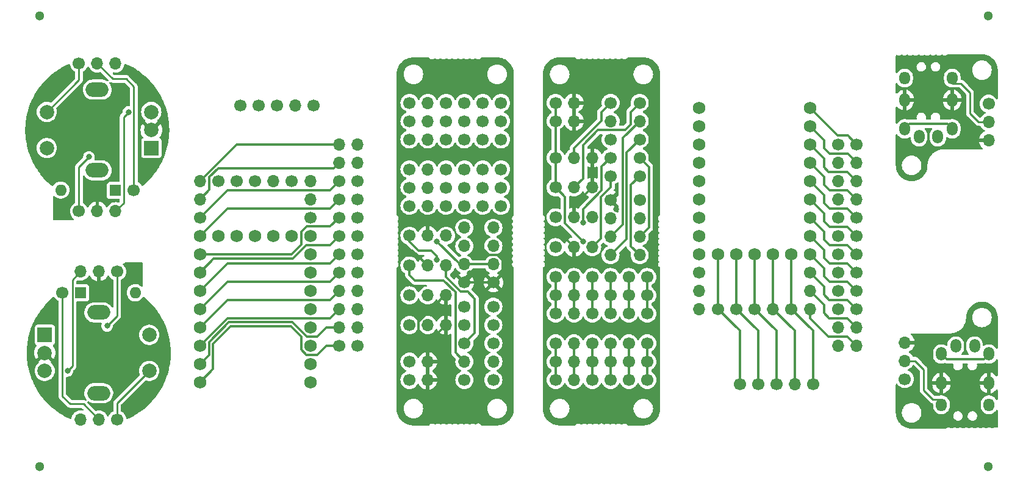
<source format=gbr>
%TF.GenerationSoftware,KiCad,Pcbnew,7.0.5*%
%TF.CreationDate,2024-01-24T21:19:46+08:00*%
%TF.ProjectId,main,6d61696e-2e6b-4696-9361-645f70636258,rev?*%
%TF.SameCoordinates,Original*%
%TF.FileFunction,Copper,L1,Top*%
%TF.FilePolarity,Positive*%
%FSLAX46Y46*%
G04 Gerber Fmt 4.6, Leading zero omitted, Abs format (unit mm)*
G04 Created by KiCad (PCBNEW 7.0.5) date 2024-01-24 21:19:46*
%MOMM*%
%LPD*%
G01*
G04 APERTURE LIST*
%TA.AperFunction,ComponentPad*%
%ADD10C,1.700000*%
%TD*%
%TA.AperFunction,ComponentPad*%
%ADD11O,1.700000X1.700000*%
%TD*%
%TA.AperFunction,SMDPad,CuDef*%
%ADD12C,1.300000*%
%TD*%
%TA.AperFunction,WasherPad*%
%ADD13O,3.200000X2.000000*%
%TD*%
%TA.AperFunction,ComponentPad*%
%ADD14R,2.000000X2.000000*%
%TD*%
%TA.AperFunction,ComponentPad*%
%ADD15C,2.000000*%
%TD*%
%TA.AperFunction,ComponentPad*%
%ADD16O,1.500000X1.900000*%
%TD*%
%TA.AperFunction,ComponentPad*%
%ADD17O,1.500000X1.800000*%
%TD*%
%TA.AperFunction,ComponentPad*%
%ADD18C,1.752600*%
%TD*%
%TA.AperFunction,ComponentPad*%
%ADD19R,1.600000X1.600000*%
%TD*%
%TA.AperFunction,ComponentPad*%
%ADD20O,1.600000X1.600000*%
%TD*%
%TA.AperFunction,ViaPad*%
%ADD21C,0.800000*%
%TD*%
%TA.AperFunction,Conductor*%
%ADD22C,0.350000*%
%TD*%
%TA.AperFunction,Conductor*%
%ADD23C,0.250000*%
%TD*%
G04 APERTURE END LIST*
D10*
%TO.P,J18,1,Pin_1*%
%TO.N,Net-(J18-Pin_1)*%
X196080000Y-76024850D03*
D11*
%TO.P,J18,2,Pin_2*%
%TO.N,Net-(J18-Pin_2)*%
X196080000Y-78564850D03*
%TO.P,J18,3,Pin_3*%
%TO.N,Net-(J18-Pin_3)*%
X196080000Y-81104850D03*
%TD*%
D10*
%TO.P,J13,1,Pin_1*%
%TO.N,VCC*%
X140500000Y-79204850D03*
D11*
%TO.P,J13,2,Pin_2*%
%TO.N,Data2*%
X143040000Y-79204850D03*
%TO.P,J13,3,Pin_3*%
%TO.N,GND*%
X145580000Y-79204850D03*
%TD*%
D10*
%TO.P,J23,1,Pin_1*%
%TO.N,Net-(J18-Pin_1)*%
X202590000Y-81104850D03*
D11*
%TO.P,J23,2,Pin_2*%
%TO.N,Net-(J18-Pin_2)*%
X202590000Y-83644850D03*
%TO.P,J23,3,Pin_3*%
%TO.N,Net-(J18-Pin_3)*%
X202590000Y-86184850D03*
%TD*%
D12*
%TO.P,H19,*%
%TO.N,*%
X89210236Y-103014850D03*
%TD*%
D13*
%TO.P,RE1,*%
%TO.N,*%
X97181000Y-61849000D03*
X97181000Y-50649000D03*
D14*
%TO.P,RE1,A,CLK*%
%TO.N,LA11*%
X104681000Y-58749000D03*
D15*
%TO.P,RE1,B,DT*%
%TO.N,LB11*%
X104681000Y-53749000D03*
%TO.P,RE1,C,GND*%
%TO.N,GND*%
X104681000Y-56249000D03*
%TO.P,RE1,S1,GND*%
%TO.N,col_re*%
X90181000Y-53749000D03*
%TO.P,RE1,S2,SW*%
%TO.N,Net-(RE1-SW)*%
X90181000Y-58749000D03*
%TD*%
D10*
%TO.P,J19,1,Pin_1*%
%TO.N,GND*%
X152160000Y-77444850D03*
D11*
%TO.P,J19,2,Pin_2*%
%TO.N,VCC*%
X152160000Y-74904850D03*
%TO.P,J19,3,Pin_3*%
%TO.N,SCL*%
X152160000Y-72364850D03*
%TO.P,J19,4,Pin_4*%
%TO.N,SDA*%
X152160000Y-69824850D03*
%TD*%
D10*
%TO.P,J16,1,Pin_1*%
%TO.N,col0*%
X140510000Y-52484850D03*
D11*
%TO.P,J16,2,Pin_2*%
%TO.N,col1*%
X143050000Y-52484850D03*
D10*
%TO.P,J16,3,Pin_3*%
%TO.N,col2*%
X145590000Y-52484850D03*
%TO.P,J16,4,Pin_4*%
%TO.N,col3*%
X148130000Y-52484850D03*
%TO.P,J16,5,Pin_5*%
%TO.N,col4*%
X150670000Y-52484850D03*
%TO.P,J16,6,Pin_6*%
%TO.N,col5*%
X153210000Y-52484850D03*
%TD*%
%TO.P,J26,1,Pin_1*%
%TO.N,LA11*%
X99932000Y-75921000D03*
D11*
%TO.P,J26,2,Pin_2*%
%TO.N,GND*%
X97392000Y-75921000D03*
%TO.P,J26,3,Pin_3*%
%TO.N,LB11*%
X94852000Y-75921000D03*
%TD*%
D10*
%TO.P,J21,1,Pin_1*%
%TO.N,GND*%
X148120000Y-77444850D03*
D11*
%TO.P,J21,2,Pin_2*%
%TO.N,VCC*%
X148120000Y-74904850D03*
%TO.P,J21,3,Pin_3*%
%TO.N,X*%
X148120000Y-72364850D03*
%TO.P,J21,4,Pin_4*%
%TO.N,Y*%
X148120000Y-69824850D03*
%TD*%
D16*
%TO.P,T1,1,T/VCC*%
%TO.N,5V1*%
X209238000Y-56085000D03*
X215838000Y-56085000D03*
D17*
%TO.P,T1,2,R/SNL*%
%TO.N,LTRRS*%
X209238000Y-49037000D03*
X215838000Y-49037000D03*
D16*
%TO.P,T1,3,R/GND*%
%TO.N,GND*%
X209238000Y-52085000D03*
X215838000Y-52085000D03*
%TO.P,T1,4,S/No*%
%TO.N,unconnected-(T1-S{slash}No-Pad4)*%
X211238000Y-57185000D03*
X213838000Y-57185000D03*
%TD*%
D10*
%TO.P,J9,1,Pin_1*%
%TO.N,col0*%
X140510000Y-57564850D03*
D11*
%TO.P,J9,2,Pin_2*%
%TO.N,col1*%
X143050000Y-57564850D03*
D10*
%TO.P,J9,3,Pin_3*%
%TO.N,col2*%
X145590000Y-57564850D03*
%TO.P,J9,4,Pin_4*%
%TO.N,col3*%
X148130000Y-57564850D03*
%TO.P,J9,5,Pin_5*%
%TO.N,col4*%
X150670000Y-57564850D03*
%TO.P,J9,6,Pin_6*%
%TO.N,col5*%
X153210000Y-57564850D03*
%TD*%
%TO.P,J4,1,Pin_1*%
%TO.N,Net-(J4-Pin_1)*%
X202590000Y-58244850D03*
D11*
%TO.P,J4,2,Pin_2*%
%TO.N,Net-(J4-Pin_2)*%
X202590000Y-60784850D03*
%TO.P,J4,3,Pin_3*%
%TO.N,Net-(J4-Pin_3)*%
X202590000Y-63324850D03*
%TO.P,J4,4,Pin_4*%
%TO.N,Net-(J4-Pin_4)*%
X202590000Y-65864850D03*
D10*
%TO.P,J4,5,Pin_5*%
%TO.N,Net-(J4-Pin_5)*%
X202590000Y-68404850D03*
%TO.P,J4,6,Pin_6*%
%TO.N,Net-(J4-Pin_6)*%
X202590000Y-70944850D03*
%TO.P,J4,7,Pin_7*%
%TO.N,Net-(J4-Pin_7)*%
X202590000Y-73484850D03*
%TO.P,J4,8,Pin_8*%
%TO.N,Net-(J4-Pin_8)*%
X202590000Y-76024850D03*
%TO.P,J4,9,Pin_9*%
%TO.N,Net-(J4-Pin_9)*%
X202590000Y-78564850D03*
%TD*%
%TO.P,J24,1,Pin_1*%
%TO.N,Net-(J20-Pin_1)*%
X180730000Y-76024850D03*
D11*
%TO.P,J24,2,Pin_2*%
%TO.N,Net-(J20-Pin_2)*%
X180730000Y-78564850D03*
%TO.P,J24,3,Pin_3*%
%TO.N,Net-(J20-Pin_3)*%
X180730000Y-81104850D03*
%TD*%
D10*
%TO.P,J6,1,Pin_1*%
%TO.N,Net-(J22-Pin_1)*%
X196510000Y-91584850D03*
D11*
%TO.P,J6,2,Pin_2*%
%TO.N,Net-(J22-Pin_2)*%
X193970000Y-91584850D03*
D10*
%TO.P,J6,3,Pin_3*%
%TO.N,Net-(J22-Pin_3)*%
X191430000Y-91584850D03*
%TO.P,J6,4,Pin_4*%
%TO.N,Net-(J22-Pin_4)*%
X188890000Y-91584850D03*
%TO.P,J6,5,Pin_5*%
%TO.N,Net-(J22-Pin_5)*%
X186350000Y-91584850D03*
%TD*%
D18*
%TO.P,U1,1,5V*%
%TO.N,Net-(J5-Pin_1)*%
X180730000Y-53164850D03*
%TO.P,U1,2,GND*%
%TO.N,Net-(J5-Pin_2)*%
X180730000Y-55704850D03*
%TO.P,U1,3,3V3*%
%TO.N,Net-(J5-Pin_3)*%
X180730000Y-58244850D03*
%TO.P,U1,4,GP29*%
%TO.N,Net-(J5-Pin_4)*%
X180730000Y-60784850D03*
%TO.P,U1,5,GP28*%
%TO.N,Net-(J5-Pin_5)*%
X180730000Y-63324850D03*
%TO.P,U1,6,GP27*%
%TO.N,Net-(J5-Pin_6)*%
X180730000Y-65864850D03*
%TO.P,U1,7,GP26*%
%TO.N,Net-(J5-Pin_7)*%
X180730000Y-68404850D03*
%TO.P,U1,8,GP15*%
%TO.N,Net-(J5-Pin_8)*%
X180730000Y-70944850D03*
%TO.P,U1,9,GP14*%
%TO.N,Net-(J5-Pin_9)*%
X180730000Y-73484850D03*
%TO.P,U1,10,GP0*%
%TO.N,Net-(J4-Pin_1)*%
X196080000Y-53164850D03*
%TO.P,U1,11,GP1*%
%TO.N,Net-(J4-Pin_2)*%
X196080000Y-55704850D03*
%TO.P,U1,12,GP2*%
%TO.N,Net-(J4-Pin_3)*%
X196080000Y-58244850D03*
%TO.P,U1,13,GP3*%
%TO.N,Net-(J4-Pin_4)*%
X196080000Y-60784850D03*
%TO.P,U1,14,GP4*%
%TO.N,Net-(J4-Pin_5)*%
X196080000Y-63324850D03*
%TO.P,U1,15,GP5*%
%TO.N,Net-(J4-Pin_6)*%
X196080000Y-65864850D03*
%TO.P,U1,16,GP6*%
%TO.N,Net-(J4-Pin_7)*%
X196080000Y-68404850D03*
%TO.P,U1,17,GP7*%
%TO.N,Net-(J4-Pin_8)*%
X196080000Y-70944850D03*
%TO.P,U1,18,GP8*%
%TO.N,Net-(J4-Pin_9)*%
X196080000Y-73484850D03*
%TO.P,U1,19,GP9*%
%TO.N,Net-(J22-Pin_1)*%
X193485000Y-73484850D03*
%TO.P,U1,20,GP10*%
%TO.N,Net-(J22-Pin_2)*%
X190945000Y-73484850D03*
%TO.P,U1,21,GP11*%
%TO.N,Net-(J22-Pin_3)*%
X188405000Y-73484850D03*
%TO.P,U1,22,GP12*%
%TO.N,Net-(J22-Pin_4)*%
X185865000Y-73484850D03*
%TO.P,U1,23,GP13*%
%TO.N,Net-(J22-Pin_5)*%
X183325000Y-73484850D03*
%TD*%
D10*
%TO.P,J1,1,Pin_1*%
%TO.N,VCC*%
X140500000Y-90954850D03*
D11*
%TO.P,J1,2,Pin_2*%
%TO.N,GND*%
X143040000Y-90954850D03*
%TD*%
D12*
%TO.P,H17,*%
%TO.N,*%
X220810000Y-40424850D03*
%TD*%
%TO.P,H16,*%
%TO.N,*%
X89210236Y-40424850D03*
%TD*%
D10*
%TO.P,J20,1,Pin_1*%
%TO.N,Net-(J20-Pin_1)*%
X200050000Y-81104850D03*
D11*
%TO.P,J20,2,Pin_2*%
%TO.N,Net-(J20-Pin_2)*%
X200050000Y-83644850D03*
%TO.P,J20,3,Pin_3*%
%TO.N,Net-(J20-Pin_3)*%
X200050000Y-86184850D03*
%TD*%
D10*
%TO.P,J14,1,Pin_1*%
%TO.N,Data2*%
X152160000Y-90954850D03*
D11*
%TO.P,J14,2,Pin_2*%
%TO.N,X*%
X152160000Y-88414850D03*
D10*
%TO.P,J14,3,Pin_3*%
%TO.N,Y*%
X152160000Y-85874850D03*
%TO.P,J14,4,Pin_4*%
%TO.N,SCL*%
X152160000Y-83334850D03*
%TO.P,J14,5,Pin_5*%
%TO.N,SDA*%
X152160000Y-80794850D03*
%TD*%
%TO.P,J25,1,Pin_1*%
%TO.N,5V1*%
X209280000Y-90832000D03*
D11*
%TO.P,J25,2,Pin_2*%
%TO.N,LTRRS*%
X209280000Y-88292000D03*
%TO.P,J25,3,Pin_3*%
%TO.N,GND*%
X209280000Y-85752000D03*
%TD*%
D10*
%TO.P,J12,1,Pin_1*%
%TO.N,row0*%
X140510000Y-64244850D03*
D11*
%TO.P,J12,2,Pin_2*%
%TO.N,row1*%
X143050000Y-64244850D03*
D10*
%TO.P,J12,3,Pin_3*%
%TO.N,row2*%
X145590000Y-64244850D03*
%TO.P,J12,4,Pin_4*%
%TO.N,row3*%
X148130000Y-64244850D03*
%TO.P,J12,5,Pin_5*%
%TO.N,row4*%
X150670000Y-64244850D03*
%TO.P,J12,6,Pin_6*%
%TO.N,row5*%
X153210000Y-64244850D03*
%TD*%
%TO.P,J28,1,Pin_1*%
%TO.N,row_re*%
X92322000Y-78841000D03*
%TD*%
%TO.P,J8,1,Pin_1*%
%TO.N,Data*%
X148130000Y-90954850D03*
D11*
%TO.P,J8,2,Pin_2*%
%TO.N,A1*%
X148130000Y-88414850D03*
D10*
%TO.P,J8,3,Pin_3*%
%TO.N,B1*%
X148130000Y-85874850D03*
%TO.P,J8,4,Pin_4*%
%TO.N,A2*%
X148130000Y-83334850D03*
%TO.P,J8,5,Pin_5*%
%TO.N,B2*%
X148130000Y-80794850D03*
%TD*%
%TO.P,J27,1,Pin_1*%
%TO.N,col_re*%
X94641000Y-47005000D03*
D11*
%TO.P,J27,2,Pin_2*%
%TO.N,row_re*%
X97181000Y-47005000D03*
%TO.P,J27,3,Pin_3*%
%TO.N,col_re*%
X99721000Y-47005000D03*
%TD*%
D10*
%TO.P,J2,1,Pin_1*%
%TO.N,VCC*%
X140500000Y-88414850D03*
D11*
%TO.P,J2,2,Pin_2*%
%TO.N,GND*%
X143040000Y-88414850D03*
%TD*%
D10*
%TO.P,J27,1,Pin_1*%
%TO.N,col_re*%
X99932000Y-96435000D03*
D11*
%TO.P,J27,2,Pin_2*%
%TO.N,row_re*%
X97392000Y-96435000D03*
%TO.P,J27,3,Pin_3*%
%TO.N,col_re*%
X94852000Y-96435000D03*
%TD*%
D10*
%TO.P,J25,1,Pin_1*%
%TO.N,5V1*%
X220896000Y-52608000D03*
D11*
%TO.P,J25,2,Pin_2*%
%TO.N,LTRRS*%
X220896000Y-55148000D03*
%TO.P,J25,3,Pin_3*%
%TO.N,GND*%
X220896000Y-57688000D03*
%TD*%
D10*
%TO.P,J11,1,Pin_1*%
%TO.N,col0*%
X140510000Y-55024850D03*
D11*
%TO.P,J11,2,Pin_2*%
%TO.N,col1*%
X143050000Y-55024850D03*
D10*
%TO.P,J11,3,Pin_3*%
%TO.N,col2*%
X145590000Y-55024850D03*
%TO.P,J11,4,Pin_4*%
%TO.N,col3*%
X148130000Y-55024850D03*
%TO.P,J11,5,Pin_5*%
%TO.N,col4*%
X150670000Y-55024850D03*
%TO.P,J11,6,Pin_6*%
%TO.N,col5*%
X153210000Y-55024850D03*
%TD*%
%TO.P,J3,1,Pin_1*%
%TO.N,A2*%
X140500000Y-70924850D03*
D11*
%TO.P,J3,2,Pin_2*%
%TO.N,GND*%
X143040000Y-70924850D03*
%TO.P,J3,3,Pin_3*%
%TO.N,B2*%
X145580000Y-70924850D03*
%TD*%
D10*
%TO.P,J7,1,Pin_1*%
%TO.N,VCC*%
X140500000Y-83334850D03*
D11*
%TO.P,J7,2,Pin_2*%
%TO.N,Data*%
X143040000Y-83334850D03*
%TO.P,J7,3,Pin_3*%
%TO.N,GND*%
X145580000Y-83334850D03*
%TD*%
D10*
%TO.P,J28,1,Pin_1*%
%TO.N,row_re*%
X102251000Y-64599000D03*
%TD*%
%TO.P,J26,1,Pin_1*%
%TO.N,LA11*%
X94641000Y-67519000D03*
D11*
%TO.P,J26,2,Pin_2*%
%TO.N,GND*%
X97181000Y-67519000D03*
%TO.P,J26,3,Pin_3*%
%TO.N,LB11*%
X99721000Y-67519000D03*
%TD*%
D10*
%TO.P,J5,1,Pin_1*%
%TO.N,Net-(J5-Pin_1)*%
X200050000Y-58244850D03*
D11*
%TO.P,J5,2,Pin_2*%
%TO.N,Net-(J5-Pin_2)*%
X200050000Y-60784850D03*
%TO.P,J5,3,Pin_3*%
%TO.N,Net-(J5-Pin_3)*%
X200050000Y-63324850D03*
%TO.P,J5,4,Pin_4*%
%TO.N,Net-(J5-Pin_4)*%
X200050000Y-65864850D03*
D10*
%TO.P,J5,5,Pin_5*%
%TO.N,Net-(J5-Pin_5)*%
X200050000Y-68404850D03*
%TO.P,J5,6,Pin_6*%
%TO.N,Net-(J5-Pin_6)*%
X200050000Y-70944850D03*
%TO.P,J5,7,Pin_7*%
%TO.N,Net-(J5-Pin_7)*%
X200050000Y-73484850D03*
%TO.P,J5,8,Pin_8*%
%TO.N,Net-(J5-Pin_8)*%
X200050000Y-76024850D03*
%TO.P,J5,9,Pin_9*%
%TO.N,Net-(J5-Pin_9)*%
X200050000Y-78564850D03*
%TD*%
%TO.P,J10,1,Pin_1*%
%TO.N,row0*%
X140510000Y-66784850D03*
D11*
%TO.P,J10,2,Pin_2*%
%TO.N,row1*%
X143050000Y-66784850D03*
D10*
%TO.P,J10,3,Pin_3*%
%TO.N,row2*%
X145590000Y-66784850D03*
%TO.P,J10,4,Pin_4*%
%TO.N,row3*%
X148130000Y-66784850D03*
%TO.P,J10,5,Pin_5*%
%TO.N,row4*%
X150670000Y-66784850D03*
%TO.P,J10,6,Pin_6*%
%TO.N,row5*%
X153210000Y-66784850D03*
%TD*%
%TO.P,J22,1,Pin_1*%
%TO.N,Net-(J22-Pin_1)*%
X124185236Y-63324850D03*
D11*
%TO.P,J22,2,Pin_2*%
%TO.N,Net-(J22-Pin_2)*%
X121645236Y-63324850D03*
D10*
%TO.P,J22,3,Pin_3*%
%TO.N,Net-(J22-Pin_3)*%
X119105236Y-63324850D03*
%TO.P,J22,4,Pin_4*%
%TO.N,Net-(J22-Pin_4)*%
X116565236Y-63324850D03*
%TO.P,J22,5,Pin_5*%
%TO.N,Net-(J22-Pin_5)*%
X114025236Y-63324850D03*
%TD*%
%TO.P,J15,1,Pin_1*%
%TO.N,A1*%
X140500000Y-75064850D03*
D11*
%TO.P,J15,2,Pin_2*%
%TO.N,GND*%
X143040000Y-75064850D03*
%TO.P,J15,3,Pin_3*%
%TO.N,B1*%
X145580000Y-75064850D03*
%TD*%
D16*
%TO.P,T1,1,T/VCC*%
%TO.N,5V1*%
X220938000Y-87355000D03*
X214338000Y-87355000D03*
D17*
%TO.P,T1,2,R/SNL*%
%TO.N,LTRRS*%
X220938000Y-94403000D03*
X214338000Y-94403000D03*
D16*
%TO.P,T1,3,R/GND*%
%TO.N,GND*%
X220938000Y-91355000D03*
X214338000Y-91355000D03*
%TO.P,T1,4,S/No*%
%TO.N,unconnected-(T1-S{slash}No-Pad4)*%
X218938000Y-86255000D03*
X216338000Y-86255000D03*
%TD*%
D13*
%TO.P,RE1,*%
%TO.N,*%
X97392000Y-81591000D03*
X97392000Y-92791000D03*
D14*
%TO.P,RE1,A,CLK*%
%TO.N,LA11*%
X89892000Y-84691000D03*
D15*
%TO.P,RE1,B,DT*%
%TO.N,LB11*%
X89892000Y-89691000D03*
%TO.P,RE1,C,GND*%
%TO.N,GND*%
X89892000Y-87191000D03*
%TO.P,RE1,S1,GND*%
%TO.N,col_re*%
X104392000Y-89691000D03*
%TO.P,RE1,S2,SW*%
%TO.N,Net-(RE1-SW)*%
X104392000Y-84691000D03*
%TD*%
D10*
%TO.P,J17,1,Pin_1*%
%TO.N,row0*%
X140510000Y-61704850D03*
D11*
%TO.P,J17,2,Pin_2*%
%TO.N,row1*%
X143050000Y-61704850D03*
D10*
%TO.P,J17,3,Pin_3*%
%TO.N,row2*%
X145590000Y-61704850D03*
%TO.P,J17,4,Pin_4*%
%TO.N,row3*%
X148130000Y-61704850D03*
%TO.P,J17,5,Pin_5*%
%TO.N,row4*%
X150670000Y-61704850D03*
%TO.P,J17,6,Pin_6*%
%TO.N,row5*%
X153210000Y-61704850D03*
%TD*%
D12*
%TO.P,H18,*%
%TO.N,*%
X220810000Y-103014850D03*
%TD*%
D10*
%TO.P,J8,1,Pin_1*%
%TO.N,Data*%
X168430299Y-52484553D03*
D11*
%TO.P,J8,2,Pin_2*%
%TO.N,A1*%
X168430299Y-55024553D03*
D10*
%TO.P,J8,3,Pin_3*%
%TO.N,B1*%
X168430299Y-57564553D03*
%TO.P,J8,4,Pin_4*%
%TO.N,A2*%
X168430299Y-60104553D03*
%TO.P,J8,5,Pin_5*%
%TO.N,B2*%
X168430299Y-62644553D03*
%TD*%
D18*
%TO.P,U1,1,5V*%
%TO.N,Net-(J5-Pin_1)*%
X111430236Y-91264850D03*
%TO.P,U1,2,GND*%
%TO.N,Net-(J5-Pin_2)*%
X111430236Y-88724850D03*
%TO.P,U1,3,3V3*%
%TO.N,Net-(J5-Pin_3)*%
X111430236Y-86184850D03*
%TO.P,U1,4,GP29*%
%TO.N,Net-(J5-Pin_4)*%
X111430236Y-83644850D03*
%TO.P,U1,5,GP28*%
%TO.N,Net-(J5-Pin_5)*%
X111430236Y-81104850D03*
%TO.P,U1,6,GP27*%
%TO.N,Net-(J5-Pin_6)*%
X111430236Y-78564850D03*
%TO.P,U1,7,GP26*%
%TO.N,Net-(J5-Pin_7)*%
X111430236Y-76024850D03*
%TO.P,U1,8,GP15*%
%TO.N,Net-(J5-Pin_8)*%
X111430236Y-73484850D03*
%TO.P,U1,9,GP14*%
%TO.N,Net-(J5-Pin_9)*%
X111430236Y-70944850D03*
%TO.P,U1,10,GP0*%
%TO.N,Net-(J4-Pin_1)*%
X126780236Y-91264850D03*
%TO.P,U1,11,GP1*%
%TO.N,Net-(J4-Pin_2)*%
X126780236Y-88724850D03*
%TO.P,U1,12,GP2*%
%TO.N,Net-(J4-Pin_3)*%
X126780236Y-86184850D03*
%TO.P,U1,13,GP3*%
%TO.N,Net-(J4-Pin_4)*%
X126780236Y-83644850D03*
%TO.P,U1,14,GP4*%
%TO.N,Net-(J4-Pin_5)*%
X126780236Y-81104850D03*
%TO.P,U1,15,GP5*%
%TO.N,Net-(J4-Pin_6)*%
X126780236Y-78564850D03*
%TO.P,U1,16,GP6*%
%TO.N,Net-(J4-Pin_7)*%
X126780236Y-76024850D03*
%TO.P,U1,17,GP7*%
%TO.N,Net-(J4-Pin_8)*%
X126780236Y-73484850D03*
%TO.P,U1,18,GP8*%
%TO.N,Net-(J4-Pin_9)*%
X126780236Y-70944850D03*
%TO.P,U1,19,GP9*%
%TO.N,Net-(J22-Pin_1)*%
X124185236Y-70944850D03*
%TO.P,U1,20,GP10*%
%TO.N,Net-(J22-Pin_2)*%
X121645236Y-70944850D03*
%TO.P,U1,21,GP11*%
%TO.N,Net-(J22-Pin_3)*%
X119105236Y-70944850D03*
%TO.P,U1,22,GP12*%
%TO.N,Net-(J22-Pin_4)*%
X116565236Y-70944850D03*
%TO.P,U1,23,GP13*%
%TO.N,Net-(J22-Pin_5)*%
X114025236Y-70944850D03*
%TD*%
D10*
%TO.P,J17,1,Pin_1*%
%TO.N,row0*%
X160810299Y-81734553D03*
D11*
%TO.P,J17,2,Pin_2*%
%TO.N,row1*%
X163350299Y-81734553D03*
D10*
%TO.P,J17,3,Pin_3*%
%TO.N,row2*%
X165890299Y-81734553D03*
%TO.P,J17,4,Pin_4*%
%TO.N,row3*%
X168430299Y-81734553D03*
%TO.P,J17,5,Pin_5*%
%TO.N,row4*%
X170970299Y-81734553D03*
%TO.P,J17,6,Pin_6*%
%TO.N,row5*%
X173510299Y-81734553D03*
%TD*%
D19*
%TO.P,D1,1*%
%TO.N,row_re*%
X99711000Y-64599000D03*
D20*
%TO.P,D1,2*%
%TO.N,Net-(RE1-SW)*%
X92111000Y-64599000D03*
%TD*%
D10*
%TO.P,J2,1,Pin_1*%
%TO.N,VCC*%
X160800299Y-55024553D03*
D11*
%TO.P,J2,2,Pin_2*%
%TO.N,GND*%
X163340299Y-55024553D03*
%TD*%
D10*
%TO.P,J4,1,Pin_1*%
%TO.N,Net-(J4-Pin_1)*%
X133290236Y-86184850D03*
D11*
%TO.P,J4,2,Pin_2*%
%TO.N,Net-(J4-Pin_2)*%
X133290236Y-83644850D03*
%TO.P,J4,3,Pin_3*%
%TO.N,Net-(J4-Pin_3)*%
X133290236Y-81104850D03*
%TO.P,J4,4,Pin_4*%
%TO.N,Net-(J4-Pin_4)*%
X133290236Y-78564850D03*
D10*
%TO.P,J4,5,Pin_5*%
%TO.N,Net-(J4-Pin_5)*%
X133290236Y-76024850D03*
%TO.P,J4,6,Pin_6*%
%TO.N,Net-(J4-Pin_6)*%
X133290236Y-73484850D03*
%TO.P,J4,7,Pin_7*%
%TO.N,Net-(J4-Pin_7)*%
X133290236Y-70944850D03*
%TO.P,J4,8,Pin_8*%
%TO.N,Net-(J4-Pin_8)*%
X133290236Y-68404850D03*
%TO.P,J4,9,Pin_9*%
%TO.N,Net-(J4-Pin_9)*%
X133290236Y-65864850D03*
%TD*%
%TO.P,J14,1,Pin_1*%
%TO.N,Data2*%
X172460299Y-52484553D03*
D11*
%TO.P,J14,2,Pin_2*%
%TO.N,X*%
X172460299Y-55024553D03*
D10*
%TO.P,J14,3,Pin_3*%
%TO.N,Y*%
X172460299Y-57564553D03*
%TO.P,J14,4,Pin_4*%
%TO.N,SCL*%
X172460299Y-60104553D03*
%TO.P,J14,5,Pin_5*%
%TO.N,SDA*%
X172460299Y-62644553D03*
%TD*%
%TO.P,J7,1,Pin_1*%
%TO.N,VCC*%
X160800299Y-60104553D03*
D11*
%TO.P,J7,2,Pin_2*%
%TO.N,Data*%
X163340299Y-60104553D03*
%TO.P,J7,3,Pin_3*%
%TO.N,GND*%
X165880299Y-60104553D03*
%TD*%
D10*
%TO.P,J11,1,Pin_1*%
%TO.N,col0*%
X160810299Y-88414553D03*
D11*
%TO.P,J11,2,Pin_2*%
%TO.N,col1*%
X163350299Y-88414553D03*
D10*
%TO.P,J11,3,Pin_3*%
%TO.N,col2*%
X165890299Y-88414553D03*
%TO.P,J11,4,Pin_4*%
%TO.N,col3*%
X168430299Y-88414553D03*
%TO.P,J11,5,Pin_5*%
%TO.N,col4*%
X170970299Y-88414553D03*
%TO.P,J11,6,Pin_6*%
%TO.N,col5*%
X173510299Y-88414553D03*
%TD*%
%TO.P,J18,1,Pin_1*%
%TO.N,Net-(J18-Pin_1)*%
X126780236Y-68404850D03*
D11*
%TO.P,J18,2,Pin_2*%
%TO.N,Net-(J18-Pin_2)*%
X126780236Y-65864850D03*
%TO.P,J18,3,Pin_3*%
%TO.N,Net-(J18-Pin_3)*%
X126780236Y-63324850D03*
%TD*%
D10*
%TO.P,J24,1,Pin_1*%
%TO.N,Net-(J20-Pin_1)*%
X111430236Y-68404850D03*
D11*
%TO.P,J24,2,Pin_2*%
%TO.N,Net-(J20-Pin_2)*%
X111430236Y-65864850D03*
%TO.P,J24,3,Pin_3*%
%TO.N,Net-(J20-Pin_3)*%
X111430236Y-63324850D03*
%TD*%
D10*
%TO.P,J1,1,Pin_1*%
%TO.N,VCC*%
X160800299Y-52484553D03*
D11*
%TO.P,J1,2,Pin_2*%
%TO.N,GND*%
X163340299Y-52484553D03*
%TD*%
D10*
%TO.P,J3,1,Pin_1*%
%TO.N,A2*%
X160800299Y-72514553D03*
D11*
%TO.P,J3,2,Pin_2*%
%TO.N,GND*%
X163340299Y-72514553D03*
%TO.P,J3,3,Pin_3*%
%TO.N,B2*%
X165880299Y-72514553D03*
%TD*%
D10*
%TO.P,J10,1,Pin_1*%
%TO.N,row0*%
X160810299Y-76654553D03*
D11*
%TO.P,J10,2,Pin_2*%
%TO.N,row1*%
X163350299Y-76654553D03*
D10*
%TO.P,J10,3,Pin_3*%
%TO.N,row2*%
X165890299Y-76654553D03*
%TO.P,J10,4,Pin_4*%
%TO.N,row3*%
X168430299Y-76654553D03*
%TO.P,J10,5,Pin_5*%
%TO.N,row4*%
X170970299Y-76654553D03*
%TO.P,J10,6,Pin_6*%
%TO.N,row5*%
X173510299Y-76654553D03*
%TD*%
%TO.P,J13,1,Pin_1*%
%TO.N,VCC*%
X160800299Y-64234553D03*
D11*
%TO.P,J13,2,Pin_2*%
%TO.N,Data2*%
X163340299Y-64234553D03*
%TO.P,J13,3,Pin_3*%
%TO.N,GND*%
X165880299Y-64234553D03*
%TD*%
D10*
%TO.P,J19,1,Pin_1*%
%TO.N,GND*%
X172460299Y-65994553D03*
D11*
%TO.P,J19,2,Pin_2*%
%TO.N,VCC*%
X172460299Y-68534553D03*
%TO.P,J19,3,Pin_3*%
%TO.N,SCL*%
X172460299Y-71074553D03*
%TO.P,J19,4,Pin_4*%
%TO.N,SDA*%
X172460299Y-73614553D03*
%TD*%
D10*
%TO.P,J21,1,Pin_1*%
%TO.N,GND*%
X168420299Y-65994553D03*
D11*
%TO.P,J21,2,Pin_2*%
%TO.N,VCC*%
X168420299Y-68534553D03*
%TO.P,J21,3,Pin_3*%
%TO.N,X*%
X168420299Y-71074553D03*
%TO.P,J21,4,Pin_4*%
%TO.N,Y*%
X168420299Y-73614553D03*
%TD*%
D10*
%TO.P,J9,1,Pin_1*%
%TO.N,col0*%
X160810299Y-85874553D03*
D11*
%TO.P,J9,2,Pin_2*%
%TO.N,col1*%
X163350299Y-85874553D03*
D10*
%TO.P,J9,3,Pin_3*%
%TO.N,col2*%
X165890299Y-85874553D03*
%TO.P,J9,4,Pin_4*%
%TO.N,col3*%
X168430299Y-85874553D03*
%TO.P,J9,5,Pin_5*%
%TO.N,col4*%
X170970299Y-85874553D03*
%TO.P,J9,6,Pin_6*%
%TO.N,col5*%
X173510299Y-85874553D03*
%TD*%
%TO.P,J5,1,Pin_1*%
%TO.N,Net-(J5-Pin_1)*%
X130750236Y-86184850D03*
D11*
%TO.P,J5,2,Pin_2*%
%TO.N,Net-(J5-Pin_2)*%
X130750236Y-83644850D03*
%TO.P,J5,3,Pin_3*%
%TO.N,Net-(J5-Pin_3)*%
X130750236Y-81104850D03*
%TO.P,J5,4,Pin_4*%
%TO.N,Net-(J5-Pin_4)*%
X130750236Y-78564850D03*
D10*
%TO.P,J5,5,Pin_5*%
%TO.N,Net-(J5-Pin_5)*%
X130750236Y-76024850D03*
%TO.P,J5,6,Pin_6*%
%TO.N,Net-(J5-Pin_6)*%
X130750236Y-73484850D03*
%TO.P,J5,7,Pin_7*%
%TO.N,Net-(J5-Pin_7)*%
X130750236Y-70944850D03*
%TO.P,J5,8,Pin_8*%
%TO.N,Net-(J5-Pin_8)*%
X130750236Y-68404850D03*
%TO.P,J5,9,Pin_9*%
%TO.N,Net-(J5-Pin_9)*%
X130750236Y-65864850D03*
%TD*%
%TO.P,J22,1,Pin_1*%
%TO.N,Net-(J22-Pin_1)*%
X193485000Y-81104850D03*
D11*
%TO.P,J22,2,Pin_2*%
%TO.N,Net-(J22-Pin_2)*%
X190945000Y-81104850D03*
D10*
%TO.P,J22,3,Pin_3*%
%TO.N,Net-(J22-Pin_3)*%
X188405000Y-81104850D03*
%TO.P,J22,4,Pin_4*%
%TO.N,Net-(J22-Pin_4)*%
X185865000Y-81104850D03*
%TO.P,J22,5,Pin_5*%
%TO.N,Net-(J22-Pin_5)*%
X183325000Y-81104850D03*
%TD*%
D19*
%TO.P,D1,1*%
%TO.N,row_re*%
X94862000Y-78841000D03*
D20*
%TO.P,D1,2*%
%TO.N,Net-(RE1-SW)*%
X102462000Y-78841000D03*
%TD*%
D10*
%TO.P,J6,1,Pin_1*%
%TO.N,Net-(J22-Pin_1)*%
X127210236Y-52844850D03*
D11*
%TO.P,J6,2,Pin_2*%
%TO.N,Net-(J22-Pin_2)*%
X124670236Y-52844850D03*
D10*
%TO.P,J6,3,Pin_3*%
%TO.N,Net-(J22-Pin_3)*%
X122130236Y-52844850D03*
%TO.P,J6,4,Pin_4*%
%TO.N,Net-(J22-Pin_4)*%
X119590236Y-52844850D03*
%TO.P,J6,5,Pin_5*%
%TO.N,Net-(J22-Pin_5)*%
X117050236Y-52844850D03*
%TD*%
%TO.P,J15,1,Pin_1*%
%TO.N,A1*%
X160800299Y-68374553D03*
D11*
%TO.P,J15,2,Pin_2*%
%TO.N,GND*%
X163340299Y-68374553D03*
%TO.P,J15,3,Pin_3*%
%TO.N,B1*%
X165880299Y-68374553D03*
%TD*%
D10*
%TO.P,J16,1,Pin_1*%
%TO.N,col0*%
X160810299Y-90954553D03*
D11*
%TO.P,J16,2,Pin_2*%
%TO.N,col1*%
X163350299Y-90954553D03*
D10*
%TO.P,J16,3,Pin_3*%
%TO.N,col2*%
X165890299Y-90954553D03*
%TO.P,J16,4,Pin_4*%
%TO.N,col3*%
X168430299Y-90954553D03*
%TO.P,J16,5,Pin_5*%
%TO.N,col4*%
X170970299Y-90954553D03*
%TO.P,J16,6,Pin_6*%
%TO.N,col5*%
X173510299Y-90954553D03*
%TD*%
%TO.P,J12,1,Pin_1*%
%TO.N,row0*%
X160810299Y-79194553D03*
D11*
%TO.P,J12,2,Pin_2*%
%TO.N,row1*%
X163350299Y-79194553D03*
D10*
%TO.P,J12,3,Pin_3*%
%TO.N,row2*%
X165890299Y-79194553D03*
%TO.P,J12,4,Pin_4*%
%TO.N,row3*%
X168430299Y-79194553D03*
%TO.P,J12,5,Pin_5*%
%TO.N,row4*%
X170970299Y-79194553D03*
%TO.P,J12,6,Pin_6*%
%TO.N,row5*%
X173510299Y-79194553D03*
%TD*%
%TO.P,J23,1,Pin_1*%
%TO.N,Net-(J18-Pin_1)*%
X133290236Y-63324850D03*
D11*
%TO.P,J23,2,Pin_2*%
%TO.N,Net-(J18-Pin_2)*%
X133290236Y-60784850D03*
%TO.P,J23,3,Pin_3*%
%TO.N,Net-(J18-Pin_3)*%
X133290236Y-58244850D03*
%TD*%
D10*
%TO.P,J20,1,Pin_1*%
%TO.N,Net-(J20-Pin_1)*%
X130750236Y-63324850D03*
D11*
%TO.P,J20,2,Pin_2*%
%TO.N,Net-(J20-Pin_2)*%
X130750236Y-60784850D03*
%TO.P,J20,3,Pin_3*%
%TO.N,Net-(J20-Pin_3)*%
X130750236Y-58244850D03*
%TD*%
D21*
%TO.N,GND*%
X99401000Y-56244000D03*
X139430000Y-72964850D03*
X148890000Y-76174850D03*
X162070000Y-58124850D03*
X95172000Y-87196000D03*
X141770000Y-85294850D03*
X159730299Y-70474553D03*
X169190000Y-67264850D03*
%TO.N,VCC*%
X164610299Y-71744553D03*
X144310000Y-71694850D03*
%TO.N,A2*%
X144310000Y-74294850D03*
X164610299Y-69144553D03*
%TO.N,LA11*%
X98542000Y-83446000D03*
X96031000Y-59994000D03*
%TO.N,LB11*%
X93062000Y-89691000D03*
X101511000Y-53749000D03*
%TD*%
D22*
%TO.N,Net-(J4-Pin_1)*%
X199897000Y-56981850D02*
X201327000Y-56981850D01*
X196080000Y-53164850D02*
X199897000Y-56981850D01*
X201327000Y-56981850D02*
X202590000Y-58244850D01*
%TO.N,Net-(J4-Pin_2)*%
X198070000Y-58786850D02*
X198785000Y-59501850D01*
X196080000Y-55704850D02*
X198070000Y-57694850D01*
X198785000Y-59501850D02*
X201325000Y-59501850D01*
X202590000Y-60766850D02*
X202590000Y-60784850D01*
X201325000Y-59501850D02*
X202590000Y-60766850D01*
X198070000Y-57694850D02*
X198070000Y-58786850D01*
%TO.N,Net-(J4-Pin_3)*%
X196080000Y-58244850D02*
X198060000Y-60224850D01*
X198675000Y-62051850D02*
X201317000Y-62051850D01*
X198060000Y-60224850D02*
X198060000Y-61436850D01*
X198060000Y-61436850D02*
X198675000Y-62051850D01*
X201317000Y-62051850D02*
X202590000Y-63324850D01*
%TO.N,Net-(J4-Pin_4)*%
X198785000Y-64591850D02*
X201317000Y-64591850D01*
X196080000Y-60784850D02*
X198060000Y-62764850D01*
X201317000Y-64591850D02*
X202590000Y-65864850D01*
X198060000Y-63866850D02*
X198785000Y-64591850D01*
X198060000Y-62764850D02*
X198060000Y-63866850D01*
%TO.N,Net-(J4-Pin_5)*%
X201317000Y-67131850D02*
X202590000Y-68404850D01*
X198785000Y-67131850D02*
X201317000Y-67131850D01*
X198060000Y-65304850D02*
X198060000Y-66406850D01*
X196080000Y-63324850D02*
X198060000Y-65304850D01*
X198060000Y-66406850D02*
X198785000Y-67131850D01*
%TO.N,Net-(J4-Pin_6)*%
X198050000Y-68936850D02*
X198785000Y-69671850D01*
X196080000Y-65864850D02*
X198050000Y-67834850D01*
X201317000Y-69671850D02*
X202590000Y-70944850D01*
X198785000Y-69671850D02*
X201317000Y-69671850D01*
X198050000Y-67834850D02*
X198050000Y-68936850D01*
%TO.N,Net-(J4-Pin_7)*%
X198050000Y-71476850D02*
X198785000Y-72211850D01*
X201317000Y-72211850D02*
X202590000Y-73484850D01*
X196080000Y-68404850D02*
X198050000Y-70374850D01*
X198050000Y-70374850D02*
X198050000Y-71476850D01*
X198785000Y-72211850D02*
X201317000Y-72211850D01*
%TO.N,Net-(J4-Pin_8)*%
X198050000Y-72914850D02*
X198050000Y-74016850D01*
X201320000Y-74754850D02*
X202590000Y-76024850D01*
X196080000Y-70944850D02*
X198050000Y-72914850D01*
X198788000Y-74754850D02*
X201320000Y-74754850D01*
X198050000Y-74016850D02*
X198788000Y-74754850D01*
%TO.N,Net-(J4-Pin_9)*%
X196080000Y-73484850D02*
X198050000Y-75454850D01*
X198050000Y-75454850D02*
X198050000Y-76544850D01*
X198050000Y-76544850D02*
X198800000Y-77294850D01*
X198800000Y-77294850D02*
X201320000Y-77294850D01*
X201320000Y-77294850D02*
X202590000Y-78564850D01*
%TO.N,Net-(J5-Pin_1)*%
X115692872Y-83477850D02*
X113250236Y-85920486D01*
X124035418Y-83477850D02*
X115692872Y-83477850D01*
X126190236Y-87454850D02*
X125490236Y-86754850D01*
X128988054Y-86184850D02*
X127718054Y-87454850D01*
X113250236Y-89444850D02*
X111430236Y-91264850D01*
X113250236Y-85920486D02*
X113250236Y-89444850D01*
X130750236Y-86184850D02*
X128988054Y-86184850D01*
X125490236Y-86754850D02*
X125490236Y-84932668D01*
X127718054Y-87454850D02*
X126190236Y-87454850D01*
X125490236Y-84932668D02*
X124035418Y-83477850D01*
%TO.N,Net-(J5-Pin_2)*%
X127718054Y-84914850D02*
X126250236Y-84914850D01*
X112700236Y-85692668D02*
X112700236Y-87454850D01*
X115465054Y-82927850D02*
X112700236Y-85692668D01*
X128988054Y-83644850D02*
X127718054Y-84914850D01*
X124263236Y-82927850D02*
X115465054Y-82927850D01*
X112700236Y-87454850D02*
X111430236Y-88724850D01*
X126250236Y-84914850D02*
X124263236Y-82927850D01*
X130750236Y-83644850D02*
X128988054Y-83644850D01*
%TO.N,Net-(J5-Pin_3)*%
X115237236Y-82377850D02*
X111430236Y-86184850D01*
X130750236Y-81104850D02*
X129477236Y-82377850D01*
X129477236Y-82377850D02*
X115237236Y-82377850D01*
%TO.N,Net-(J5-Pin_4)*%
X130750236Y-78564850D02*
X129477236Y-79837850D01*
X129477236Y-79837850D02*
X115237236Y-79837850D01*
X115237236Y-79837850D02*
X111430236Y-83644850D01*
%TO.N,Net-(J5-Pin_5)*%
X129467236Y-77307850D02*
X115227236Y-77307850D01*
X115227236Y-77307850D02*
X111430236Y-81104850D01*
X130750236Y-76024850D02*
X129467236Y-77307850D01*
%TO.N,Net-(J5-Pin_6)*%
X129477236Y-74757850D02*
X115237236Y-74757850D01*
X115237236Y-74757850D02*
X111430236Y-78564850D01*
X130750236Y-73484850D02*
X129477236Y-74757850D01*
%TO.N,Net-(J5-Pin_7)*%
X129461536Y-72233550D02*
X126181536Y-72233550D01*
X113340236Y-74114850D02*
X111430236Y-76024850D01*
X124300236Y-74114850D02*
X113340236Y-74114850D01*
X126181536Y-72233550D02*
X124300236Y-74114850D01*
X130750236Y-70944850D02*
X129461536Y-72233550D01*
%TO.N,Net-(J5-Pin_8)*%
X111430236Y-73484850D02*
X124152418Y-73484850D01*
X124152418Y-73484850D02*
X125480236Y-72157032D01*
X126230236Y-69654850D02*
X129500236Y-69654850D01*
X125480236Y-70404850D02*
X126230236Y-69654850D01*
X125480236Y-72157032D02*
X125480236Y-70404850D01*
X129500236Y-69654850D02*
X130750236Y-68404850D01*
%TO.N,Net-(J5-Pin_9)*%
X129480236Y-67134850D02*
X130750236Y-65864850D01*
X115240236Y-67134850D02*
X129480236Y-67134850D01*
X111430236Y-70944850D02*
X115240236Y-67134850D01*
%TO.N,GND*%
X151590000Y-73634850D02*
X150150000Y-72194850D01*
X152700000Y-73634850D02*
X151590000Y-73634850D01*
D23*
X215838000Y-54013000D02*
X219513000Y-57688000D01*
D22*
X145580000Y-79204850D02*
X145437588Y-79204850D01*
X163340299Y-52484553D02*
X163340299Y-55024553D01*
X148120000Y-76944850D02*
X148890000Y-76174850D01*
X149270000Y-68304850D02*
X147482412Y-68304850D01*
X143040000Y-85874850D02*
X145580000Y-83334850D01*
D23*
X210663000Y-85752000D02*
X209280000Y-85752000D01*
D22*
X150150000Y-72194850D02*
X150150000Y-69184850D01*
X143040000Y-69654850D02*
X143040000Y-70924850D01*
X143800000Y-68894850D02*
X143040000Y-69654850D01*
D23*
X95172000Y-80781000D02*
X95172000Y-87196000D01*
X214338000Y-91355000D02*
X214338000Y-89427000D01*
X97181000Y-67519000D02*
X97181000Y-64879000D01*
D22*
X161300299Y-70474553D02*
X159730299Y-70474553D01*
X146892412Y-68894850D02*
X143800000Y-68894850D01*
X148120000Y-77444850D02*
X152160000Y-77444850D01*
X150150000Y-69184850D02*
X149270000Y-68304850D01*
X153430000Y-74364850D02*
X152700000Y-73634850D01*
D23*
X97392000Y-75921000D02*
X97392000Y-78561000D01*
D22*
X147482412Y-68304850D02*
X146892412Y-68894850D01*
X141770000Y-82872438D02*
X141770000Y-85294850D01*
D23*
X214338000Y-89427000D02*
X210663000Y-85752000D01*
D22*
X165880299Y-64234553D02*
X163340299Y-66774553D01*
X148120000Y-77444850D02*
X148120000Y-76944850D01*
X163340299Y-72514553D02*
X161300299Y-70474553D01*
D23*
X97181000Y-64879000D02*
X99401000Y-62659000D01*
D22*
X139430000Y-72964850D02*
X140940000Y-72964850D01*
D23*
X97392000Y-78561000D02*
X95172000Y-80781000D01*
D22*
X145437588Y-79204850D02*
X141770000Y-82872438D01*
X153430000Y-76174850D02*
X153430000Y-74364850D01*
X152160000Y-77444850D02*
X153430000Y-76174850D01*
D23*
X215838000Y-52085000D02*
X215838000Y-54013000D01*
D22*
X163340299Y-66774553D02*
X163340299Y-68374553D01*
X165880299Y-60104553D02*
X165880299Y-64234553D01*
D23*
X219513000Y-57688000D02*
X220896000Y-57688000D01*
X99401000Y-62659000D02*
X99401000Y-56244000D01*
D22*
X143040000Y-88414850D02*
X143040000Y-85874850D01*
X140940000Y-72964850D02*
X143040000Y-75064850D01*
%TO.N,Data*%
X167160299Y-54984553D02*
X163340299Y-58804553D01*
X167160299Y-53754553D02*
X167160299Y-54984553D01*
X163340299Y-58804553D02*
X163340299Y-60104553D01*
X168430299Y-52484553D02*
X167160299Y-53754553D01*
%TO.N,col0*%
X160810299Y-85874553D02*
X160810299Y-90954553D01*
%TO.N,col1*%
X163350299Y-90954553D02*
X163350299Y-85874553D01*
%TO.N,col2*%
X165890299Y-85874553D02*
X165890299Y-90954553D01*
%TO.N,col3*%
X168430299Y-90954553D02*
X168430299Y-85874553D01*
%TO.N,col4*%
X170970299Y-85874553D02*
X170970299Y-90954553D01*
%TO.N,col5*%
X173510299Y-90954553D02*
X173510299Y-85874553D01*
%TO.N,row0*%
X160810299Y-76654553D02*
X160810299Y-81734553D01*
%TO.N,row1*%
X163350299Y-81734553D02*
X163350299Y-76654553D01*
%TO.N,row2*%
X165890299Y-76654553D02*
X165890299Y-81734553D01*
%TO.N,row3*%
X168430299Y-81734553D02*
X168430299Y-76654553D01*
%TO.N,row4*%
X170970299Y-76654553D02*
X170970299Y-81734553D01*
%TO.N,row5*%
X173510299Y-81734553D02*
X173510299Y-76654553D01*
%TO.N,A1*%
X146900000Y-78772668D02*
X145272182Y-77144850D01*
X140500000Y-76354850D02*
X140500000Y-75064850D01*
X141290000Y-77144850D02*
X140500000Y-76354850D01*
X146900000Y-87184850D02*
X146900000Y-78772668D01*
X145272182Y-77144850D02*
X141290000Y-77144850D01*
X148130000Y-88414850D02*
X146900000Y-87184850D01*
%TO.N,B1*%
X147620000Y-78714850D02*
X145580000Y-76674850D01*
X149580000Y-79694850D02*
X148600000Y-78714850D01*
X148600000Y-78714850D02*
X147620000Y-78714850D01*
X148130000Y-85874850D02*
X149580000Y-84424850D01*
X149580000Y-84424850D02*
X149580000Y-79694850D01*
X145580000Y-76674850D02*
X145580000Y-75064850D01*
%TO.N,VCC*%
X162080299Y-65514553D02*
X162080299Y-69214553D01*
X162080299Y-69214553D02*
X164610299Y-71744553D01*
X160800299Y-64234553D02*
X162080299Y-65514553D01*
X144310000Y-71694850D02*
X147520000Y-74904850D01*
X160800299Y-52484553D02*
X160800299Y-64234553D01*
X148120000Y-74904850D02*
X152160000Y-74904850D01*
X147520000Y-74904850D02*
X148120000Y-74904850D01*
%TO.N,SCL*%
X173730299Y-61374553D02*
X173730299Y-69804553D01*
X172460299Y-60104553D02*
X173730299Y-61374553D01*
X173730299Y-69804553D02*
X172460299Y-71074553D01*
%TO.N,SDA*%
X171220000Y-63884852D02*
X171220000Y-72374254D01*
X171220000Y-72374254D02*
X172460299Y-73614553D01*
X172460299Y-62644553D02*
X171220000Y-63884852D01*
%TO.N,X*%
X170120000Y-69374852D02*
X168420299Y-71074553D01*
X172460299Y-55024553D02*
X170120000Y-57364852D01*
X170120000Y-57364852D02*
X170120000Y-69374852D01*
%TO.N,Y*%
X172460299Y-57564553D02*
X170670000Y-59354852D01*
X170670000Y-71364852D02*
X168420299Y-73614553D01*
X170670000Y-59354852D02*
X170670000Y-71364852D01*
%TO.N,Data2*%
X170457481Y-56249553D02*
X166673117Y-56249553D01*
X171190299Y-53754553D02*
X171190299Y-55516735D01*
X166673117Y-56249553D02*
X164600299Y-58322371D01*
X172460299Y-52484553D02*
X171190299Y-53754553D01*
X171190299Y-55516735D02*
X170457481Y-56249553D01*
X164600299Y-62974553D02*
X163340299Y-64234553D01*
X164600299Y-58322371D02*
X164600299Y-62974553D01*
%TO.N,A2*%
X140500000Y-71747032D02*
X140500000Y-70924850D01*
X141757818Y-73004850D02*
X140500000Y-71747032D01*
X168430299Y-60104553D02*
X167200299Y-61334553D01*
X143530000Y-73004850D02*
X141757818Y-73004850D01*
X167200299Y-64664553D02*
X164610299Y-67254553D01*
X144310000Y-73784850D02*
X143530000Y-73004850D01*
X167200299Y-61334553D02*
X167200299Y-64664553D01*
X164610299Y-67254553D02*
X164610299Y-69144553D01*
X144310000Y-74294850D02*
X144310000Y-73784850D01*
%TO.N,B2*%
X168430299Y-62644553D02*
X168430299Y-64212371D01*
X168430299Y-64212371D02*
X167105299Y-65537371D01*
X167105299Y-65537371D02*
X167105299Y-71289553D01*
X167105299Y-71289553D02*
X165880299Y-72514553D01*
%TO.N,Net-(J22-Pin_1)*%
X193485000Y-73484850D02*
X193485000Y-81104850D01*
X196510000Y-84129850D02*
X193485000Y-81104850D01*
X196510000Y-91584850D02*
X196510000Y-84129850D01*
%TO.N,Net-(J22-Pin_5)*%
X186350000Y-91584850D02*
X186350000Y-84129850D01*
X186350000Y-84129850D02*
X183325000Y-81104850D01*
X183325000Y-73484850D02*
X183325000Y-81104850D01*
%TO.N,Net-(J18-Pin_1)*%
X196080000Y-76024850D02*
X198050000Y-77994850D01*
X198760000Y-79834850D02*
X201320000Y-79834850D01*
X201320000Y-79834850D02*
X202590000Y-81104850D01*
X198050000Y-79124850D02*
X198760000Y-79834850D01*
X198050000Y-77994850D02*
X198050000Y-79124850D01*
%TO.N,Net-(J18-Pin_2)*%
X198050000Y-81654850D02*
X198770000Y-82374850D01*
X198770000Y-82374850D02*
X201320000Y-82374850D01*
X201320000Y-82374850D02*
X202590000Y-83644850D01*
X196080000Y-78564850D02*
X198050000Y-80534850D01*
X198050000Y-80534850D02*
X198050000Y-81654850D01*
%TO.N,Net-(J18-Pin_3)*%
X196080000Y-82364850D02*
X198630000Y-84914850D01*
X198630000Y-84914850D02*
X201320000Y-84914850D01*
X196080000Y-81104850D02*
X196080000Y-82364850D01*
X201320000Y-84914850D02*
X202590000Y-86184850D01*
%TO.N,Net-(J20-Pin_1)*%
X129480236Y-64594850D02*
X130750236Y-63324850D01*
X111430236Y-68404850D02*
X115240236Y-64594850D01*
X115240236Y-64594850D02*
X129480236Y-64594850D01*
%TO.N,Net-(J20-Pin_2)*%
X113978054Y-61554850D02*
X129980236Y-61554850D01*
X111430236Y-65864850D02*
X112740236Y-64554850D01*
X112740236Y-62792668D02*
X113978054Y-61554850D01*
X112740236Y-64554850D02*
X112740236Y-62792668D01*
X129980236Y-61554850D02*
X130750236Y-60784850D01*
%TO.N,Net-(J20-Pin_3)*%
X116510236Y-58244850D02*
X130750236Y-58244850D01*
X111430236Y-63324850D02*
X116510236Y-58244850D01*
%TO.N,Net-(J22-Pin_2)*%
X193970000Y-84129850D02*
X190945000Y-81104850D01*
X190945000Y-73484850D02*
X190945000Y-81104850D01*
X193970000Y-91584850D02*
X193970000Y-84129850D01*
%TO.N,Net-(J22-Pin_3)*%
X191430000Y-84129850D02*
X188405000Y-81104850D01*
X188405000Y-73484850D02*
X188405000Y-81104850D01*
X191430000Y-91584850D02*
X191430000Y-84129850D01*
%TO.N,Net-(J22-Pin_4)*%
X188890000Y-84129850D02*
X185865000Y-81104850D01*
X188890000Y-91584850D02*
X188890000Y-84129850D01*
X185865000Y-73484850D02*
X185865000Y-81104850D01*
D23*
%TO.N,row_re*%
X102251000Y-50234000D02*
X101171000Y-49154000D01*
X95243000Y-94286000D02*
X97392000Y-96435000D01*
X93402000Y-94286000D02*
X95243000Y-94286000D01*
X99330000Y-49154000D02*
X97181000Y-47005000D01*
X92322000Y-78841000D02*
X92322000Y-93206000D01*
X101171000Y-49154000D02*
X99330000Y-49154000D01*
X102251000Y-64599000D02*
X102251000Y-50234000D01*
X92322000Y-93206000D02*
X93402000Y-94286000D01*
D22*
%TO.N,5V1*%
X215048000Y-88065000D02*
X220228000Y-88065000D01*
X220228000Y-88065000D02*
X220938000Y-87355000D01*
X209948000Y-55375000D02*
X209238000Y-56085000D01*
X214338000Y-87355000D02*
X215048000Y-88065000D01*
X215128000Y-55375000D02*
X209948000Y-55375000D01*
X215838000Y-56085000D02*
X215128000Y-55375000D01*
D23*
%TO.N,LTRRS*%
X217036000Y-49785000D02*
X215838000Y-49785000D01*
X209280000Y-88292000D02*
X210687000Y-88292000D01*
X211870000Y-92385000D02*
X213140000Y-93655000D01*
X213140000Y-93655000D02*
X214338000Y-93655000D01*
X211870000Y-89475000D02*
X211870000Y-92385000D01*
X218306000Y-53965000D02*
X218306000Y-51055000D01*
X219489000Y-55148000D02*
X218306000Y-53965000D01*
X220896000Y-55148000D02*
X219489000Y-55148000D01*
X210687000Y-88292000D02*
X211870000Y-89475000D01*
X218306000Y-51055000D02*
X217036000Y-49785000D01*
%TO.N,LA11*%
X98542000Y-83446000D02*
X99932000Y-82056000D01*
X99932000Y-82056000D02*
X99932000Y-75921000D01*
X96031000Y-59994000D02*
X94641000Y-61384000D01*
X94641000Y-61384000D02*
X94641000Y-67519000D01*
%TO.N,LB11*%
X100836000Y-66404000D02*
X99721000Y-67519000D01*
X93737000Y-77036000D02*
X94852000Y-75921000D01*
X100836000Y-54424000D02*
X100836000Y-66404000D01*
X93737000Y-89016000D02*
X93737000Y-77036000D01*
X93062000Y-89691000D02*
X93737000Y-89016000D01*
X101511000Y-53749000D02*
X100836000Y-54424000D01*
%TO.N,col_re*%
X99932000Y-96435000D02*
X99932000Y-94151000D01*
X99932000Y-94151000D02*
X104392000Y-89691000D01*
X94641000Y-49289000D02*
X90181000Y-53749000D01*
X94641000Y-47005000D02*
X94641000Y-49289000D01*
%TD*%
%TA.AperFunction,Conductor*%
%TO.N,GND*%
G36*
X220064945Y-80088485D02*
G01*
X220234683Y-80099610D01*
X220241780Y-80100490D01*
X220365257Y-80123118D01*
X220506854Y-80151284D01*
X220513142Y-80152884D01*
X220637388Y-80191601D01*
X220638735Y-80192039D01*
X220770294Y-80236698D01*
X220775813Y-80238871D01*
X220784888Y-80242955D01*
X220896305Y-80293099D01*
X220898132Y-80293960D01*
X221020955Y-80354530D01*
X221025602Y-80357074D01*
X221139450Y-80425898D01*
X221141805Y-80427395D01*
X221171940Y-80447531D01*
X221254818Y-80502909D01*
X221258606Y-80505651D01*
X221335490Y-80565886D01*
X221363710Y-80587995D01*
X221366353Y-80590187D01*
X221468227Y-80679528D01*
X221471189Y-80682302D01*
X221565696Y-80776809D01*
X221568470Y-80779771D01*
X221657811Y-80881645D01*
X221660003Y-80884288D01*
X221742343Y-80989387D01*
X221745089Y-80993180D01*
X221820593Y-81106178D01*
X221822100Y-81108548D01*
X221890921Y-81222391D01*
X221893470Y-81227047D01*
X221906029Y-81252513D01*
X221954015Y-81349818D01*
X221954923Y-81351745D01*
X221966396Y-81377236D01*
X222009127Y-81472185D01*
X222011300Y-81477704D01*
X222055937Y-81609198D01*
X222056420Y-81610682D01*
X222095107Y-81734831D01*
X222096720Y-81741172D01*
X222097620Y-81745693D01*
X222124885Y-81882767D01*
X222147507Y-82006214D01*
X222148391Y-82013340D01*
X222159504Y-82182896D01*
X222165387Y-82280131D01*
X222165500Y-82283877D01*
X222165499Y-86511825D01*
X222145814Y-86578864D01*
X222093010Y-86624619D01*
X222023852Y-86634563D01*
X221960296Y-86605538D01*
X221930499Y-86567096D01*
X221920366Y-86546745D01*
X221920365Y-86546744D01*
X221920365Y-86546743D01*
X221791872Y-86376593D01*
X221712430Y-86304172D01*
X221634302Y-86232948D01*
X221453019Y-86120702D01*
X221453017Y-86120701D01*
X221309407Y-86065067D01*
X221254198Y-86043679D01*
X221044610Y-86004500D01*
X220831390Y-86004500D01*
X220621802Y-86043679D01*
X220621799Y-86043679D01*
X220621799Y-86043680D01*
X220422982Y-86120701D01*
X220422975Y-86120705D01*
X220277777Y-86210608D01*
X220210417Y-86229163D01*
X220143717Y-86208355D01*
X220098856Y-86154790D01*
X220088500Y-86105181D01*
X220088500Y-86001809D01*
X220086288Y-85977935D01*
X220073756Y-85842690D01*
X220015405Y-85637611D01*
X220015403Y-85637606D01*
X220015403Y-85637605D01*
X219920367Y-85446746D01*
X219791872Y-85276593D01*
X219759316Y-85246914D01*
X219634302Y-85132948D01*
X219453019Y-85020702D01*
X219453017Y-85020701D01*
X219323055Y-84970354D01*
X219254198Y-84943679D01*
X219044610Y-84904500D01*
X218831390Y-84904500D01*
X218621802Y-84943679D01*
X218621799Y-84943679D01*
X218621799Y-84943680D01*
X218422982Y-85020701D01*
X218422980Y-85020702D01*
X218241699Y-85132947D01*
X218084127Y-85276593D01*
X217955632Y-85446746D01*
X217860596Y-85637605D01*
X217860596Y-85637607D01*
X217802244Y-85842689D01*
X217799291Y-85874555D01*
X217787500Y-86001806D01*
X217787500Y-86508194D01*
X217802244Y-86667310D01*
X217857127Y-86860202D01*
X217860596Y-86872392D01*
X217860596Y-86872394D01*
X217955632Y-87063253D01*
X218084127Y-87233406D01*
X218128506Y-87273863D01*
X218164787Y-87333575D01*
X218163026Y-87403422D01*
X218123782Y-87461230D01*
X218059515Y-87488644D01*
X218044967Y-87489500D01*
X217231033Y-87489500D01*
X217163994Y-87469815D01*
X217118239Y-87417011D01*
X217108295Y-87347853D01*
X217137320Y-87284297D01*
X217147494Y-87273863D01*
X217165737Y-87257232D01*
X217191872Y-87233407D01*
X217320366Y-87063255D01*
X217324763Y-87054425D01*
X217415403Y-86872394D01*
X217415403Y-86872393D01*
X217415405Y-86872389D01*
X217473756Y-86667310D01*
X217488500Y-86508194D01*
X217488500Y-86001806D01*
X217473756Y-85842690D01*
X217415405Y-85637611D01*
X217415403Y-85637606D01*
X217415403Y-85637605D01*
X217320367Y-85446746D01*
X217191872Y-85276593D01*
X217159316Y-85246914D01*
X217034302Y-85132948D01*
X216853019Y-85020702D01*
X216853017Y-85020701D01*
X216723055Y-84970354D01*
X216654198Y-84943679D01*
X216444610Y-84904500D01*
X216231390Y-84904500D01*
X216021802Y-84943679D01*
X216021799Y-84943679D01*
X216021799Y-84943680D01*
X215822982Y-85020701D01*
X215822980Y-85020702D01*
X215641699Y-85132947D01*
X215484127Y-85276593D01*
X215355632Y-85446746D01*
X215260596Y-85637605D01*
X215260596Y-85637607D01*
X215202244Y-85842689D01*
X215199291Y-85874555D01*
X215191878Y-85954566D01*
X215187500Y-86001809D01*
X215187500Y-86105181D01*
X215167815Y-86172220D01*
X215115011Y-86217975D01*
X215045853Y-86227919D01*
X214998223Y-86210608D01*
X214853024Y-86120705D01*
X214853017Y-86120701D01*
X214709407Y-86065067D01*
X214654198Y-86043679D01*
X214444610Y-86004500D01*
X214231390Y-86004500D01*
X214021802Y-86043679D01*
X214021799Y-86043679D01*
X214021799Y-86043680D01*
X213822982Y-86120701D01*
X213822980Y-86120702D01*
X213641699Y-86232947D01*
X213484127Y-86376593D01*
X213355632Y-86546746D01*
X213260596Y-86737605D01*
X213260596Y-86737607D01*
X213212944Y-86905085D01*
X213202244Y-86942690D01*
X213187500Y-87101806D01*
X213187500Y-87608194D01*
X213202244Y-87767310D01*
X213254612Y-87951363D01*
X213260596Y-87972392D01*
X213260596Y-87972394D01*
X213355632Y-88163253D01*
X213468325Y-88312481D01*
X213484128Y-88333407D01*
X213641698Y-88477052D01*
X213822981Y-88589298D01*
X214021802Y-88666321D01*
X214231390Y-88705500D01*
X214231392Y-88705500D01*
X214444608Y-88705500D01*
X214444610Y-88705500D01*
X214654198Y-88666321D01*
X214784409Y-88615876D01*
X214854028Y-88610014D01*
X214876653Y-88616942D01*
X214897764Y-88625687D01*
X215010280Y-88640500D01*
X215048000Y-88645466D01*
X215081688Y-88641030D01*
X215089786Y-88640500D01*
X215885874Y-88640500D01*
X215952913Y-88660185D01*
X215998668Y-88712989D01*
X216008612Y-88782147D01*
X216007678Y-88787734D01*
X215983624Y-88913830D01*
X215983624Y-88913832D01*
X215983624Y-88913833D01*
X215993944Y-89077860D01*
X216044732Y-89234171D01*
X216044734Y-89234175D01*
X216132798Y-89372940D01*
X216252603Y-89485445D01*
X216252611Y-89485451D01*
X216393643Y-89562984D01*
X216396632Y-89564627D01*
X216555823Y-89605500D01*
X216555827Y-89605500D01*
X216678923Y-89605500D01*
X216678925Y-89605500D01*
X216678930Y-89605499D01*
X216678934Y-89605499D01*
X216700994Y-89602712D01*
X216801058Y-89590071D01*
X216953871Y-89529568D01*
X216955744Y-89528207D01*
X217086835Y-89432965D01*
X217086835Y-89432963D01*
X217086837Y-89432963D01*
X217191600Y-89306326D01*
X217261579Y-89157613D01*
X217292376Y-88996170D01*
X217282056Y-88832140D01*
X217272529Y-88802818D01*
X217270534Y-88732976D01*
X217306615Y-88673144D01*
X217369316Y-88642316D01*
X217390460Y-88640500D01*
X217885874Y-88640500D01*
X217952913Y-88660185D01*
X217998668Y-88712989D01*
X218008612Y-88782147D01*
X218007678Y-88787734D01*
X217983624Y-88913830D01*
X217983624Y-88913832D01*
X217983624Y-88913833D01*
X217993944Y-89077860D01*
X218044732Y-89234171D01*
X218044734Y-89234175D01*
X218132798Y-89372940D01*
X218252603Y-89485445D01*
X218252611Y-89485451D01*
X218393643Y-89562984D01*
X218396632Y-89564627D01*
X218555823Y-89605500D01*
X218555827Y-89605500D01*
X218678923Y-89605500D01*
X218678925Y-89605500D01*
X218678930Y-89605499D01*
X218678934Y-89605499D01*
X218700994Y-89602712D01*
X218801058Y-89590071D01*
X218953871Y-89529568D01*
X218955744Y-89528207D01*
X219086835Y-89432965D01*
X219086835Y-89432963D01*
X219086837Y-89432963D01*
X219191600Y-89306326D01*
X219261579Y-89157613D01*
X219292376Y-88996170D01*
X219282056Y-88832140D01*
X219272529Y-88802818D01*
X219270534Y-88732976D01*
X219306615Y-88673144D01*
X219369316Y-88642316D01*
X219390460Y-88640500D01*
X220186219Y-88640500D01*
X220194317Y-88641030D01*
X220214734Y-88643718D01*
X220227999Y-88645465D01*
X220228000Y-88645465D01*
X220263785Y-88640754D01*
X220263813Y-88640751D01*
X220265720Y-88640500D01*
X220378236Y-88625687D01*
X220399343Y-88616943D01*
X220468810Y-88609474D01*
X220491590Y-88615876D01*
X220621802Y-88666321D01*
X220831390Y-88705500D01*
X220831392Y-88705500D01*
X221044608Y-88705500D01*
X221044610Y-88705500D01*
X221254198Y-88666321D01*
X221453019Y-88589298D01*
X221634302Y-88477052D01*
X221791872Y-88333407D01*
X221920366Y-88163255D01*
X221930499Y-88142904D01*
X221977997Y-88091668D01*
X222045659Y-88074244D01*
X222112000Y-88096166D01*
X222155958Y-88150475D01*
X222165499Y-88198174D01*
X222165500Y-90336249D01*
X222145815Y-90403288D01*
X222093012Y-90449043D01*
X222023853Y-90458987D01*
X221960297Y-90429962D01*
X221941182Y-90409135D01*
X221883144Y-90329253D01*
X221883142Y-90329250D01*
X221720513Y-90173762D01*
X221532733Y-90049808D01*
X221325830Y-89961375D01*
X221325824Y-89961373D01*
X221187999Y-89929915D01*
X221187999Y-90779722D01*
X221104260Y-90731375D01*
X220972008Y-90701190D01*
X220836735Y-90711327D01*
X220710459Y-90760887D01*
X220687999Y-90778797D01*
X220687999Y-89927449D01*
X220658721Y-89931415D01*
X220444731Y-90000945D01*
X220246598Y-90107565D01*
X220246595Y-90107567D01*
X220070679Y-90247854D01*
X219922647Y-90417292D01*
X219922640Y-90417300D01*
X219807240Y-90610446D01*
X219807238Y-90610451D01*
X219728175Y-90821110D01*
X219728175Y-90821111D01*
X219688000Y-91042494D01*
X219688000Y-91105000D01*
X220488000Y-91105000D01*
X220488000Y-91588724D01*
X220490453Y-91605000D01*
X219688000Y-91605000D01*
X219688000Y-91611129D01*
X219703116Y-91779096D01*
X219703117Y-91779102D01*
X219762973Y-91995984D01*
X219762978Y-91995997D01*
X219860598Y-92198708D01*
X219860602Y-92198716D01*
X219992851Y-92380741D01*
X219992857Y-92380749D01*
X220155486Y-92536237D01*
X220343266Y-92660191D01*
X220550169Y-92748624D01*
X220550178Y-92748627D01*
X220687999Y-92780084D01*
X220688000Y-92780083D01*
X220688000Y-91930277D01*
X220771740Y-91978625D01*
X220903992Y-92008810D01*
X221039265Y-91998673D01*
X221165541Y-91949113D01*
X221187999Y-91931202D01*
X221188000Y-92782549D01*
X221217267Y-92778586D01*
X221217273Y-92778585D01*
X221431268Y-92709054D01*
X221629401Y-92602434D01*
X221629404Y-92602432D01*
X221805320Y-92462145D01*
X221948119Y-92298698D01*
X222007051Y-92261163D01*
X222076920Y-92261448D01*
X222135543Y-92299462D01*
X222164309Y-92363136D01*
X222165500Y-92380282D01*
X222165500Y-93609825D01*
X222145815Y-93676864D01*
X222093011Y-93722619D01*
X222023853Y-93732563D01*
X221960297Y-93703538D01*
X221930500Y-93665096D01*
X221920367Y-93644746D01*
X221791872Y-93474593D01*
X221757191Y-93442977D01*
X221634302Y-93330948D01*
X221453019Y-93218702D01*
X221453017Y-93218701D01*
X221353608Y-93180190D01*
X221254198Y-93141679D01*
X221044610Y-93102500D01*
X220831390Y-93102500D01*
X220621802Y-93141679D01*
X220621799Y-93141679D01*
X220621799Y-93141680D01*
X220422982Y-93218701D01*
X220422980Y-93218702D01*
X220241699Y-93330947D01*
X220084127Y-93474593D01*
X219955632Y-93644746D01*
X219860596Y-93835605D01*
X219860596Y-93835607D01*
X219808679Y-94018075D01*
X219802244Y-94040690D01*
X219787500Y-94199806D01*
X219787500Y-94606194D01*
X219802244Y-94765310D01*
X219848168Y-94926715D01*
X219860596Y-94970392D01*
X219860596Y-94970394D01*
X219955632Y-95161253D01*
X220075460Y-95319929D01*
X220084128Y-95331407D01*
X220241698Y-95475052D01*
X220422981Y-95587298D01*
X220621802Y-95664321D01*
X220831390Y-95703500D01*
X220831392Y-95703500D01*
X221044608Y-95703500D01*
X221044610Y-95703500D01*
X221254198Y-95664321D01*
X221453019Y-95587298D01*
X221634302Y-95475052D01*
X221791872Y-95331407D01*
X221920366Y-95161255D01*
X221930500Y-95140902D01*
X221978001Y-95089666D01*
X222045664Y-95072244D01*
X222112004Y-95094168D01*
X222155960Y-95148479D01*
X222165500Y-95196174D01*
X222165500Y-97471758D01*
X222145815Y-97538797D01*
X222093011Y-97584552D01*
X222023853Y-97594496D01*
X221989989Y-97584553D01*
X221981114Y-97580500D01*
X221901342Y-97544069D01*
X221901339Y-97544068D01*
X221901338Y-97544068D01*
X221800011Y-97529500D01*
X221731989Y-97529500D01*
X221731988Y-97529500D01*
X221630663Y-97544068D01*
X221630654Y-97544070D01*
X221506285Y-97600867D01*
X221506281Y-97600870D01*
X221447202Y-97652062D01*
X221383646Y-97681086D01*
X221314487Y-97671142D01*
X221284798Y-97652062D01*
X221225718Y-97600870D01*
X221225714Y-97600867D01*
X221101345Y-97544070D01*
X221101343Y-97544069D01*
X221101342Y-97544069D01*
X221101337Y-97544068D01*
X221101336Y-97544068D01*
X221000011Y-97529500D01*
X220931989Y-97529500D01*
X220931988Y-97529500D01*
X220830663Y-97544068D01*
X220830654Y-97544070D01*
X220706285Y-97600867D01*
X220706281Y-97600870D01*
X220647202Y-97652062D01*
X220583646Y-97681086D01*
X220514487Y-97671142D01*
X220484798Y-97652062D01*
X220425718Y-97600870D01*
X220425714Y-97600867D01*
X220301345Y-97544070D01*
X220301343Y-97544069D01*
X220301342Y-97544069D01*
X220301337Y-97544068D01*
X220301336Y-97544068D01*
X220200011Y-97529500D01*
X220131989Y-97529500D01*
X220131988Y-97529500D01*
X220030663Y-97544068D01*
X220030654Y-97544070D01*
X219906285Y-97600867D01*
X219906281Y-97600870D01*
X219847202Y-97652062D01*
X219783646Y-97681086D01*
X219714487Y-97671142D01*
X219684798Y-97652062D01*
X219625718Y-97600870D01*
X219625714Y-97600867D01*
X219501345Y-97544070D01*
X219501343Y-97544069D01*
X219501342Y-97544069D01*
X219501337Y-97544068D01*
X219501336Y-97544068D01*
X219400011Y-97529500D01*
X219331989Y-97529500D01*
X219331988Y-97529500D01*
X219230663Y-97544068D01*
X219230654Y-97544070D01*
X219106285Y-97600867D01*
X219106281Y-97600870D01*
X219047202Y-97652062D01*
X218983646Y-97681086D01*
X218914487Y-97671142D01*
X218884798Y-97652062D01*
X218825718Y-97600870D01*
X218825714Y-97600867D01*
X218701345Y-97544070D01*
X218701343Y-97544069D01*
X218701342Y-97544069D01*
X218701337Y-97544068D01*
X218701336Y-97544068D01*
X218600011Y-97529500D01*
X218531989Y-97529500D01*
X218531988Y-97529500D01*
X218430663Y-97544068D01*
X218430654Y-97544070D01*
X218306285Y-97600867D01*
X218306281Y-97600870D01*
X218247202Y-97652062D01*
X218183646Y-97681086D01*
X218114487Y-97671142D01*
X218084798Y-97652062D01*
X218025718Y-97600870D01*
X218025714Y-97600867D01*
X217901345Y-97544070D01*
X217901343Y-97544069D01*
X217901342Y-97544069D01*
X217901337Y-97544068D01*
X217901336Y-97544068D01*
X217800011Y-97529500D01*
X217731989Y-97529500D01*
X217731988Y-97529500D01*
X217630663Y-97544068D01*
X217630654Y-97544070D01*
X217506285Y-97600867D01*
X217506281Y-97600870D01*
X217447202Y-97652062D01*
X217383646Y-97681086D01*
X217314487Y-97671142D01*
X217284798Y-97652062D01*
X217225718Y-97600870D01*
X217225714Y-97600867D01*
X217101345Y-97544070D01*
X217101343Y-97544069D01*
X217101342Y-97544069D01*
X217101337Y-97544068D01*
X217101336Y-97544068D01*
X217000011Y-97529500D01*
X216931989Y-97529500D01*
X216931988Y-97529500D01*
X216830663Y-97544068D01*
X216830654Y-97544070D01*
X216706285Y-97600867D01*
X216706281Y-97600870D01*
X216647202Y-97652062D01*
X216583646Y-97681086D01*
X216514487Y-97671142D01*
X216484798Y-97652062D01*
X216425718Y-97600870D01*
X216425714Y-97600867D01*
X216301345Y-97544070D01*
X216301343Y-97544069D01*
X216301342Y-97544069D01*
X216301337Y-97544068D01*
X216301336Y-97544068D01*
X216200011Y-97529500D01*
X216131989Y-97529500D01*
X216131988Y-97529500D01*
X216030663Y-97544068D01*
X216030654Y-97544070D01*
X215906285Y-97600867D01*
X215906281Y-97600870D01*
X215847202Y-97652062D01*
X215783646Y-97681086D01*
X215714487Y-97671142D01*
X215684798Y-97652062D01*
X215625718Y-97600870D01*
X215625714Y-97600867D01*
X215501345Y-97544070D01*
X215501343Y-97544069D01*
X215501342Y-97544069D01*
X215501337Y-97544068D01*
X215501336Y-97544068D01*
X215400011Y-97529500D01*
X215331989Y-97529500D01*
X215331988Y-97529500D01*
X215230663Y-97544068D01*
X215230654Y-97544070D01*
X215106285Y-97600867D01*
X215106277Y-97600872D01*
X215021638Y-97674213D01*
X214958082Y-97703238D01*
X214940436Y-97704500D01*
X210211878Y-97704500D01*
X210208133Y-97704387D01*
X210110896Y-97698504D01*
X209941340Y-97687391D01*
X209934214Y-97686507D01*
X209810767Y-97663885D01*
X209703618Y-97642572D01*
X209669172Y-97635720D01*
X209662831Y-97634107D01*
X209556177Y-97600872D01*
X209538682Y-97595420D01*
X209537198Y-97594937D01*
X209405704Y-97550300D01*
X209400185Y-97548127D01*
X209308383Y-97506812D01*
X209279745Y-97493923D01*
X209277818Y-97493015D01*
X209225179Y-97467056D01*
X209155047Y-97432470D01*
X209150391Y-97429921D01*
X209036548Y-97361100D01*
X209034178Y-97359593D01*
X208921180Y-97284089D01*
X208917387Y-97281343D01*
X208812288Y-97199003D01*
X208809645Y-97196811D01*
X208707771Y-97107470D01*
X208704809Y-97104696D01*
X208610302Y-97010189D01*
X208607528Y-97007227D01*
X208518187Y-96905353D01*
X208515995Y-96902710D01*
X208482566Y-96860041D01*
X208433651Y-96797606D01*
X208430909Y-96793818D01*
X208396295Y-96742015D01*
X208355395Y-96680805D01*
X208353898Y-96678450D01*
X208328657Y-96636696D01*
X208285074Y-96564602D01*
X208282528Y-96559951D01*
X208221960Y-96437132D01*
X208221099Y-96435305D01*
X208166871Y-96314813D01*
X208164698Y-96309294D01*
X208163697Y-96306345D01*
X208120039Y-96177735D01*
X208119601Y-96176388D01*
X208080884Y-96052142D01*
X208079284Y-96045854D01*
X208051118Y-95904257D01*
X208028490Y-95780780D01*
X208027610Y-95773683D01*
X208016485Y-95603958D01*
X208011321Y-95518577D01*
X208010613Y-95506866D01*
X208010557Y-95505000D01*
X208854341Y-95505000D01*
X208874936Y-95740403D01*
X208874938Y-95740413D01*
X208936094Y-95968655D01*
X208936096Y-95968659D01*
X208936097Y-95968663D01*
X208976983Y-96056343D01*
X209035964Y-96182828D01*
X209035965Y-96182830D01*
X209171505Y-96376402D01*
X209338597Y-96543494D01*
X209532169Y-96679034D01*
X209532171Y-96679035D01*
X209746337Y-96778903D01*
X209974592Y-96840063D01*
X210151032Y-96855499D01*
X210151033Y-96855500D01*
X210151034Y-96855500D01*
X210268967Y-96855500D01*
X210268967Y-96855499D01*
X210445408Y-96840063D01*
X210673663Y-96778903D01*
X210887829Y-96679035D01*
X211081401Y-96543495D01*
X211248495Y-96376401D01*
X211384035Y-96182830D01*
X211483903Y-95968663D01*
X211498594Y-95913833D01*
X215983624Y-95913833D01*
X215993944Y-96077860D01*
X216044732Y-96234171D01*
X216044734Y-96234175D01*
X216132798Y-96372940D01*
X216252603Y-96485445D01*
X216252611Y-96485451D01*
X216396628Y-96564625D01*
X216396632Y-96564627D01*
X216555823Y-96605500D01*
X216555827Y-96605500D01*
X216678923Y-96605500D01*
X216678925Y-96605500D01*
X216678930Y-96605499D01*
X216678934Y-96605499D01*
X216692174Y-96603826D01*
X216801058Y-96590071D01*
X216953871Y-96529568D01*
X216957187Y-96527159D01*
X217086835Y-96432965D01*
X217086835Y-96432963D01*
X217086837Y-96432963D01*
X217191600Y-96306326D01*
X217261579Y-96157613D01*
X217292376Y-95996170D01*
X217287196Y-95913833D01*
X217983624Y-95913833D01*
X217993944Y-96077860D01*
X218044732Y-96234171D01*
X218044734Y-96234175D01*
X218132798Y-96372940D01*
X218252603Y-96485445D01*
X218252611Y-96485451D01*
X218396628Y-96564625D01*
X218396632Y-96564627D01*
X218555823Y-96605500D01*
X218555827Y-96605500D01*
X218678923Y-96605500D01*
X218678925Y-96605500D01*
X218678930Y-96605499D01*
X218678934Y-96605499D01*
X218692174Y-96603826D01*
X218801058Y-96590071D01*
X218953871Y-96529568D01*
X218957187Y-96527159D01*
X219086835Y-96432965D01*
X219086835Y-96432963D01*
X219086837Y-96432963D01*
X219191600Y-96306326D01*
X219261579Y-96157613D01*
X219292376Y-95996170D01*
X219282056Y-95832140D01*
X219231268Y-95675829D01*
X219223963Y-95664319D01*
X219199074Y-95625100D01*
X219143202Y-95537060D01*
X219143201Y-95537059D01*
X219023396Y-95424554D01*
X219023388Y-95424548D01*
X218879371Y-95345374D01*
X218879361Y-95345371D01*
X218720180Y-95304500D01*
X218720177Y-95304500D01*
X218597075Y-95304500D01*
X218597065Y-95304500D01*
X218474942Y-95319929D01*
X218474939Y-95319929D01*
X218322130Y-95380431D01*
X218322121Y-95380436D01*
X218189164Y-95477034D01*
X218189162Y-95477037D01*
X218084400Y-95603673D01*
X218014420Y-95752387D01*
X217999207Y-95832139D01*
X217983624Y-95913830D01*
X217983624Y-95913832D01*
X217983624Y-95913833D01*
X217287196Y-95913833D01*
X217282056Y-95832140D01*
X217231268Y-95675829D01*
X217223963Y-95664319D01*
X217199074Y-95625100D01*
X217143202Y-95537060D01*
X217143201Y-95537059D01*
X217023396Y-95424554D01*
X217023388Y-95424548D01*
X216879371Y-95345374D01*
X216879361Y-95345371D01*
X216720180Y-95304500D01*
X216720177Y-95304500D01*
X216597075Y-95304500D01*
X216597065Y-95304500D01*
X216474942Y-95319929D01*
X216474939Y-95319929D01*
X216322130Y-95380431D01*
X216322121Y-95380436D01*
X216189164Y-95477034D01*
X216189162Y-95477037D01*
X216084400Y-95603673D01*
X216014420Y-95752387D01*
X215999207Y-95832139D01*
X215983624Y-95913830D01*
X215983624Y-95913832D01*
X215983624Y-95913833D01*
X211498594Y-95913833D01*
X211545063Y-95740408D01*
X211565659Y-95505000D01*
X211563212Y-95477037D01*
X211558621Y-95424554D01*
X211545063Y-95269592D01*
X211483903Y-95041337D01*
X211384035Y-94827171D01*
X211384034Y-94827169D01*
X211248494Y-94633597D01*
X211081402Y-94466505D01*
X210887830Y-94330965D01*
X210887828Y-94330964D01*
X210720610Y-94252989D01*
X210673663Y-94231097D01*
X210673659Y-94231096D01*
X210673655Y-94231094D01*
X210445413Y-94169938D01*
X210445403Y-94169936D01*
X210268967Y-94154500D01*
X210268966Y-94154500D01*
X210151034Y-94154500D01*
X210151033Y-94154500D01*
X209974596Y-94169936D01*
X209974586Y-94169938D01*
X209746344Y-94231094D01*
X209746335Y-94231098D01*
X209532171Y-94330964D01*
X209532169Y-94330965D01*
X209338597Y-94466505D01*
X209171506Y-94633597D01*
X209171501Y-94633604D01*
X209035967Y-94827165D01*
X209035965Y-94827169D01*
X208948807Y-95014080D01*
X208940022Y-95032921D01*
X208936098Y-95041335D01*
X208936094Y-95041344D01*
X208874938Y-95269586D01*
X208874936Y-95269596D01*
X208854341Y-95504999D01*
X208854341Y-95505000D01*
X208010557Y-95505000D01*
X208010500Y-95503123D01*
X208010500Y-91592425D01*
X208030185Y-91525386D01*
X208082989Y-91479631D01*
X208152147Y-91469687D01*
X208215703Y-91498712D01*
X208236071Y-91521297D01*
X208318402Y-91638877D01*
X208473123Y-91793598D01*
X208652361Y-91919102D01*
X208850670Y-92011575D01*
X208850676Y-92011576D01*
X208850677Y-92011577D01*
X208881364Y-92019799D01*
X209062023Y-92068207D01*
X209244926Y-92084208D01*
X209279998Y-92087277D01*
X209280000Y-92087277D01*
X209280002Y-92087277D01*
X209308254Y-92084805D01*
X209497977Y-92068207D01*
X209709330Y-92011575D01*
X209907639Y-91919102D01*
X210086877Y-91793598D01*
X210241598Y-91638877D01*
X210367102Y-91459639D01*
X210459575Y-91261330D01*
X210516207Y-91049977D01*
X210535277Y-90832000D01*
X210534794Y-90826484D01*
X210530550Y-90777971D01*
X210516207Y-90614023D01*
X210464069Y-90419442D01*
X210459577Y-90402677D01*
X210459576Y-90402676D01*
X210459575Y-90402670D01*
X210367102Y-90204362D01*
X210367100Y-90204359D01*
X210367099Y-90204357D01*
X210241599Y-90025124D01*
X210177848Y-89961373D01*
X210086877Y-89870402D01*
X209907639Y-89744898D01*
X209756414Y-89674381D01*
X209703977Y-89628210D01*
X209684825Y-89561016D01*
X209705041Y-89494135D01*
X209756414Y-89449618D01*
X209907639Y-89379102D01*
X210086877Y-89253598D01*
X210241598Y-89098877D01*
X210366507Y-88920487D01*
X210421083Y-88876864D01*
X210490582Y-88869672D01*
X210552936Y-88901194D01*
X210555762Y-88903932D01*
X211308180Y-89656350D01*
X211341665Y-89717673D01*
X211344499Y-89744031D01*
X211344499Y-92374948D01*
X211344463Y-92377063D01*
X211342340Y-92439249D01*
X211352308Y-92480153D01*
X211353494Y-92486394D01*
X211359228Y-92528109D01*
X211365864Y-92543387D01*
X211372602Y-92563424D01*
X211376542Y-92579593D01*
X211376543Y-92579594D01*
X211397175Y-92616289D01*
X211400000Y-92621977D01*
X211410164Y-92645375D01*
X211416599Y-92660191D01*
X211416782Y-92660611D01*
X211427283Y-92673518D01*
X211439183Y-92691001D01*
X211447342Y-92705512D01*
X211477115Y-92735285D01*
X211481372Y-92740002D01*
X211488387Y-92748624D01*
X211507946Y-92772665D01*
X211521544Y-92782264D01*
X211537715Y-92795885D01*
X212761321Y-94019490D01*
X212762764Y-94020983D01*
X212805243Y-94066468D01*
X212805245Y-94066469D01*
X212841222Y-94088346D01*
X212846466Y-94091915D01*
X212880025Y-94117364D01*
X212895510Y-94123470D01*
X212914447Y-94132876D01*
X212928669Y-94141525D01*
X212928671Y-94141525D01*
X212928672Y-94141526D01*
X212969216Y-94152885D01*
X212975220Y-94154903D01*
X213014411Y-94170359D01*
X213020067Y-94170940D01*
X213030968Y-94172061D01*
X213051746Y-94176009D01*
X213067772Y-94180500D01*
X213067778Y-94180500D01*
X213076175Y-94181655D01*
X213075835Y-94184122D01*
X213130539Y-94200185D01*
X213176294Y-94252989D01*
X213187500Y-94304499D01*
X213187500Y-94606194D01*
X213202244Y-94765310D01*
X213248168Y-94926715D01*
X213260596Y-94970392D01*
X213260596Y-94970394D01*
X213355632Y-95161253D01*
X213475460Y-95319929D01*
X213484128Y-95331407D01*
X213641698Y-95475052D01*
X213822981Y-95587298D01*
X214021802Y-95664321D01*
X214231390Y-95703500D01*
X214231392Y-95703500D01*
X214444608Y-95703500D01*
X214444610Y-95703500D01*
X214654198Y-95664321D01*
X214853019Y-95587298D01*
X215034302Y-95475052D01*
X215191872Y-95331407D01*
X215320366Y-95161255D01*
X215326728Y-95148479D01*
X215415403Y-94970394D01*
X215415403Y-94970393D01*
X215415405Y-94970389D01*
X215473756Y-94765310D01*
X215488500Y-94606194D01*
X215488500Y-94199806D01*
X215473756Y-94040690D01*
X215415405Y-93835611D01*
X215415403Y-93835606D01*
X215415403Y-93835605D01*
X215320367Y-93644746D01*
X215191872Y-93474593D01*
X215157191Y-93442977D01*
X215034302Y-93330948D01*
X214853019Y-93218702D01*
X214853017Y-93218701D01*
X214753608Y-93180190D01*
X214654198Y-93141679D01*
X214444610Y-93102500D01*
X214231390Y-93102500D01*
X214098247Y-93127389D01*
X214075462Y-93129500D01*
X213409031Y-93129500D01*
X213341992Y-93109815D01*
X213321350Y-93093181D01*
X212431819Y-92203649D01*
X212398334Y-92142326D01*
X212395500Y-92115968D01*
X212395500Y-91611129D01*
X213088000Y-91611129D01*
X213103116Y-91779096D01*
X213103117Y-91779102D01*
X213162973Y-91995984D01*
X213162978Y-91995997D01*
X213260598Y-92198708D01*
X213260602Y-92198716D01*
X213392851Y-92380741D01*
X213392857Y-92380749D01*
X213555486Y-92536237D01*
X213743266Y-92660191D01*
X213950169Y-92748624D01*
X213950178Y-92748627D01*
X214087999Y-92780084D01*
X214088000Y-92780083D01*
X214088000Y-91930277D01*
X214171740Y-91978625D01*
X214303992Y-92008810D01*
X214439265Y-91998673D01*
X214565541Y-91949113D01*
X214588000Y-91931202D01*
X214588000Y-92782549D01*
X214617267Y-92778586D01*
X214617273Y-92778585D01*
X214831268Y-92709054D01*
X215029401Y-92602434D01*
X215029404Y-92602432D01*
X215205320Y-92462145D01*
X215353352Y-92292707D01*
X215353359Y-92292699D01*
X215468759Y-92099553D01*
X215468761Y-92099548D01*
X215547824Y-91888889D01*
X215547824Y-91888888D01*
X215588000Y-91667505D01*
X215588000Y-91605000D01*
X214788000Y-91605000D01*
X214788000Y-91121276D01*
X214785547Y-91105000D01*
X215588000Y-91105000D01*
X215588000Y-91098874D01*
X215587999Y-91098870D01*
X215572883Y-90930903D01*
X215572882Y-90930897D01*
X215513026Y-90714015D01*
X215513021Y-90714002D01*
X215415401Y-90511291D01*
X215415397Y-90511283D01*
X215283148Y-90329258D01*
X215283142Y-90329250D01*
X215120513Y-90173762D01*
X214932733Y-90049808D01*
X214725830Y-89961375D01*
X214725823Y-89961373D01*
X214588000Y-89929915D01*
X214588000Y-90779722D01*
X214504260Y-90731375D01*
X214372008Y-90701190D01*
X214236735Y-90711327D01*
X214110459Y-90760887D01*
X214088000Y-90778797D01*
X214088000Y-89927449D01*
X214087999Y-89927449D01*
X214058721Y-89931415D01*
X213844731Y-90000945D01*
X213646598Y-90107565D01*
X213646595Y-90107567D01*
X213470679Y-90247854D01*
X213322647Y-90417292D01*
X213322640Y-90417300D01*
X213207240Y-90610446D01*
X213207238Y-90610451D01*
X213128175Y-90821110D01*
X213128175Y-90821111D01*
X213088000Y-91042494D01*
X213088000Y-91105000D01*
X213888000Y-91105000D01*
X213888000Y-91588724D01*
X213890453Y-91605000D01*
X213088000Y-91605000D01*
X213088000Y-91611129D01*
X212395500Y-91611129D01*
X212395500Y-89485050D01*
X212395536Y-89482933D01*
X212396329Y-89459702D01*
X212397660Y-89420755D01*
X212393348Y-89403061D01*
X212387689Y-89379840D01*
X212386505Y-89373613D01*
X212380771Y-89331889D01*
X212374135Y-89316613D01*
X212367400Y-89296583D01*
X212363458Y-89280406D01*
X212342819Y-89243701D01*
X212339995Y-89238015D01*
X212327310Y-89208810D01*
X212323219Y-89199391D01*
X212312711Y-89186476D01*
X212300816Y-89168998D01*
X212292659Y-89154491D01*
X212292658Y-89154489D01*
X212262886Y-89124717D01*
X212258636Y-89120009D01*
X212232054Y-89087335D01*
X212218450Y-89077732D01*
X212202278Y-89064109D01*
X211640452Y-88502283D01*
X211065662Y-87927493D01*
X211064220Y-87926000D01*
X211021753Y-87880529D01*
X211021752Y-87880528D01*
X210985775Y-87858651D01*
X210980529Y-87855081D01*
X210954207Y-87835120D01*
X210946976Y-87829636D01*
X210938406Y-87826256D01*
X210931485Y-87823527D01*
X210912553Y-87814124D01*
X210898329Y-87805474D01*
X210857785Y-87794113D01*
X210851766Y-87792089D01*
X210818025Y-87778784D01*
X210812589Y-87776641D01*
X210812585Y-87776640D01*
X210812583Y-87776640D01*
X210796022Y-87774937D01*
X210775255Y-87770990D01*
X210759231Y-87766500D01*
X210759228Y-87766500D01*
X210717120Y-87766500D01*
X210710778Y-87766175D01*
X210690398Y-87764080D01*
X210668892Y-87761869D01*
X210668888Y-87761869D01*
X210659576Y-87763474D01*
X210652485Y-87764697D01*
X210631420Y-87766500D01*
X210493727Y-87766500D01*
X210426688Y-87746815D01*
X210381345Y-87694906D01*
X210374262Y-87679717D01*
X210367102Y-87664362D01*
X210332457Y-87614884D01*
X210241599Y-87485124D01*
X210173486Y-87417011D01*
X210086877Y-87330402D01*
X209907639Y-87204898D01*
X209907633Y-87204895D01*
X209874133Y-87189273D01*
X209821694Y-87143100D01*
X209802543Y-87075907D01*
X209822760Y-87009026D01*
X209874135Y-86964509D01*
X209957580Y-86925598D01*
X210151082Y-86790105D01*
X210318105Y-86623082D01*
X210453600Y-86429578D01*
X210553429Y-86215492D01*
X210553432Y-86215486D01*
X210610636Y-86002000D01*
X209713686Y-86002000D01*
X209739493Y-85961844D01*
X209780000Y-85823889D01*
X209780000Y-85680111D01*
X209739493Y-85542156D01*
X209713686Y-85502000D01*
X210610636Y-85502000D01*
X210610635Y-85501999D01*
X210553432Y-85288513D01*
X210553429Y-85288507D01*
X210453600Y-85074422D01*
X210453599Y-85074420D01*
X210318113Y-84880926D01*
X210318108Y-84880920D01*
X210151080Y-84713892D01*
X210142771Y-84708074D01*
X210099147Y-84653496D01*
X210091955Y-84583997D01*
X210123479Y-84521643D01*
X210183709Y-84486231D01*
X210213896Y-84482500D01*
X215548965Y-84482500D01*
X215550681Y-84483004D01*
X215556346Y-84482633D01*
X215560402Y-84482500D01*
X215699108Y-84482500D01*
X215755257Y-84475681D01*
X215862508Y-84462659D01*
X215865911Y-84462342D01*
X215942642Y-84457312D01*
X215959732Y-84451338D01*
X215959687Y-84451088D01*
X215961290Y-84450794D01*
X215961855Y-84450596D01*
X215963376Y-84450412D01*
X216154560Y-84403289D01*
X216157246Y-84402691D01*
X216214292Y-84391344D01*
X216218711Y-84388989D01*
X216218348Y-84388032D01*
X216258102Y-84372955D01*
X216394709Y-84321146D01*
X216394993Y-84321124D01*
X216396524Y-84320458D01*
X216447339Y-84301186D01*
X216449368Y-84300458D01*
X216472136Y-84292728D01*
X216477230Y-84288909D01*
X216645948Y-84200359D01*
X216646819Y-84200185D01*
X216650890Y-84197765D01*
X216706483Y-84168589D01*
X216706494Y-84168580D01*
X216709695Y-84166647D01*
X216709760Y-84166754D01*
X216717798Y-84162031D01*
X216722385Y-84157611D01*
X216879623Y-84049077D01*
X216881070Y-84048600D01*
X216881166Y-84048517D01*
X216886817Y-84044112D01*
X216925570Y-84017363D01*
X216938707Y-84005724D01*
X216945380Y-84000577D01*
X216946302Y-83999960D01*
X216949067Y-83996547D01*
X217092244Y-83869703D01*
X217094398Y-83868690D01*
X217095346Y-83867610D01*
X217100848Y-83862079D01*
X217124832Y-83840832D01*
X217146079Y-83816848D01*
X217151610Y-83811346D01*
X217151961Y-83811038D01*
X217153703Y-83808244D01*
X217280547Y-83665067D01*
X217283244Y-83663375D01*
X217284577Y-83661380D01*
X217289724Y-83654707D01*
X217301363Y-83641570D01*
X217328112Y-83602816D01*
X217332135Y-83597654D01*
X217333076Y-83595625D01*
X217441610Y-83438387D01*
X217444902Y-83435720D01*
X217450754Y-83425760D01*
X217450647Y-83425695D01*
X217452580Y-83422494D01*
X217452589Y-83422483D01*
X217481765Y-83366890D01*
X217483956Y-83363204D01*
X217484359Y-83361949D01*
X217572907Y-83193233D01*
X217576129Y-83189903D01*
X217584458Y-83165368D01*
X217585186Y-83163339D01*
X217604458Y-83112525D01*
X217605067Y-83111126D01*
X217605145Y-83110712D01*
X217670703Y-82937852D01*
X217670702Y-82937852D01*
X217672032Y-82934348D01*
X217673614Y-82934948D01*
X217674761Y-82933225D01*
X217686691Y-82873246D01*
X217687289Y-82870560D01*
X217734412Y-82679376D01*
X217734596Y-82677856D01*
X217734760Y-82677476D01*
X217735088Y-82675687D01*
X217735497Y-82675762D01*
X217741033Y-82662894D01*
X217746342Y-82581911D01*
X217746661Y-82578492D01*
X217766500Y-82415106D01*
X217766500Y-82283875D01*
X217766557Y-82282000D01*
X218610341Y-82282000D01*
X218630936Y-82517403D01*
X218630938Y-82517413D01*
X218692094Y-82745655D01*
X218692096Y-82745659D01*
X218692097Y-82745663D01*
X218727533Y-82821655D01*
X218791964Y-82959828D01*
X218791965Y-82959830D01*
X218927505Y-83153402D01*
X219094597Y-83320494D01*
X219288169Y-83456034D01*
X219288171Y-83456035D01*
X219502337Y-83555903D01*
X219730592Y-83617063D01*
X219907032Y-83632499D01*
X219907033Y-83632500D01*
X219907034Y-83632500D01*
X220024967Y-83632500D01*
X220024967Y-83632499D01*
X220201408Y-83617063D01*
X220429663Y-83555903D01*
X220643829Y-83456035D01*
X220837401Y-83320495D01*
X221004495Y-83153401D01*
X221140035Y-82959830D01*
X221239903Y-82745663D01*
X221301063Y-82517408D01*
X221321659Y-82282000D01*
X221321495Y-82280131D01*
X221315781Y-82214812D01*
X221301063Y-82046592D01*
X221239903Y-81818337D01*
X221140035Y-81604171D01*
X221140034Y-81604169D01*
X221004494Y-81410597D01*
X220837402Y-81243505D01*
X220643830Y-81107965D01*
X220643828Y-81107964D01*
X220504988Y-81043222D01*
X220429663Y-81008097D01*
X220429659Y-81008096D01*
X220429655Y-81008094D01*
X220201413Y-80946938D01*
X220201403Y-80946936D01*
X220024967Y-80931500D01*
X220024966Y-80931500D01*
X219907034Y-80931500D01*
X219907033Y-80931500D01*
X219730596Y-80946936D01*
X219730586Y-80946938D01*
X219502344Y-81008094D01*
X219502335Y-81008098D01*
X219288171Y-81107964D01*
X219288169Y-81107965D01*
X219094597Y-81243505D01*
X218927506Y-81410597D01*
X218927501Y-81410604D01*
X218791967Y-81604165D01*
X218791965Y-81604169D01*
X218721340Y-81755625D01*
X218692645Y-81817163D01*
X218692098Y-81818335D01*
X218692094Y-81818344D01*
X218630938Y-82046586D01*
X218630936Y-82046596D01*
X218610341Y-82281999D01*
X218610341Y-82282000D01*
X217766557Y-82282000D01*
X217766613Y-82280133D01*
X217766855Y-82276126D01*
X217772495Y-82182896D01*
X217783610Y-82013312D01*
X217784489Y-82006223D01*
X217807113Y-81882766D01*
X217835286Y-81741136D01*
X217836881Y-81734866D01*
X217875615Y-81610566D01*
X217876024Y-81609311D01*
X217920703Y-81477689D01*
X217922866Y-81472196D01*
X217977119Y-81351649D01*
X217977939Y-81349910D01*
X218038540Y-81227023D01*
X218041062Y-81222416D01*
X218109927Y-81108501D01*
X218111369Y-81106234D01*
X218186921Y-80993163D01*
X218189632Y-80989417D01*
X218272027Y-80884248D01*
X218274160Y-80881677D01*
X218363549Y-80779748D01*
X218366272Y-80776840D01*
X218460840Y-80682272D01*
X218463748Y-80679549D01*
X218565677Y-80590160D01*
X218568248Y-80588027D01*
X218673417Y-80505632D01*
X218677163Y-80502921D01*
X218790234Y-80427369D01*
X218792501Y-80425927D01*
X218906416Y-80357062D01*
X218911023Y-80354540D01*
X219033910Y-80293939D01*
X219035649Y-80293119D01*
X219156196Y-80238866D01*
X219161689Y-80236703D01*
X219293311Y-80192024D01*
X219294566Y-80191615D01*
X219418866Y-80152881D01*
X219425136Y-80151286D01*
X219566766Y-80123113D01*
X219690223Y-80100489D01*
X219697312Y-80099610D01*
X219866944Y-80088491D01*
X219962264Y-80082726D01*
X219969736Y-80082726D01*
X220064945Y-80088485D01*
G37*
%TD.AperFunction*%
%TA.AperFunction,Conductor*%
G36*
X143290000Y-90519348D02*
G01*
X143182315Y-90470170D01*
X143075763Y-90454850D01*
X143004237Y-90454850D01*
X142897685Y-90470170D01*
X142790000Y-90519348D01*
X142790000Y-88850351D01*
X142897685Y-88899530D01*
X143004237Y-88914850D01*
X143075763Y-88914850D01*
X143182315Y-88899530D01*
X143290000Y-88850351D01*
X143290000Y-90519348D01*
G37*
%TD.AperFunction*%
%TA.AperFunction,Conductor*%
G36*
X146933206Y-75393446D02*
G01*
X146987086Y-75437930D01*
X146996779Y-75455031D01*
X147032897Y-75532488D01*
X147032898Y-75532489D01*
X147158402Y-75711727D01*
X147313123Y-75866448D01*
X147492361Y-75991952D01*
X147525867Y-76007576D01*
X147578305Y-76053746D01*
X147597457Y-76120940D01*
X147577242Y-76187821D01*
X147525866Y-76232339D01*
X147442419Y-76271251D01*
X147358625Y-76329922D01*
X147987466Y-76958763D01*
X147977685Y-76960170D01*
X147846900Y-77019898D01*
X147738239Y-77114052D01*
X147660507Y-77235006D01*
X147636923Y-77315326D01*
X147005072Y-76683475D01*
X146946401Y-76767269D01*
X146874923Y-76920554D01*
X146828750Y-76972993D01*
X146761557Y-76992145D01*
X146694676Y-76971929D01*
X146674860Y-76955830D01*
X146191819Y-76472789D01*
X146158334Y-76411466D01*
X146155500Y-76385108D01*
X146155500Y-76253009D01*
X146175185Y-76185970D01*
X146208373Y-76151437D01*
X146386877Y-76026448D01*
X146541598Y-75871727D01*
X146667102Y-75692489D01*
X146759575Y-75494180D01*
X146764622Y-75475344D01*
X146800985Y-75415684D01*
X146863831Y-75385153D01*
X146933206Y-75393446D01*
G37*
%TD.AperFunction*%
%TA.AperFunction,Conductor*%
G36*
X152608147Y-46165342D02*
G01*
X152608174Y-46165350D01*
X152658122Y-46165350D01*
X152661866Y-46165463D01*
X152669222Y-46165907D01*
X152762393Y-46171543D01*
X152947118Y-46183622D01*
X152954236Y-46184503D01*
X153087523Y-46208929D01*
X153237800Y-46238822D01*
X153244108Y-46240428D01*
X153377769Y-46282079D01*
X153379222Y-46282552D01*
X153519203Y-46330070D01*
X153524687Y-46332229D01*
X153624966Y-46377362D01*
X153654128Y-46390487D01*
X153656105Y-46391419D01*
X153786891Y-46455917D01*
X153791543Y-46458463D01*
X153913838Y-46532394D01*
X153916193Y-46533892D01*
X154036679Y-46614399D01*
X154040465Y-46617141D01*
X154152568Y-46704970D01*
X154153330Y-46705567D01*
X154155973Y-46707759D01*
X154264593Y-46803018D01*
X154267554Y-46805792D01*
X154296262Y-46834500D01*
X154369051Y-46907290D01*
X154371814Y-46910242D01*
X154467066Y-47018858D01*
X154469258Y-47021502D01*
X154557693Y-47134383D01*
X154560439Y-47138176D01*
X154640912Y-47258616D01*
X154642420Y-47260986D01*
X154716360Y-47383300D01*
X154718906Y-47387950D01*
X154729693Y-47409825D01*
X154783402Y-47518743D01*
X154784334Y-47520719D01*
X154842578Y-47650136D01*
X154844748Y-47655647D01*
X154848378Y-47666340D01*
X154892264Y-47795633D01*
X154892747Y-47797117D01*
X154934375Y-47930716D01*
X154935992Y-47937070D01*
X154965896Y-48087421D01*
X154990302Y-48220618D01*
X154991186Y-48227745D01*
X155002872Y-48406084D01*
X155009386Y-48513803D01*
X155009499Y-48517547D01*
X155009497Y-68009955D01*
X154989812Y-68076994D01*
X154956943Y-68109865D01*
X154956984Y-68109912D01*
X154956330Y-68110478D01*
X154952541Y-68114268D01*
X154950279Y-68115721D01*
X154846946Y-68205259D01*
X154846942Y-68205263D01*
X154773021Y-68320290D01*
X154734500Y-68451482D01*
X154734500Y-68588217D01*
X154773021Y-68719409D01*
X154773020Y-68719409D01*
X154846942Y-68834436D01*
X154850593Y-68838649D01*
X154879616Y-68902206D01*
X154869671Y-68971364D01*
X154850593Y-69001051D01*
X154846942Y-69005263D01*
X154773021Y-69120290D01*
X154734500Y-69251482D01*
X154734500Y-69388217D01*
X154773021Y-69519409D01*
X154773020Y-69519409D01*
X154846942Y-69634436D01*
X154850593Y-69638649D01*
X154879616Y-69702206D01*
X154869671Y-69771364D01*
X154850593Y-69801051D01*
X154846942Y-69805263D01*
X154773021Y-69920290D01*
X154734500Y-70051482D01*
X154734500Y-70188217D01*
X154773021Y-70319409D01*
X154773020Y-70319409D01*
X154846942Y-70434436D01*
X154850593Y-70438649D01*
X154879616Y-70502206D01*
X154869671Y-70571364D01*
X154850593Y-70601051D01*
X154846942Y-70605263D01*
X154773021Y-70720290D01*
X154734500Y-70851482D01*
X154734500Y-70988217D01*
X154773021Y-71119409D01*
X154773020Y-71119409D01*
X154846942Y-71234436D01*
X154850593Y-71238649D01*
X154879616Y-71302206D01*
X154869671Y-71371364D01*
X154850593Y-71401051D01*
X154846942Y-71405263D01*
X154773021Y-71520290D01*
X154734500Y-71651482D01*
X154734500Y-71788217D01*
X154773021Y-71919409D01*
X154773020Y-71919409D01*
X154846942Y-72034436D01*
X154850593Y-72038649D01*
X154879616Y-72102206D01*
X154869671Y-72171364D01*
X154850593Y-72201051D01*
X154846942Y-72205263D01*
X154773021Y-72320290D01*
X154734500Y-72451482D01*
X154734500Y-72588217D01*
X154773021Y-72719409D01*
X154773020Y-72719409D01*
X154846942Y-72834436D01*
X154850593Y-72838649D01*
X154879616Y-72902206D01*
X154869671Y-72971364D01*
X154850593Y-73001051D01*
X154846942Y-73005263D01*
X154773021Y-73120290D01*
X154734500Y-73251482D01*
X154734500Y-73388217D01*
X154773021Y-73519409D01*
X154773020Y-73519409D01*
X154846942Y-73634436D01*
X154850593Y-73638649D01*
X154879616Y-73702206D01*
X154869671Y-73771364D01*
X154850593Y-73801051D01*
X154846942Y-73805263D01*
X154773021Y-73920290D01*
X154734500Y-74051482D01*
X154734500Y-74188217D01*
X154773021Y-74319409D01*
X154773020Y-74319409D01*
X154846942Y-74434436D01*
X154850593Y-74438649D01*
X154879616Y-74502206D01*
X154869671Y-74571364D01*
X154850593Y-74601051D01*
X154846942Y-74605263D01*
X154773021Y-74720290D01*
X154734500Y-74851482D01*
X154734500Y-74988217D01*
X154773021Y-75119409D01*
X154773020Y-75119409D01*
X154846942Y-75234436D01*
X154846946Y-75234440D01*
X154946092Y-75320350D01*
X154950282Y-75323980D01*
X154950288Y-75323982D01*
X154952533Y-75325426D01*
X154954290Y-75327453D01*
X154956984Y-75329788D01*
X154956648Y-75330175D01*
X154998290Y-75378229D01*
X155009497Y-75429744D01*
X155009497Y-94922969D01*
X155009384Y-94926715D01*
X155003292Y-95027370D01*
X154991224Y-95211935D01*
X154990340Y-95219074D01*
X154965875Y-95352554D01*
X154936030Y-95502579D01*
X154934413Y-95508934D01*
X154892709Y-95642760D01*
X154892226Y-95644243D01*
X154844788Y-95783982D01*
X154842615Y-95789501D01*
X154784287Y-95919095D01*
X154783355Y-95921072D01*
X154718939Y-96051688D01*
X154716391Y-96056343D01*
X154642395Y-96178742D01*
X154640888Y-96181113D01*
X154560469Y-96301466D01*
X154557722Y-96305258D01*
X154469213Y-96418229D01*
X154467021Y-96420872D01*
X154371860Y-96529380D01*
X154369086Y-96532342D01*
X154267502Y-96633922D01*
X154264540Y-96636696D01*
X154156029Y-96731856D01*
X154153386Y-96734048D01*
X154040411Y-96822555D01*
X154036619Y-96825302D01*
X153916268Y-96905717D01*
X153913897Y-96907225D01*
X153791509Y-96981209D01*
X153786854Y-96983758D01*
X153656205Y-97048187D01*
X153654228Y-97049118D01*
X153524659Y-97107432D01*
X153519139Y-97109605D01*
X153379367Y-97157050D01*
X153377883Y-97157533D01*
X153244077Y-97199227D01*
X153237723Y-97200844D01*
X153087759Y-97230673D01*
X152954185Y-97255151D01*
X152947059Y-97256035D01*
X152769579Y-97267667D01*
X152673898Y-97273456D01*
X152660968Y-97274238D01*
X152657230Y-97274351D01*
X150564085Y-97274351D01*
X150497046Y-97254666D01*
X150459769Y-97217390D01*
X150452500Y-97206079D01*
X150423055Y-97160261D01*
X150423053Y-97160259D01*
X150319721Y-97070722D01*
X150319714Y-97070717D01*
X150195345Y-97013920D01*
X150195343Y-97013919D01*
X150195342Y-97013919D01*
X150195337Y-97013918D01*
X150195336Y-97013918D01*
X150094011Y-96999350D01*
X150025989Y-96999350D01*
X150025988Y-96999350D01*
X149924663Y-97013918D01*
X149924654Y-97013920D01*
X149800285Y-97070717D01*
X149800282Y-97070720D01*
X149741200Y-97121913D01*
X149677644Y-97150936D01*
X149608485Y-97140991D01*
X149578797Y-97121911D01*
X149519722Y-97070722D01*
X149519714Y-97070717D01*
X149395345Y-97013920D01*
X149395343Y-97013919D01*
X149395342Y-97013919D01*
X149395337Y-97013918D01*
X149395336Y-97013918D01*
X149294011Y-96999350D01*
X149225989Y-96999350D01*
X149225988Y-96999350D01*
X149124663Y-97013918D01*
X149124654Y-97013920D01*
X149000285Y-97070717D01*
X149000282Y-97070720D01*
X148941200Y-97121913D01*
X148877644Y-97150936D01*
X148808485Y-97140991D01*
X148778797Y-97121911D01*
X148719722Y-97070722D01*
X148719714Y-97070717D01*
X148595345Y-97013920D01*
X148595343Y-97013919D01*
X148595342Y-97013919D01*
X148595337Y-97013918D01*
X148595336Y-97013918D01*
X148494011Y-96999350D01*
X148425989Y-96999350D01*
X148425988Y-96999350D01*
X148324663Y-97013918D01*
X148324654Y-97013920D01*
X148200285Y-97070717D01*
X148200282Y-97070720D01*
X148141200Y-97121913D01*
X148077644Y-97150936D01*
X148008485Y-97140991D01*
X147978797Y-97121911D01*
X147919722Y-97070722D01*
X147919714Y-97070717D01*
X147795345Y-97013920D01*
X147795343Y-97013919D01*
X147795342Y-97013919D01*
X147795337Y-97013918D01*
X147795336Y-97013918D01*
X147694011Y-96999350D01*
X147625989Y-96999350D01*
X147625988Y-96999350D01*
X147524663Y-97013918D01*
X147524654Y-97013920D01*
X147400285Y-97070717D01*
X147400282Y-97070720D01*
X147341200Y-97121913D01*
X147277644Y-97150936D01*
X147208485Y-97140991D01*
X147178797Y-97121911D01*
X147119722Y-97070722D01*
X147119714Y-97070717D01*
X146995345Y-97013920D01*
X146995343Y-97013919D01*
X146995342Y-97013919D01*
X146995337Y-97013918D01*
X146995336Y-97013918D01*
X146894011Y-96999350D01*
X146825989Y-96999350D01*
X146825988Y-96999350D01*
X146724663Y-97013918D01*
X146724654Y-97013920D01*
X146600285Y-97070717D01*
X146600282Y-97070720D01*
X146541200Y-97121913D01*
X146477644Y-97150936D01*
X146408485Y-97140991D01*
X146378797Y-97121911D01*
X146319722Y-97070722D01*
X146319714Y-97070717D01*
X146195345Y-97013920D01*
X146195343Y-97013919D01*
X146195342Y-97013919D01*
X146195337Y-97013918D01*
X146195336Y-97013918D01*
X146094011Y-96999350D01*
X146025989Y-96999350D01*
X146025988Y-96999350D01*
X145924663Y-97013918D01*
X145924654Y-97013920D01*
X145800285Y-97070717D01*
X145800282Y-97070720D01*
X145741200Y-97121913D01*
X145677644Y-97150936D01*
X145608485Y-97140991D01*
X145578797Y-97121911D01*
X145519722Y-97070722D01*
X145519714Y-97070717D01*
X145395345Y-97013920D01*
X145395343Y-97013919D01*
X145395342Y-97013919D01*
X145395337Y-97013918D01*
X145395336Y-97013918D01*
X145294011Y-96999350D01*
X145225989Y-96999350D01*
X145225988Y-96999350D01*
X145124663Y-97013918D01*
X145124654Y-97013920D01*
X145000285Y-97070717D01*
X145000282Y-97070720D01*
X144941200Y-97121913D01*
X144877644Y-97150936D01*
X144808485Y-97140991D01*
X144778797Y-97121911D01*
X144719722Y-97070722D01*
X144719714Y-97070717D01*
X144595345Y-97013920D01*
X144595343Y-97013919D01*
X144595342Y-97013919D01*
X144595337Y-97013918D01*
X144595336Y-97013918D01*
X144494011Y-96999350D01*
X144425989Y-96999350D01*
X144425988Y-96999350D01*
X144324663Y-97013918D01*
X144324654Y-97013920D01*
X144200285Y-97070717D01*
X144200282Y-97070720D01*
X144141200Y-97121913D01*
X144077644Y-97150936D01*
X144008485Y-97140991D01*
X143978797Y-97121911D01*
X143919722Y-97070722D01*
X143919714Y-97070717D01*
X143795345Y-97013920D01*
X143795343Y-97013919D01*
X143795342Y-97013919D01*
X143795337Y-97013918D01*
X143795336Y-97013918D01*
X143694011Y-96999350D01*
X143625989Y-96999350D01*
X143625988Y-96999350D01*
X143524663Y-97013918D01*
X143524654Y-97013920D01*
X143400285Y-97070717D01*
X143400278Y-97070722D01*
X143296946Y-97160259D01*
X143296945Y-97160261D01*
X143260231Y-97217390D01*
X143207427Y-97263145D01*
X143155915Y-97274351D01*
X141061875Y-97274351D01*
X141058130Y-97274238D01*
X140963899Y-97268536D01*
X140772084Y-97255934D01*
X140764967Y-97255051D01*
X140638876Y-97231945D01*
X140481332Y-97200608D01*
X140474978Y-97198991D01*
X140345922Y-97158776D01*
X140344438Y-97158293D01*
X140340281Y-97156882D01*
X140256334Y-97128386D01*
X140199875Y-97109221D01*
X140194356Y-97107048D01*
X140068334Y-97050330D01*
X140066358Y-97049399D01*
X139932118Y-96983200D01*
X139927463Y-96980651D01*
X139807978Y-96908422D01*
X139805607Y-96906914D01*
X139682277Y-96824509D01*
X139678485Y-96821762D01*
X139642816Y-96793818D01*
X139568015Y-96735216D01*
X139565391Y-96733040D01*
X139454306Y-96635623D01*
X139451359Y-96632863D01*
X139378446Y-96559951D01*
X139351982Y-96533487D01*
X139349208Y-96530526D01*
X139251793Y-96419448D01*
X139249601Y-96416805D01*
X139218236Y-96376771D01*
X139163055Y-96306340D01*
X139160313Y-96302553D01*
X139077888Y-96179199D01*
X139076418Y-96176887D01*
X139004167Y-96057371D01*
X139001632Y-96052743D01*
X138935368Y-95918378D01*
X138934473Y-95916476D01*
X138877765Y-95790482D01*
X138875605Y-95784995D01*
X138826502Y-95640350D01*
X138826029Y-95638896D01*
X138815052Y-95603673D01*
X138785819Y-95509866D01*
X138784203Y-95503514D01*
X138778936Y-95477037D01*
X138752857Y-95345944D01*
X138729752Y-95219875D01*
X138728877Y-95212808D01*
X138715861Y-95014307D01*
X138710610Y-94927514D01*
X138710530Y-94924851D01*
X139704338Y-94924851D01*
X139724933Y-95160254D01*
X139724935Y-95160264D01*
X139786091Y-95388506D01*
X139786093Y-95388510D01*
X139786094Y-95388514D01*
X139802897Y-95424548D01*
X139885961Y-95602679D01*
X139885962Y-95602681D01*
X140021502Y-95796253D01*
X140188594Y-95963345D01*
X140382166Y-96098885D01*
X140382168Y-96098886D01*
X140596334Y-96198754D01*
X140596340Y-96198755D01*
X140596341Y-96198756D01*
X140651282Y-96213477D01*
X140824589Y-96259914D01*
X141001029Y-96275350D01*
X141001030Y-96275351D01*
X141001031Y-96275351D01*
X141118964Y-96275351D01*
X141118964Y-96275350D01*
X141295405Y-96259914D01*
X141523660Y-96198754D01*
X141737826Y-96098886D01*
X141931398Y-95963346D01*
X142098492Y-95796252D01*
X142234032Y-95602681D01*
X142333900Y-95388514D01*
X142395060Y-95160259D01*
X142415656Y-94924851D01*
X151304338Y-94924851D01*
X151324933Y-95160254D01*
X151324935Y-95160264D01*
X151386091Y-95388506D01*
X151386093Y-95388510D01*
X151386094Y-95388514D01*
X151402897Y-95424548D01*
X151485961Y-95602679D01*
X151485962Y-95602681D01*
X151621502Y-95796253D01*
X151788594Y-95963345D01*
X151982166Y-96098885D01*
X151982168Y-96098886D01*
X152196334Y-96198754D01*
X152196340Y-96198755D01*
X152196341Y-96198756D01*
X152251282Y-96213477D01*
X152424589Y-96259914D01*
X152601029Y-96275350D01*
X152601030Y-96275351D01*
X152601031Y-96275351D01*
X152718964Y-96275351D01*
X152718964Y-96275350D01*
X152895405Y-96259914D01*
X153123660Y-96198754D01*
X153337826Y-96098886D01*
X153531398Y-95963346D01*
X153698492Y-95796252D01*
X153834032Y-95602681D01*
X153933900Y-95388514D01*
X153995060Y-95160259D01*
X154015656Y-94924851D01*
X153995060Y-94689443D01*
X153933900Y-94461188D01*
X153834032Y-94247022D01*
X153834031Y-94247020D01*
X153698491Y-94053448D01*
X153531399Y-93886356D01*
X153337827Y-93750816D01*
X153337825Y-93750815D01*
X153186710Y-93680349D01*
X153123660Y-93650948D01*
X153123656Y-93650947D01*
X153123652Y-93650945D01*
X152895410Y-93589789D01*
X152895400Y-93589787D01*
X152718964Y-93574351D01*
X152718963Y-93574351D01*
X152601031Y-93574351D01*
X152601030Y-93574351D01*
X152424593Y-93589787D01*
X152424583Y-93589789D01*
X152196341Y-93650945D01*
X152196332Y-93650949D01*
X151982168Y-93750815D01*
X151982166Y-93750816D01*
X151788594Y-93886356D01*
X151621503Y-94053448D01*
X151621498Y-94053455D01*
X151485964Y-94247016D01*
X151485962Y-94247020D01*
X151386095Y-94461186D01*
X151386091Y-94461195D01*
X151324935Y-94689437D01*
X151324933Y-94689447D01*
X151304338Y-94924850D01*
X151304338Y-94924851D01*
X142415656Y-94924851D01*
X142395060Y-94689443D01*
X142333900Y-94461188D01*
X142234032Y-94247022D01*
X142234031Y-94247020D01*
X142098491Y-94053448D01*
X141931399Y-93886356D01*
X141737827Y-93750816D01*
X141737825Y-93750815D01*
X141586710Y-93680349D01*
X141523660Y-93650948D01*
X141523656Y-93650947D01*
X141523652Y-93650945D01*
X141295410Y-93589789D01*
X141295400Y-93589787D01*
X141118964Y-93574351D01*
X141118963Y-93574351D01*
X141001031Y-93574351D01*
X141001030Y-93574351D01*
X140824593Y-93589787D01*
X140824583Y-93589789D01*
X140596341Y-93650945D01*
X140596332Y-93650949D01*
X140382168Y-93750815D01*
X140382166Y-93750816D01*
X140188594Y-93886356D01*
X140021503Y-94053448D01*
X140021498Y-94053455D01*
X139885964Y-94247016D01*
X139885962Y-94247020D01*
X139786095Y-94461186D01*
X139786091Y-94461195D01*
X139724935Y-94689437D01*
X139724933Y-94689447D01*
X139704338Y-94924850D01*
X139704338Y-94924851D01*
X138710530Y-94924851D01*
X138710497Y-94923769D01*
X138710497Y-90954852D01*
X139244723Y-90954852D01*
X139246743Y-90977936D01*
X139263081Y-91164694D01*
X139263793Y-91172825D01*
X139263793Y-91172829D01*
X139320422Y-91384172D01*
X139320424Y-91384176D01*
X139320425Y-91384180D01*
X139336355Y-91418342D01*
X139412897Y-91582488D01*
X139417264Y-91588724D01*
X139538402Y-91761727D01*
X139693123Y-91916448D01*
X139872361Y-92041952D01*
X140070670Y-92134425D01*
X140282023Y-92191057D01*
X140464926Y-92207058D01*
X140499998Y-92210127D01*
X140500000Y-92210127D01*
X140500002Y-92210127D01*
X140528254Y-92207655D01*
X140717977Y-92191057D01*
X140929330Y-92134425D01*
X141127639Y-92041952D01*
X141306877Y-91916448D01*
X141461598Y-91761727D01*
X141587102Y-91582489D01*
X141602726Y-91548982D01*
X141648896Y-91496545D01*
X141716090Y-91477393D01*
X141782971Y-91497608D01*
X141827489Y-91548984D01*
X141866399Y-91632428D01*
X142001894Y-91825932D01*
X142168917Y-91992955D01*
X142362421Y-92128450D01*
X142576507Y-92228279D01*
X142576516Y-92228283D01*
X142790000Y-92285484D01*
X142790000Y-91390351D01*
X142897685Y-91439530D01*
X143004237Y-91454850D01*
X143075763Y-91454850D01*
X143182315Y-91439530D01*
X143290000Y-91390351D01*
X143290000Y-92285483D01*
X143503483Y-92228283D01*
X143503492Y-92228279D01*
X143717578Y-92128450D01*
X143911082Y-91992955D01*
X144078105Y-91825932D01*
X144213600Y-91632428D01*
X144313429Y-91418342D01*
X144313432Y-91418336D01*
X144370636Y-91204850D01*
X143473686Y-91204850D01*
X143499493Y-91164694D01*
X143540000Y-91026739D01*
X143540000Y-90882961D01*
X143499493Y-90745006D01*
X143473686Y-90704850D01*
X144370636Y-90704850D01*
X144370635Y-90704849D01*
X144313432Y-90491363D01*
X144313429Y-90491357D01*
X144213600Y-90277272D01*
X144213599Y-90277270D01*
X144078113Y-90083776D01*
X144078108Y-90083770D01*
X143911078Y-89916740D01*
X143724968Y-89786423D01*
X143681343Y-89731846D01*
X143674151Y-89662348D01*
X143705673Y-89599993D01*
X143724969Y-89583274D01*
X143911079Y-89452958D01*
X144078105Y-89285932D01*
X144213600Y-89092428D01*
X144313429Y-88878342D01*
X144313432Y-88878336D01*
X144370636Y-88664850D01*
X143473686Y-88664850D01*
X143499493Y-88624694D01*
X143540000Y-88486739D01*
X143540000Y-88342961D01*
X143499493Y-88205006D01*
X143473686Y-88164850D01*
X144370636Y-88164850D01*
X144370635Y-88164849D01*
X144313432Y-87951363D01*
X144313429Y-87951357D01*
X144213600Y-87737272D01*
X144213599Y-87737270D01*
X144078113Y-87543776D01*
X144078108Y-87543770D01*
X143911082Y-87376744D01*
X143717578Y-87241249D01*
X143503492Y-87141420D01*
X143503486Y-87141417D01*
X143290000Y-87084214D01*
X143290000Y-87979348D01*
X143182315Y-87930170D01*
X143075763Y-87914850D01*
X143004237Y-87914850D01*
X142897685Y-87930170D01*
X142790000Y-87979348D01*
X142790000Y-87084214D01*
X142789999Y-87084214D01*
X142576513Y-87141417D01*
X142576507Y-87141420D01*
X142362422Y-87241249D01*
X142362420Y-87241250D01*
X142168926Y-87376736D01*
X142168920Y-87376741D01*
X142001891Y-87543770D01*
X142001886Y-87543776D01*
X141866400Y-87737270D01*
X141866399Y-87737272D01*
X141827489Y-87820716D01*
X141781317Y-87873155D01*
X141714123Y-87892307D01*
X141647242Y-87872091D01*
X141602725Y-87820716D01*
X141599651Y-87814124D01*
X141587102Y-87787212D01*
X141587100Y-87787209D01*
X141587099Y-87787207D01*
X141461599Y-87607974D01*
X141385200Y-87531575D01*
X141306877Y-87453252D01*
X141156352Y-87347853D01*
X141127638Y-87327747D01*
X140988548Y-87262889D01*
X140929330Y-87235275D01*
X140929326Y-87235274D01*
X140929322Y-87235272D01*
X140717977Y-87178643D01*
X140500002Y-87159573D01*
X140499998Y-87159573D01*
X140354681Y-87172286D01*
X140282023Y-87178643D01*
X140282020Y-87178643D01*
X140070677Y-87235272D01*
X140070668Y-87235276D01*
X139872361Y-87327748D01*
X139872357Y-87327750D01*
X139693121Y-87453252D01*
X139538402Y-87607971D01*
X139412900Y-87787207D01*
X139412898Y-87787211D01*
X139346235Y-87930170D01*
X139320564Y-87985223D01*
X139320426Y-87985518D01*
X139320422Y-87985527D01*
X139263793Y-88196870D01*
X139263793Y-88196873D01*
X139261280Y-88225599D01*
X139244723Y-88414847D01*
X139244723Y-88414852D01*
X139250021Y-88475411D01*
X139263168Y-88625687D01*
X139263793Y-88632825D01*
X139263793Y-88632829D01*
X139320422Y-88844172D01*
X139320424Y-88844176D01*
X139320425Y-88844180D01*
X139360298Y-88929687D01*
X139412897Y-89042488D01*
X139433292Y-89071615D01*
X139538402Y-89221727D01*
X139693123Y-89376448D01*
X139848787Y-89485445D01*
X139872361Y-89501952D01*
X140023583Y-89572468D01*
X140076022Y-89618640D01*
X140095174Y-89685834D01*
X140074958Y-89752715D01*
X140023583Y-89797232D01*
X139872361Y-89867748D01*
X139872357Y-89867750D01*
X139693121Y-89993252D01*
X139538402Y-90147971D01*
X139412900Y-90327207D01*
X139412898Y-90327211D01*
X139359835Y-90441005D01*
X139320564Y-90525223D01*
X139320426Y-90525518D01*
X139320422Y-90525527D01*
X139263793Y-90736870D01*
X139263793Y-90736873D01*
X139260197Y-90777973D01*
X139244723Y-90954847D01*
X139244723Y-90954852D01*
X138710497Y-90954852D01*
X138710497Y-90033167D01*
X138710497Y-83334852D01*
X139244723Y-83334852D01*
X139248714Y-83380468D01*
X139263081Y-83544694D01*
X139263793Y-83552825D01*
X139263793Y-83552829D01*
X139320422Y-83764172D01*
X139320424Y-83764176D01*
X139320425Y-83764180D01*
X139363891Y-83857393D01*
X139412897Y-83962488D01*
X139424739Y-83979400D01*
X139538402Y-84141727D01*
X139693123Y-84296448D01*
X139872361Y-84421952D01*
X140070670Y-84514425D01*
X140282023Y-84571057D01*
X140464926Y-84587058D01*
X140499998Y-84590127D01*
X140500000Y-84590127D01*
X140500002Y-84590127D01*
X140528254Y-84587655D01*
X140717977Y-84571057D01*
X140929330Y-84514425D01*
X141127639Y-84421952D01*
X141306877Y-84296448D01*
X141461598Y-84141727D01*
X141587102Y-83962489D01*
X141657618Y-83811264D01*
X141703790Y-83758827D01*
X141770984Y-83739675D01*
X141837865Y-83759891D01*
X141882381Y-83811264D01*
X141952898Y-83962489D01*
X142078402Y-84141727D01*
X142233123Y-84296448D01*
X142412361Y-84421952D01*
X142610670Y-84514425D01*
X142822023Y-84571057D01*
X143004926Y-84587058D01*
X143039998Y-84590127D01*
X143040000Y-84590127D01*
X143040002Y-84590127D01*
X143068254Y-84587655D01*
X143257977Y-84571057D01*
X143469330Y-84514425D01*
X143667639Y-84421952D01*
X143846877Y-84296448D01*
X144001598Y-84141727D01*
X144127102Y-83962489D01*
X144142726Y-83928982D01*
X144188896Y-83876545D01*
X144256090Y-83857393D01*
X144322971Y-83877608D01*
X144367489Y-83928984D01*
X144406399Y-84012428D01*
X144541894Y-84205932D01*
X144708917Y-84372955D01*
X144902421Y-84508450D01*
X145116507Y-84608279D01*
X145116516Y-84608283D01*
X145330000Y-84665484D01*
X145330000Y-83770351D01*
X145437685Y-83819530D01*
X145544237Y-83834850D01*
X145615763Y-83834850D01*
X145722315Y-83819530D01*
X145830000Y-83770351D01*
X145830000Y-84665483D01*
X146043483Y-84608283D01*
X146043492Y-84608279D01*
X146148095Y-84559503D01*
X146217173Y-84549011D01*
X146280957Y-84577531D01*
X146319196Y-84636007D01*
X146324500Y-84671885D01*
X146324500Y-87143069D01*
X146323969Y-87151166D01*
X146322863Y-87159573D01*
X146319535Y-87184848D01*
X146323970Y-87218546D01*
X146339312Y-87335084D01*
X146339313Y-87335086D01*
X146347562Y-87355000D01*
X146397302Y-87475084D01*
X146468258Y-87567555D01*
X146468278Y-87567581D01*
X146489546Y-87595298D01*
X146489547Y-87595299D01*
X146489549Y-87595301D01*
X146511566Y-87612195D01*
X146516506Y-87615986D01*
X146522609Y-87621339D01*
X146886354Y-87985084D01*
X146919839Y-88046407D01*
X146918448Y-88104858D01*
X146893793Y-88196870D01*
X146893793Y-88196873D01*
X146891280Y-88225599D01*
X146874723Y-88414847D01*
X146874723Y-88414852D01*
X146880021Y-88475411D01*
X146893168Y-88625687D01*
X146893793Y-88632825D01*
X146893793Y-88632829D01*
X146950422Y-88844172D01*
X146950424Y-88844176D01*
X146950425Y-88844180D01*
X146990298Y-88929687D01*
X147042897Y-89042488D01*
X147063292Y-89071615D01*
X147168402Y-89221727D01*
X147323123Y-89376448D01*
X147478787Y-89485445D01*
X147502361Y-89501952D01*
X147653583Y-89572468D01*
X147706022Y-89618640D01*
X147725174Y-89685834D01*
X147704958Y-89752715D01*
X147653583Y-89797232D01*
X147502361Y-89867748D01*
X147502357Y-89867750D01*
X147323121Y-89993252D01*
X147168402Y-90147971D01*
X147042900Y-90327207D01*
X147042898Y-90327211D01*
X146989835Y-90441005D01*
X146950564Y-90525223D01*
X146950426Y-90525518D01*
X146950422Y-90525527D01*
X146893793Y-90736870D01*
X146893793Y-90736873D01*
X146890197Y-90777973D01*
X146874723Y-90954847D01*
X146874723Y-90954852D01*
X146876743Y-90977936D01*
X146893081Y-91164694D01*
X146893793Y-91172825D01*
X146893793Y-91172829D01*
X146950422Y-91384172D01*
X146950424Y-91384176D01*
X146950425Y-91384180D01*
X146966355Y-91418342D01*
X147042897Y-91582488D01*
X147047264Y-91588724D01*
X147168402Y-91761727D01*
X147323123Y-91916448D01*
X147502361Y-92041952D01*
X147700670Y-92134425D01*
X147912023Y-92191057D01*
X148094926Y-92207058D01*
X148129998Y-92210127D01*
X148130000Y-92210127D01*
X148130002Y-92210127D01*
X148158254Y-92207655D01*
X148347977Y-92191057D01*
X148559330Y-92134425D01*
X148757639Y-92041952D01*
X148936877Y-91916448D01*
X149091598Y-91761727D01*
X149217102Y-91582489D01*
X149309575Y-91384180D01*
X149366207Y-91172827D01*
X149385041Y-90957547D01*
X149385277Y-90954852D01*
X150904723Y-90954852D01*
X150906743Y-90977936D01*
X150923081Y-91164694D01*
X150923793Y-91172825D01*
X150923793Y-91172829D01*
X150980422Y-91384172D01*
X150980424Y-91384176D01*
X150980425Y-91384180D01*
X150996355Y-91418342D01*
X151072897Y-91582488D01*
X151077264Y-91588724D01*
X151198402Y-91761727D01*
X151353123Y-91916448D01*
X151532361Y-92041952D01*
X151730670Y-92134425D01*
X151942023Y-92191057D01*
X152124926Y-92207058D01*
X152159998Y-92210127D01*
X152160000Y-92210127D01*
X152160002Y-92210127D01*
X152188254Y-92207655D01*
X152377977Y-92191057D01*
X152589330Y-92134425D01*
X152787639Y-92041952D01*
X152966877Y-91916448D01*
X153121598Y-91761727D01*
X153247102Y-91582489D01*
X153339575Y-91384180D01*
X153396207Y-91172827D01*
X153415041Y-90957547D01*
X153415277Y-90954852D01*
X153415277Y-90954847D01*
X153411569Y-90912468D01*
X153396207Y-90736873D01*
X153344557Y-90544113D01*
X153339577Y-90525527D01*
X153339576Y-90525526D01*
X153339575Y-90525520D01*
X153247102Y-90327212D01*
X153247100Y-90327209D01*
X153247099Y-90327207D01*
X153121599Y-90147974D01*
X153045200Y-90071575D01*
X152966877Y-89993252D01*
X152787639Y-89867748D01*
X152636414Y-89797231D01*
X152583977Y-89751060D01*
X152564825Y-89683866D01*
X152585041Y-89616985D01*
X152636414Y-89572468D01*
X152787639Y-89501952D01*
X152966877Y-89376448D01*
X153121598Y-89221727D01*
X153247102Y-89042489D01*
X153339575Y-88844180D01*
X153396207Y-88632827D01*
X153415277Y-88414850D01*
X153414333Y-88404064D01*
X153404724Y-88294230D01*
X153396207Y-88196873D01*
X153344406Y-88003549D01*
X153339577Y-87985527D01*
X153339576Y-87985526D01*
X153339575Y-87985520D01*
X153247102Y-87787212D01*
X153247100Y-87787209D01*
X153247099Y-87787207D01*
X153121599Y-87607974D01*
X153045200Y-87531575D01*
X152966877Y-87453252D01*
X152787639Y-87327748D01*
X152636414Y-87257231D01*
X152583977Y-87211060D01*
X152564825Y-87143866D01*
X152585041Y-87076985D01*
X152636414Y-87032468D01*
X152787639Y-86961952D01*
X152966877Y-86836448D01*
X153121598Y-86681727D01*
X153247102Y-86502489D01*
X153339575Y-86304180D01*
X153396207Y-86092827D01*
X153412805Y-85903104D01*
X153415277Y-85874852D01*
X153415277Y-85874847D01*
X153405305Y-85760872D01*
X153396207Y-85656873D01*
X153352835Y-85495008D01*
X153339577Y-85445527D01*
X153339576Y-85445526D01*
X153339575Y-85445520D01*
X153247102Y-85247212D01*
X153247100Y-85247209D01*
X153247099Y-85247207D01*
X153121599Y-85067974D01*
X153045452Y-84991827D01*
X152966877Y-84913252D01*
X152812446Y-84805118D01*
X152787638Y-84787747D01*
X152636416Y-84717231D01*
X152583977Y-84671058D01*
X152564825Y-84603865D01*
X152585041Y-84536984D01*
X152636414Y-84492469D01*
X152787639Y-84421952D01*
X152966877Y-84296448D01*
X153121598Y-84141727D01*
X153247102Y-83962489D01*
X153339575Y-83764180D01*
X153396207Y-83552827D01*
X153415277Y-83334850D01*
X153396207Y-83116873D01*
X153347460Y-82934948D01*
X153339577Y-82905527D01*
X153339576Y-82905526D01*
X153339575Y-82905520D01*
X153247102Y-82707212D01*
X153247100Y-82707209D01*
X153247099Y-82707207D01*
X153121599Y-82527974D01*
X153045452Y-82451827D01*
X152966877Y-82373252D01*
X152787639Y-82247748D01*
X152636414Y-82177231D01*
X152583977Y-82131060D01*
X152564825Y-82063866D01*
X152585041Y-81996985D01*
X152636414Y-81952468D01*
X152787639Y-81881952D01*
X152966877Y-81756448D01*
X153121598Y-81601727D01*
X153247102Y-81422489D01*
X153339575Y-81224180D01*
X153396207Y-81012827D01*
X153415277Y-80794850D01*
X153413361Y-80772955D01*
X153406848Y-80698508D01*
X153396207Y-80576873D01*
X153339575Y-80365520D01*
X153247102Y-80167212D01*
X153247100Y-80167209D01*
X153247099Y-80167207D01*
X153121599Y-79987974D01*
X153045452Y-79911827D01*
X152966877Y-79833252D01*
X152814500Y-79726556D01*
X152787638Y-79707747D01*
X152670742Y-79653238D01*
X152589330Y-79615275D01*
X152589326Y-79615274D01*
X152589322Y-79615272D01*
X152377977Y-79558643D01*
X152160002Y-79539573D01*
X152159998Y-79539573D01*
X152014682Y-79552286D01*
X151942023Y-79558643D01*
X151942020Y-79558643D01*
X151730677Y-79615272D01*
X151730670Y-79615274D01*
X151730670Y-79615275D01*
X151712227Y-79623875D01*
X151532361Y-79707748D01*
X151532357Y-79707750D01*
X151353121Y-79833252D01*
X151198402Y-79987971D01*
X151072900Y-80167207D01*
X151072898Y-80167211D01*
X150980426Y-80365518D01*
X150980422Y-80365527D01*
X150923793Y-80576870D01*
X150923793Y-80576874D01*
X150904723Y-80794847D01*
X150904723Y-80794852D01*
X150911558Y-80872972D01*
X150918028Y-80946936D01*
X150923793Y-81012825D01*
X150923793Y-81012829D01*
X150980422Y-81224172D01*
X150980424Y-81224176D01*
X150980425Y-81224180D01*
X151020712Y-81310575D01*
X151072897Y-81422488D01*
X151072898Y-81422489D01*
X151198402Y-81601727D01*
X151353123Y-81756448D01*
X151480624Y-81845725D01*
X151532361Y-81881952D01*
X151683583Y-81952468D01*
X151736022Y-81998640D01*
X151755174Y-82065834D01*
X151734958Y-82132715D01*
X151683583Y-82177232D01*
X151532361Y-82247748D01*
X151532357Y-82247750D01*
X151353121Y-82373252D01*
X151198402Y-82527971D01*
X151072900Y-82707207D01*
X151072898Y-82707211D01*
X150980426Y-82905518D01*
X150980422Y-82905527D01*
X150923793Y-83116870D01*
X150923793Y-83116873D01*
X150922727Y-83129055D01*
X150904723Y-83334847D01*
X150904723Y-83334852D01*
X150908714Y-83380468D01*
X150923081Y-83544694D01*
X150923793Y-83552825D01*
X150923793Y-83552829D01*
X150980422Y-83764172D01*
X150980424Y-83764176D01*
X150980425Y-83764180D01*
X151023891Y-83857393D01*
X151072897Y-83962488D01*
X151084739Y-83979400D01*
X151198402Y-84141727D01*
X151353123Y-84296448D01*
X151526127Y-84417587D01*
X151532361Y-84421952D01*
X151683583Y-84492468D01*
X151736022Y-84538640D01*
X151755174Y-84605834D01*
X151734958Y-84672715D01*
X151683583Y-84717232D01*
X151532361Y-84787748D01*
X151532357Y-84787750D01*
X151353121Y-84913252D01*
X151198402Y-85067971D01*
X151072900Y-85247207D01*
X151072898Y-85247211D01*
X151011924Y-85377970D01*
X150980564Y-85445223D01*
X150980426Y-85445518D01*
X150980422Y-85445527D01*
X150923793Y-85656870D01*
X150923793Y-85656873D01*
X150921760Y-85680111D01*
X150904723Y-85874847D01*
X150904723Y-85874852D01*
X150909490Y-85929342D01*
X150922377Y-86076646D01*
X150923793Y-86092825D01*
X150923793Y-86092829D01*
X150980422Y-86304172D01*
X150980424Y-86304176D01*
X150980425Y-86304180D01*
X151012333Y-86372607D01*
X151072897Y-86502488D01*
X151079435Y-86511825D01*
X151198402Y-86681727D01*
X151353123Y-86836448D01*
X151531197Y-86961137D01*
X151532361Y-86961952D01*
X151683583Y-87032468D01*
X151736022Y-87078640D01*
X151755174Y-87145834D01*
X151734958Y-87212715D01*
X151683583Y-87257232D01*
X151532361Y-87327748D01*
X151532357Y-87327750D01*
X151353121Y-87453252D01*
X151198402Y-87607971D01*
X151072900Y-87787207D01*
X151072898Y-87787211D01*
X151006235Y-87930170D01*
X150980564Y-87985223D01*
X150980426Y-87985518D01*
X150980422Y-87985527D01*
X150923793Y-88196870D01*
X150923793Y-88196873D01*
X150921280Y-88225599D01*
X150904723Y-88414847D01*
X150904723Y-88414852D01*
X150910021Y-88475411D01*
X150923168Y-88625687D01*
X150923793Y-88632825D01*
X150923793Y-88632829D01*
X150980422Y-88844172D01*
X150980424Y-88844176D01*
X150980425Y-88844180D01*
X151020298Y-88929687D01*
X151072897Y-89042488D01*
X151093292Y-89071615D01*
X151198402Y-89221727D01*
X151353123Y-89376448D01*
X151508787Y-89485445D01*
X151532361Y-89501952D01*
X151683583Y-89572468D01*
X151736022Y-89618640D01*
X151755174Y-89685834D01*
X151734958Y-89752715D01*
X151683583Y-89797232D01*
X151532361Y-89867748D01*
X151532357Y-89867750D01*
X151353121Y-89993252D01*
X151198402Y-90147971D01*
X151072900Y-90327207D01*
X151072898Y-90327211D01*
X151019835Y-90441005D01*
X150980564Y-90525223D01*
X150980426Y-90525518D01*
X150980422Y-90525527D01*
X150923793Y-90736870D01*
X150923793Y-90736873D01*
X150920197Y-90777973D01*
X150904723Y-90954847D01*
X150904723Y-90954852D01*
X149385277Y-90954852D01*
X149385277Y-90954847D01*
X149381569Y-90912468D01*
X149366207Y-90736873D01*
X149314557Y-90544113D01*
X149309577Y-90525527D01*
X149309576Y-90525526D01*
X149309575Y-90525520D01*
X149217102Y-90327212D01*
X149217100Y-90327209D01*
X149217099Y-90327207D01*
X149091599Y-90147974D01*
X149015200Y-90071575D01*
X148936877Y-89993252D01*
X148757639Y-89867748D01*
X148606414Y-89797231D01*
X148553977Y-89751060D01*
X148534825Y-89683866D01*
X148555041Y-89616985D01*
X148606414Y-89572468D01*
X148757639Y-89501952D01*
X148936877Y-89376448D01*
X149091598Y-89221727D01*
X149217102Y-89042489D01*
X149309575Y-88844180D01*
X149366207Y-88632827D01*
X149385277Y-88414850D01*
X149384333Y-88404064D01*
X149374724Y-88294230D01*
X149366207Y-88196873D01*
X149314406Y-88003549D01*
X149309577Y-87985527D01*
X149309576Y-87985526D01*
X149309575Y-87985520D01*
X149217102Y-87787212D01*
X149217100Y-87787209D01*
X149217099Y-87787207D01*
X149091599Y-87607974D01*
X149015200Y-87531575D01*
X148936877Y-87453252D01*
X148757639Y-87327748D01*
X148606414Y-87257231D01*
X148553977Y-87211060D01*
X148534825Y-87143866D01*
X148555041Y-87076985D01*
X148606414Y-87032468D01*
X148757639Y-86961952D01*
X148936877Y-86836448D01*
X149091598Y-86681727D01*
X149217102Y-86502489D01*
X149309575Y-86304180D01*
X149366207Y-86092827D01*
X149382805Y-85903104D01*
X149385277Y-85874852D01*
X149385277Y-85874847D01*
X149375305Y-85760872D01*
X149366207Y-85656873D01*
X149341551Y-85564857D01*
X149343214Y-85495008D01*
X149373643Y-85445085D01*
X149957398Y-84861330D01*
X149963489Y-84855988D01*
X149990451Y-84835301D01*
X150013609Y-84805120D01*
X150013612Y-84805118D01*
X150082699Y-84715082D01*
X150114484Y-84638346D01*
X150131877Y-84596355D01*
X150140686Y-84575088D01*
X150140685Y-84575088D01*
X150140687Y-84575086D01*
X150154255Y-84472029D01*
X150160466Y-84424850D01*
X150160084Y-84421952D01*
X150156031Y-84391162D01*
X150155500Y-84383061D01*
X150155500Y-79736630D01*
X150156031Y-79728528D01*
X150156181Y-79727393D01*
X150160465Y-79694850D01*
X150155766Y-79659163D01*
X150155765Y-79659144D01*
X150155500Y-79657130D01*
X150140687Y-79544614D01*
X150082698Y-79404617D01*
X150082697Y-79404616D01*
X150082697Y-79404615D01*
X150082697Y-79404614D01*
X150070483Y-79388698D01*
X150070481Y-79388696D01*
X150013612Y-79314582D01*
X150011140Y-79311360D01*
X150011139Y-79311360D01*
X149998392Y-79294748D01*
X149990451Y-79284399D01*
X149990449Y-79284398D01*
X149990449Y-79284397D01*
X149972116Y-79270330D01*
X149963490Y-79263711D01*
X149957400Y-79258370D01*
X149172727Y-78473697D01*
X149139242Y-78412374D01*
X149144226Y-78342682D01*
X149158834Y-78314892D01*
X149293596Y-78122435D01*
X149293599Y-78122429D01*
X149393429Y-77908342D01*
X149393433Y-77908333D01*
X149454567Y-77680176D01*
X149454569Y-77680165D01*
X149475157Y-77444851D01*
X149475157Y-77444848D01*
X149454569Y-77209534D01*
X149454567Y-77209523D01*
X149393433Y-76981366D01*
X149393429Y-76981357D01*
X149293600Y-76767273D01*
X149293599Y-76767271D01*
X149234925Y-76683476D01*
X149234925Y-76683475D01*
X148603076Y-77315324D01*
X148579493Y-77235006D01*
X148501761Y-77114052D01*
X148393100Y-77019898D01*
X148262315Y-76960170D01*
X148252533Y-76958763D01*
X148881373Y-76329923D01*
X148881373Y-76329922D01*
X148797583Y-76271252D01*
X148797579Y-76271250D01*
X148714134Y-76232339D01*
X148661695Y-76186167D01*
X148642543Y-76118973D01*
X148662759Y-76052092D01*
X148714132Y-76007576D01*
X148747639Y-75991952D01*
X148926877Y-75866448D01*
X149081598Y-75711727D01*
X149206587Y-75533224D01*
X149261162Y-75489602D01*
X149308160Y-75480350D01*
X150971840Y-75480350D01*
X151038879Y-75500035D01*
X151073412Y-75533223D01*
X151198402Y-75711727D01*
X151353123Y-75866448D01*
X151532361Y-75991952D01*
X151565867Y-76007576D01*
X151618305Y-76053746D01*
X151637457Y-76120940D01*
X151617242Y-76187821D01*
X151565866Y-76232339D01*
X151482419Y-76271251D01*
X151398625Y-76329922D01*
X151398625Y-76329923D01*
X152027465Y-76958763D01*
X152017685Y-76960170D01*
X151886900Y-77019898D01*
X151778239Y-77114052D01*
X151700507Y-77235006D01*
X151676923Y-77315324D01*
X151045073Y-76683475D01*
X151045072Y-76683475D01*
X150986401Y-76767269D01*
X150886570Y-76981357D01*
X150886566Y-76981366D01*
X150825432Y-77209523D01*
X150825430Y-77209534D01*
X150804843Y-77444848D01*
X150804843Y-77444851D01*
X150825430Y-77680165D01*
X150825432Y-77680176D01*
X150886566Y-77908333D01*
X150886570Y-77908342D01*
X150986400Y-78122429D01*
X150986402Y-78122433D01*
X151045072Y-78206223D01*
X151045073Y-78206223D01*
X151676923Y-77574373D01*
X151700507Y-77654694D01*
X151778239Y-77775648D01*
X151886900Y-77869802D01*
X152017685Y-77929530D01*
X152027466Y-77930936D01*
X151398625Y-78559775D01*
X151482421Y-78618449D01*
X151696507Y-78718279D01*
X151696516Y-78718283D01*
X151924673Y-78779417D01*
X151924684Y-78779419D01*
X152159998Y-78800007D01*
X152160002Y-78800007D01*
X152395315Y-78779419D01*
X152395326Y-78779417D01*
X152623483Y-78718283D01*
X152623492Y-78718279D01*
X152837578Y-78618450D01*
X152837582Y-78618448D01*
X152921373Y-78559776D01*
X152921373Y-78559775D01*
X152292533Y-77930936D01*
X152302315Y-77929530D01*
X152433100Y-77869802D01*
X152541761Y-77775648D01*
X152619493Y-77654694D01*
X152643076Y-77574374D01*
X153274925Y-78206223D01*
X153274926Y-78206223D01*
X153333598Y-78122432D01*
X153333600Y-78122428D01*
X153433429Y-77908342D01*
X153433433Y-77908333D01*
X153494567Y-77680176D01*
X153494569Y-77680165D01*
X153515157Y-77444851D01*
X153515157Y-77444848D01*
X153494569Y-77209534D01*
X153494567Y-77209523D01*
X153433433Y-76981366D01*
X153433429Y-76981357D01*
X153333600Y-76767273D01*
X153333599Y-76767271D01*
X153274925Y-76683476D01*
X153274925Y-76683475D01*
X152643076Y-77315325D01*
X152619493Y-77235006D01*
X152541761Y-77114052D01*
X152433100Y-77019898D01*
X152302315Y-76960170D01*
X152292532Y-76958763D01*
X152921373Y-76329923D01*
X152921373Y-76329922D01*
X152837583Y-76271252D01*
X152837579Y-76271250D01*
X152754134Y-76232339D01*
X152701695Y-76186167D01*
X152682543Y-76118973D01*
X152702759Y-76052092D01*
X152754132Y-76007576D01*
X152787639Y-75991952D01*
X152966877Y-75866448D01*
X153121598Y-75711727D01*
X153247102Y-75532489D01*
X153339575Y-75334180D01*
X153396207Y-75122827D01*
X153413543Y-74924666D01*
X153415277Y-74904852D01*
X153415277Y-74904847D01*
X153410205Y-74846873D01*
X153396207Y-74686873D01*
X153339575Y-74475520D01*
X153247102Y-74277212D01*
X153247100Y-74277209D01*
X153247099Y-74277207D01*
X153121599Y-74097974D01*
X153044839Y-74021214D01*
X152966877Y-73943252D01*
X152787639Y-73817748D01*
X152636414Y-73747231D01*
X152583977Y-73701060D01*
X152564825Y-73633866D01*
X152585041Y-73566985D01*
X152636414Y-73522468D01*
X152787639Y-73451952D01*
X152966877Y-73326448D01*
X153121598Y-73171727D01*
X153247102Y-72992489D01*
X153339575Y-72794180D01*
X153396207Y-72582827D01*
X153415277Y-72364850D01*
X153414789Y-72359276D01*
X153408888Y-72291827D01*
X153396207Y-72146873D01*
X153358292Y-72005374D01*
X153339577Y-71935527D01*
X153339576Y-71935526D01*
X153339575Y-71935520D01*
X153247102Y-71737212D01*
X153247100Y-71737209D01*
X153247099Y-71737207D01*
X153121599Y-71557974D01*
X153044839Y-71481214D01*
X152966877Y-71403252D01*
X152787639Y-71277748D01*
X152636414Y-71207231D01*
X152583977Y-71161060D01*
X152564825Y-71093866D01*
X152585041Y-71026985D01*
X152636414Y-70982468D01*
X152787639Y-70911952D01*
X152966877Y-70786448D01*
X153121598Y-70631727D01*
X153247102Y-70452489D01*
X153339575Y-70254180D01*
X153396207Y-70042827D01*
X153414096Y-69838346D01*
X153415277Y-69824852D01*
X153415277Y-69824847D01*
X153410861Y-69774369D01*
X153396207Y-69606873D01*
X153346900Y-69422856D01*
X153339577Y-69395527D01*
X153339576Y-69395526D01*
X153339575Y-69395520D01*
X153247102Y-69197212D01*
X153247100Y-69197209D01*
X153247099Y-69197207D01*
X153121599Y-69017974D01*
X153068923Y-68965298D01*
X152966877Y-68863252D01*
X152828978Y-68766694D01*
X152787638Y-68737747D01*
X152674242Y-68684870D01*
X152589330Y-68645275D01*
X152589326Y-68645274D01*
X152589322Y-68645272D01*
X152377977Y-68588643D01*
X152160002Y-68569573D01*
X152159998Y-68569573D01*
X152024310Y-68581444D01*
X151942023Y-68588643D01*
X151942020Y-68588643D01*
X151730677Y-68645272D01*
X151730668Y-68645276D01*
X151532361Y-68737748D01*
X151532357Y-68737750D01*
X151353121Y-68863252D01*
X151198402Y-69017971D01*
X151072900Y-69197207D01*
X151072898Y-69197211D01*
X151020621Y-69309320D01*
X150982945Y-69390117D01*
X150980426Y-69395518D01*
X150980422Y-69395527D01*
X150923793Y-69606870D01*
X150923793Y-69606873D01*
X150921013Y-69638649D01*
X150904723Y-69824847D01*
X150904723Y-69824852D01*
X150923793Y-70042825D01*
X150923793Y-70042829D01*
X150980422Y-70254172D01*
X150980424Y-70254176D01*
X150980425Y-70254180D01*
X151009815Y-70317207D01*
X151072897Y-70452488D01*
X151072898Y-70452489D01*
X151198402Y-70631727D01*
X151353123Y-70786448D01*
X151532361Y-70911951D01*
X151532361Y-70911952D01*
X151683583Y-70982468D01*
X151736022Y-71028640D01*
X151755174Y-71095834D01*
X151734958Y-71162715D01*
X151683583Y-71207232D01*
X151532361Y-71277748D01*
X151532357Y-71277750D01*
X151353121Y-71403252D01*
X151198402Y-71557971D01*
X151072900Y-71737207D01*
X151072898Y-71737211D01*
X150980426Y-71935518D01*
X150980422Y-71935527D01*
X150923793Y-72146870D01*
X150923793Y-72146873D01*
X150923572Y-72149401D01*
X150904723Y-72364847D01*
X150904723Y-72364852D01*
X150910366Y-72429350D01*
X150920931Y-72550118D01*
X150923793Y-72582825D01*
X150923793Y-72582829D01*
X150980422Y-72794172D01*
X150980424Y-72794176D01*
X150980425Y-72794180D01*
X151005220Y-72847352D01*
X151072897Y-72992488D01*
X151081841Y-73005261D01*
X151198402Y-73171727D01*
X151353123Y-73326448D01*
X151532361Y-73451951D01*
X151532361Y-73451952D01*
X151683583Y-73522468D01*
X151736022Y-73568640D01*
X151755174Y-73635834D01*
X151734958Y-73702715D01*
X151683583Y-73747232D01*
X151532361Y-73817748D01*
X151532357Y-73817750D01*
X151353121Y-73943252D01*
X151198403Y-74097970D01*
X151131324Y-74193770D01*
X151073414Y-74276473D01*
X151018840Y-74320098D01*
X150971841Y-74329350D01*
X149308159Y-74329350D01*
X149241120Y-74309665D01*
X149206585Y-74276474D01*
X149119035Y-74151439D01*
X149081599Y-74097974D01*
X149004839Y-74021214D01*
X148926877Y-73943252D01*
X148747639Y-73817748D01*
X148596414Y-73747231D01*
X148543977Y-73701060D01*
X148524825Y-73633866D01*
X148545041Y-73566985D01*
X148596414Y-73522468D01*
X148747639Y-73451952D01*
X148926877Y-73326448D01*
X149081598Y-73171727D01*
X149207102Y-72992489D01*
X149299575Y-72794180D01*
X149356207Y-72582827D01*
X149375277Y-72364850D01*
X149374789Y-72359276D01*
X149368888Y-72291827D01*
X149356207Y-72146873D01*
X149318292Y-72005374D01*
X149299577Y-71935527D01*
X149299576Y-71935526D01*
X149299575Y-71935520D01*
X149207102Y-71737212D01*
X149207100Y-71737209D01*
X149207099Y-71737207D01*
X149081599Y-71557974D01*
X149004839Y-71481214D01*
X148926877Y-71403252D01*
X148747639Y-71277748D01*
X148596414Y-71207231D01*
X148543977Y-71161060D01*
X148524825Y-71093866D01*
X148545041Y-71026985D01*
X148596414Y-70982468D01*
X148747639Y-70911952D01*
X148926877Y-70786448D01*
X149081598Y-70631727D01*
X149207102Y-70452489D01*
X149299575Y-70254180D01*
X149356207Y-70042827D01*
X149374096Y-69838346D01*
X149375277Y-69824852D01*
X149375277Y-69824847D01*
X149370861Y-69774369D01*
X149356207Y-69606873D01*
X149306900Y-69422856D01*
X149299577Y-69395527D01*
X149299576Y-69395526D01*
X149299575Y-69395520D01*
X149207102Y-69197212D01*
X149207100Y-69197209D01*
X149207099Y-69197207D01*
X149081599Y-69017974D01*
X149028923Y-68965298D01*
X148926877Y-68863252D01*
X148788978Y-68766694D01*
X148747638Y-68737747D01*
X148634242Y-68684870D01*
X148549330Y-68645275D01*
X148549326Y-68645274D01*
X148549322Y-68645272D01*
X148337977Y-68588643D01*
X148120002Y-68569573D01*
X148119998Y-68569573D01*
X147984310Y-68581444D01*
X147902023Y-68588643D01*
X147902020Y-68588643D01*
X147690677Y-68645272D01*
X147690668Y-68645276D01*
X147492361Y-68737748D01*
X147492357Y-68737750D01*
X147313121Y-68863252D01*
X147158402Y-69017971D01*
X147032900Y-69197207D01*
X147032898Y-69197211D01*
X146980621Y-69309320D01*
X146942945Y-69390117D01*
X146940426Y-69395518D01*
X146940422Y-69395527D01*
X146883793Y-69606870D01*
X146883793Y-69606873D01*
X146881013Y-69638649D01*
X146864723Y-69824847D01*
X146864723Y-69824852D01*
X146883793Y-70042825D01*
X146883793Y-70042829D01*
X146940422Y-70254172D01*
X146940424Y-70254176D01*
X146940425Y-70254180D01*
X146969815Y-70317207D01*
X147032897Y-70452488D01*
X147032898Y-70452489D01*
X147158402Y-70631727D01*
X147313123Y-70786448D01*
X147492361Y-70911951D01*
X147492361Y-70911952D01*
X147643583Y-70982468D01*
X147696022Y-71028640D01*
X147715174Y-71095834D01*
X147694958Y-71162715D01*
X147643583Y-71207232D01*
X147492361Y-71277748D01*
X147492357Y-71277750D01*
X147313121Y-71403252D01*
X147158402Y-71557971D01*
X147032900Y-71737207D01*
X147032898Y-71737211D01*
X146940426Y-71935518D01*
X146940422Y-71935527D01*
X146883793Y-72146870D01*
X146883793Y-72146873D01*
X146883572Y-72149401D01*
X146864723Y-72364847D01*
X146864723Y-72364852D01*
X146870366Y-72429350D01*
X146880931Y-72550118D01*
X146883793Y-72582825D01*
X146883793Y-72582829D01*
X146940422Y-72794172D01*
X146940424Y-72794176D01*
X146940425Y-72794180D01*
X146965220Y-72847352D01*
X147032897Y-72992488D01*
X147041841Y-73005261D01*
X147158402Y-73171727D01*
X147313123Y-73326448D01*
X147492361Y-73451951D01*
X147492361Y-73451952D01*
X147643583Y-73522468D01*
X147696022Y-73568640D01*
X147715174Y-73635834D01*
X147694958Y-73702715D01*
X147643583Y-73747232D01*
X147492363Y-73817747D01*
X147492361Y-73817748D01*
X147433149Y-73859209D01*
X147366942Y-73881537D01*
X147299175Y-73864525D01*
X147274345Y-73845315D01*
X145785887Y-72356857D01*
X145752402Y-72295534D01*
X145757386Y-72225842D01*
X145799258Y-72169909D01*
X145841471Y-72149402D01*
X146009330Y-72104425D01*
X146207639Y-72011952D01*
X146386877Y-71886448D01*
X146541598Y-71731727D01*
X146667102Y-71552489D01*
X146759575Y-71354180D01*
X146816207Y-71142827D01*
X146835277Y-70924850D01*
X146816207Y-70706873D01*
X146764934Y-70515520D01*
X146759577Y-70495527D01*
X146759576Y-70495526D01*
X146759575Y-70495520D01*
X146667102Y-70297212D01*
X146667100Y-70297209D01*
X146667099Y-70297207D01*
X146541599Y-70117974D01*
X146466450Y-70042825D01*
X146386877Y-69963252D01*
X146236202Y-69857748D01*
X146207638Y-69837747D01*
X146108484Y-69791511D01*
X146009330Y-69745275D01*
X146009326Y-69745274D01*
X146009322Y-69745272D01*
X145797977Y-69688643D01*
X145580002Y-69669573D01*
X145579998Y-69669573D01*
X145445213Y-69681365D01*
X145362023Y-69688643D01*
X145362020Y-69688643D01*
X145150677Y-69745272D01*
X145150668Y-69745276D01*
X144952361Y-69837748D01*
X144952357Y-69837750D01*
X144773121Y-69963252D01*
X144618402Y-70117971D01*
X144492900Y-70297207D01*
X144492897Y-70297213D01*
X144477273Y-70330718D01*
X144431099Y-70383157D01*
X144363905Y-70402307D01*
X144297025Y-70382090D01*
X144252509Y-70330715D01*
X144213598Y-70247269D01*
X144078113Y-70053776D01*
X144078108Y-70053770D01*
X143911082Y-69886744D01*
X143717578Y-69751249D01*
X143503492Y-69651420D01*
X143503486Y-69651417D01*
X143290000Y-69594214D01*
X143290000Y-70489348D01*
X143182315Y-70440170D01*
X143075763Y-70424850D01*
X143004237Y-70424850D01*
X142897685Y-70440170D01*
X142790000Y-70489348D01*
X142790000Y-69594214D01*
X142789999Y-69594214D01*
X142576513Y-69651417D01*
X142576507Y-69651420D01*
X142362422Y-69751249D01*
X142362420Y-69751250D01*
X142168926Y-69886736D01*
X142168920Y-69886741D01*
X142001891Y-70053770D01*
X142001886Y-70053776D01*
X141866400Y-70247270D01*
X141866399Y-70247272D01*
X141827489Y-70330716D01*
X141781317Y-70383155D01*
X141714123Y-70402307D01*
X141647242Y-70382091D01*
X141602725Y-70330716D01*
X141602725Y-70330715D01*
X141587102Y-70297212D01*
X141587100Y-70297209D01*
X141587099Y-70297207D01*
X141461599Y-70117974D01*
X141386450Y-70042825D01*
X141306877Y-69963252D01*
X141156202Y-69857748D01*
X141127638Y-69837747D01*
X141028484Y-69791511D01*
X140929330Y-69745275D01*
X140929326Y-69745274D01*
X140929322Y-69745272D01*
X140717977Y-69688643D01*
X140500002Y-69669573D01*
X140499998Y-69669573D01*
X140365213Y-69681365D01*
X140282023Y-69688643D01*
X140282020Y-69688643D01*
X140070677Y-69745272D01*
X140070668Y-69745276D01*
X139872361Y-69837748D01*
X139872357Y-69837750D01*
X139693121Y-69963252D01*
X139538402Y-70117971D01*
X139412900Y-70297207D01*
X139412898Y-70297211D01*
X139320426Y-70495518D01*
X139320422Y-70495527D01*
X139263793Y-70706870D01*
X139263793Y-70706873D01*
X139262619Y-70720289D01*
X139244723Y-70924847D01*
X139244723Y-70924852D01*
X139246473Y-70944850D01*
X139263081Y-71134694D01*
X139263793Y-71142825D01*
X139263793Y-71142829D01*
X139320422Y-71354172D01*
X139320424Y-71354176D01*
X139320425Y-71354180D01*
X139346235Y-71409530D01*
X139412897Y-71552488D01*
X139426899Y-71572485D01*
X139538402Y-71731727D01*
X139693123Y-71886448D01*
X139843881Y-71992010D01*
X139872361Y-72011952D01*
X140009170Y-72075747D01*
X140055138Y-72112639D01*
X140066388Y-72127300D01*
X140066390Y-72127302D01*
X140067431Y-72128658D01*
X140089546Y-72157480D01*
X140089547Y-72157481D01*
X140089549Y-72157483D01*
X140105743Y-72169909D01*
X140116506Y-72178168D01*
X140122609Y-72183521D01*
X141321338Y-73382250D01*
X141326679Y-73388340D01*
X141347367Y-73415301D01*
X141358729Y-73424019D01*
X141375315Y-73436747D01*
X141375332Y-73436761D01*
X141443784Y-73489285D01*
X141467586Y-73507549D01*
X141519300Y-73528969D01*
X141607582Y-73565537D01*
X141720098Y-73580350D01*
X141720099Y-73580350D01*
X141722112Y-73580615D01*
X141722131Y-73580616D01*
X141757818Y-73585315D01*
X141757819Y-73585315D01*
X141771083Y-73583568D01*
X141791500Y-73580880D01*
X141799599Y-73580350D01*
X142469821Y-73580350D01*
X142536860Y-73600035D01*
X142582615Y-73652839D01*
X142592559Y-73721997D01*
X142563534Y-73785553D01*
X142522226Y-73816732D01*
X142362422Y-73891249D01*
X142362420Y-73891250D01*
X142168926Y-74026736D01*
X142168920Y-74026741D01*
X142001891Y-74193770D01*
X142001886Y-74193776D01*
X141866400Y-74387270D01*
X141866399Y-74387272D01*
X141827489Y-74470716D01*
X141781317Y-74523155D01*
X141714123Y-74542307D01*
X141647242Y-74522091D01*
X141602725Y-74470716D01*
X141600839Y-74466672D01*
X141587102Y-74437212D01*
X141587100Y-74437209D01*
X141587099Y-74437207D01*
X141461599Y-74257974D01*
X141385975Y-74182350D01*
X141306877Y-74103252D01*
X141127639Y-73977748D01*
X141127640Y-73977748D01*
X141127638Y-73977747D01*
X141019884Y-73927501D01*
X140929330Y-73885275D01*
X140929326Y-73885274D01*
X140929322Y-73885272D01*
X140717977Y-73828643D01*
X140500002Y-73809573D01*
X140499998Y-73809573D01*
X140354681Y-73822286D01*
X140282023Y-73828643D01*
X140282020Y-73828643D01*
X140070677Y-73885272D01*
X140070670Y-73885274D01*
X140070670Y-73885275D01*
X140060389Y-73890069D01*
X139872361Y-73977748D01*
X139872357Y-73977750D01*
X139693121Y-74103252D01*
X139538402Y-74257971D01*
X139412900Y-74437207D01*
X139412898Y-74437211D01*
X139320426Y-74635518D01*
X139320422Y-74635527D01*
X139263793Y-74846870D01*
X139263793Y-74846873D01*
X139262012Y-74867232D01*
X139244723Y-75064847D01*
X139244723Y-75064852D01*
X139249034Y-75114123D01*
X139263081Y-75274694D01*
X139263793Y-75282825D01*
X139263793Y-75282829D01*
X139320422Y-75494172D01*
X139320424Y-75494176D01*
X139320425Y-75494180D01*
X139353379Y-75564850D01*
X139412897Y-75692488D01*
X139426371Y-75711731D01*
X139538402Y-75871727D01*
X139693123Y-76026448D01*
X139871625Y-76151436D01*
X139915248Y-76206011D01*
X139924500Y-76253009D01*
X139924500Y-76313069D01*
X139923969Y-76321166D01*
X139919535Y-76354850D01*
X139920535Y-76362450D01*
X139923970Y-76388545D01*
X139924500Y-76392570D01*
X139938410Y-76498230D01*
X139939313Y-76505085D01*
X139939314Y-76505089D01*
X139981634Y-76607258D01*
X139997300Y-76645080D01*
X139997302Y-76645083D01*
X140007810Y-76658778D01*
X140068258Y-76737555D01*
X140068278Y-76737581D01*
X140089546Y-76765298D01*
X140089547Y-76765299D01*
X140089549Y-76765301D01*
X140103525Y-76776025D01*
X140116506Y-76785986D01*
X140122609Y-76791339D01*
X140853520Y-77522250D01*
X140858861Y-77528340D01*
X140879549Y-77555301D01*
X140890911Y-77564019D01*
X140907497Y-77576747D01*
X140907514Y-77576761D01*
X140981304Y-77633381D01*
X140999768Y-77647549D01*
X141040328Y-77664349D01*
X141040329Y-77664350D01*
X141040330Y-77664350D01*
X141139764Y-77705537D01*
X141252280Y-77720350D01*
X141290000Y-77725316D01*
X141323688Y-77720880D01*
X141331786Y-77720350D01*
X142819962Y-77720350D01*
X142887001Y-77740035D01*
X142932756Y-77792839D01*
X142942700Y-77861997D01*
X142913675Y-77925553D01*
X142854897Y-77963327D01*
X142830770Y-77967877D01*
X142822023Y-77968643D01*
X142822020Y-77968643D01*
X142610677Y-78025272D01*
X142610670Y-78025274D01*
X142610670Y-78025275D01*
X142585631Y-78036950D01*
X142412361Y-78117748D01*
X142412357Y-78117750D01*
X142233121Y-78243252D01*
X142078402Y-78397971D01*
X141952900Y-78577207D01*
X141952898Y-78577211D01*
X141882382Y-78728433D01*
X141836209Y-78780872D01*
X141769016Y-78800024D01*
X141702135Y-78779808D01*
X141657618Y-78728433D01*
X141608464Y-78623023D01*
X141587102Y-78577212D01*
X141587100Y-78577209D01*
X141587099Y-78577207D01*
X141461599Y-78397974D01*
X141397395Y-78333770D01*
X141306877Y-78243252D01*
X141168978Y-78146694D01*
X141127638Y-78117747D01*
X141009125Y-78062484D01*
X140929330Y-78025275D01*
X140929326Y-78025274D01*
X140929322Y-78025272D01*
X140717977Y-77968643D01*
X140500002Y-77949573D01*
X140499998Y-77949573D01*
X140357669Y-77962025D01*
X140282023Y-77968643D01*
X140282020Y-77968643D01*
X140070677Y-78025272D01*
X140070670Y-78025274D01*
X140070670Y-78025275D01*
X140045631Y-78036950D01*
X139872361Y-78117748D01*
X139872357Y-78117750D01*
X139693121Y-78243252D01*
X139538402Y-78397971D01*
X139412900Y-78577207D01*
X139412898Y-78577211D01*
X139320426Y-78775518D01*
X139320422Y-78775527D01*
X139263793Y-78986870D01*
X139263793Y-78986873D01*
X139262365Y-79003201D01*
X139244723Y-79204847D01*
X139244723Y-79204852D01*
X139252588Y-79294748D01*
X139263081Y-79414694D01*
X139263793Y-79422825D01*
X139263793Y-79422829D01*
X139320422Y-79634172D01*
X139320424Y-79634176D01*
X139320425Y-79634180D01*
X139348716Y-79694850D01*
X139412897Y-79832488D01*
X139413432Y-79833252D01*
X139538402Y-80011727D01*
X139693123Y-80166448D01*
X139872361Y-80291952D01*
X140070670Y-80384425D01*
X140282023Y-80441057D01*
X140463046Y-80456894D01*
X140499998Y-80460127D01*
X140500000Y-80460127D01*
X140500002Y-80460127D01*
X140536954Y-80456894D01*
X140717977Y-80441057D01*
X140929330Y-80384425D01*
X141127639Y-80291952D01*
X141306877Y-80166448D01*
X141461598Y-80011727D01*
X141587102Y-79832489D01*
X141657618Y-79681264D01*
X141703790Y-79628827D01*
X141770984Y-79609675D01*
X141837865Y-79629891D01*
X141882381Y-79681264D01*
X141952898Y-79832489D01*
X142078402Y-80011727D01*
X142233123Y-80166448D01*
X142412361Y-80291952D01*
X142610670Y-80384425D01*
X142822023Y-80441057D01*
X143003046Y-80456894D01*
X143039998Y-80460127D01*
X143040000Y-80460127D01*
X143040002Y-80460127D01*
X143076954Y-80456894D01*
X143257977Y-80441057D01*
X143469330Y-80384425D01*
X143667639Y-80291952D01*
X143846877Y-80166448D01*
X144001598Y-80011727D01*
X144127102Y-79832489D01*
X144142726Y-79798982D01*
X144188896Y-79746545D01*
X144256090Y-79727393D01*
X144322971Y-79747608D01*
X144367489Y-79798984D01*
X144406399Y-79882428D01*
X144541894Y-80075932D01*
X144708917Y-80242955D01*
X144902421Y-80378450D01*
X145116507Y-80478279D01*
X145116516Y-80478283D01*
X145330000Y-80535484D01*
X145330000Y-79640351D01*
X145437685Y-79689530D01*
X145544237Y-79704850D01*
X145615763Y-79704850D01*
X145722315Y-79689530D01*
X145830000Y-79640351D01*
X145830000Y-80535483D01*
X146043483Y-80478283D01*
X146043492Y-80478279D01*
X146148095Y-80429503D01*
X146217173Y-80419011D01*
X146280957Y-80447531D01*
X146319196Y-80506007D01*
X146324500Y-80541885D01*
X146324500Y-81997814D01*
X146304815Y-82064853D01*
X146252011Y-82110608D01*
X146182853Y-82120552D01*
X146148096Y-82110196D01*
X146043497Y-82061421D01*
X146043486Y-82061417D01*
X145830000Y-82004214D01*
X145830000Y-82899348D01*
X145722315Y-82850170D01*
X145615763Y-82834850D01*
X145544237Y-82834850D01*
X145437685Y-82850170D01*
X145330000Y-82899348D01*
X145330000Y-82004214D01*
X145329999Y-82004214D01*
X145116513Y-82061417D01*
X145116507Y-82061420D01*
X144902422Y-82161249D01*
X144902420Y-82161250D01*
X144708926Y-82296736D01*
X144708920Y-82296741D01*
X144541891Y-82463770D01*
X144541886Y-82463776D01*
X144406400Y-82657270D01*
X144406399Y-82657272D01*
X144367489Y-82740716D01*
X144321317Y-82793155D01*
X144254123Y-82812307D01*
X144187242Y-82792091D01*
X144142725Y-82740716D01*
X144127102Y-82707212D01*
X144127100Y-82707209D01*
X144127099Y-82707207D01*
X144001599Y-82527974D01*
X143925452Y-82451827D01*
X143846877Y-82373252D01*
X143691572Y-82264506D01*
X143667638Y-82247747D01*
X143528563Y-82182896D01*
X143469330Y-82155275D01*
X143469326Y-82155274D01*
X143469322Y-82155272D01*
X143257977Y-82098643D01*
X143040002Y-82079573D01*
X143039998Y-82079573D01*
X142905510Y-82091339D01*
X142822023Y-82098643D01*
X142822020Y-82098643D01*
X142610677Y-82155272D01*
X142610668Y-82155276D01*
X142412361Y-82247748D01*
X142412357Y-82247750D01*
X142233121Y-82373252D01*
X142078402Y-82527971D01*
X141952900Y-82707207D01*
X141952898Y-82707211D01*
X141882382Y-82858433D01*
X141836209Y-82910872D01*
X141769016Y-82930024D01*
X141702135Y-82909808D01*
X141657618Y-82858433D01*
X141626682Y-82792091D01*
X141587102Y-82707212D01*
X141587100Y-82707209D01*
X141587099Y-82707207D01*
X141461599Y-82527974D01*
X141385452Y-82451827D01*
X141306877Y-82373252D01*
X141151572Y-82264506D01*
X141127638Y-82247747D01*
X140988563Y-82182896D01*
X140929330Y-82155275D01*
X140929326Y-82155274D01*
X140929322Y-82155272D01*
X140717977Y-82098643D01*
X140500002Y-82079573D01*
X140499998Y-82079573D01*
X140365510Y-82091339D01*
X140282023Y-82098643D01*
X140282020Y-82098643D01*
X140070677Y-82155272D01*
X140070668Y-82155276D01*
X139872361Y-82247748D01*
X139872357Y-82247750D01*
X139693121Y-82373252D01*
X139538402Y-82527971D01*
X139412900Y-82707207D01*
X139412898Y-82707211D01*
X139320426Y-82905518D01*
X139320422Y-82905527D01*
X139263793Y-83116870D01*
X139263793Y-83116873D01*
X139262727Y-83129055D01*
X139244723Y-83334847D01*
X139244723Y-83334852D01*
X138710497Y-83334852D01*
X138710498Y-75429743D01*
X138730183Y-75362708D01*
X138763056Y-75329835D01*
X138763016Y-75329788D01*
X138763674Y-75329217D01*
X138767464Y-75325428D01*
X138769710Y-75323983D01*
X138769718Y-75323980D01*
X138873055Y-75234439D01*
X138946978Y-75119411D01*
X138985500Y-74988217D01*
X138985500Y-74851483D01*
X138985287Y-74850759D01*
X138948064Y-74723989D01*
X138946978Y-74720290D01*
X138946979Y-74720290D01*
X138873059Y-74605267D01*
X138873056Y-74605263D01*
X138873055Y-74605261D01*
X138873050Y-74605256D01*
X138869410Y-74601056D01*
X138840384Y-74537501D01*
X138850325Y-74468342D01*
X138869410Y-74438644D01*
X138873046Y-74434446D01*
X138873055Y-74434439D01*
X138946978Y-74319411D01*
X138985500Y-74188217D01*
X138985500Y-74051483D01*
X138983268Y-74043883D01*
X138962197Y-73972119D01*
X138946978Y-73920290D01*
X138946979Y-73920290D01*
X138873059Y-73805267D01*
X138873056Y-73805263D01*
X138873055Y-73805261D01*
X138873050Y-73805256D01*
X138869410Y-73801056D01*
X138840384Y-73737501D01*
X138850325Y-73668342D01*
X138869410Y-73638644D01*
X138873046Y-73634446D01*
X138873055Y-73634439D01*
X138946978Y-73519411D01*
X138985500Y-73388217D01*
X138985500Y-73251483D01*
X138983922Y-73246110D01*
X138962083Y-73171731D01*
X138946978Y-73120290D01*
X138946979Y-73120290D01*
X138873059Y-73005267D01*
X138873056Y-73005263D01*
X138873055Y-73005261D01*
X138873050Y-73005256D01*
X138869410Y-73001056D01*
X138840384Y-72937501D01*
X138850325Y-72868342D01*
X138869410Y-72838644D01*
X138873046Y-72834446D01*
X138873055Y-72834439D01*
X138946978Y-72719411D01*
X138985500Y-72588217D01*
X138985500Y-72451483D01*
X138976443Y-72420639D01*
X138963009Y-72374885D01*
X138946978Y-72320290D01*
X138946979Y-72320290D01*
X138873059Y-72205267D01*
X138873056Y-72205263D01*
X138873055Y-72205261D01*
X138873050Y-72205256D01*
X138869410Y-72201056D01*
X138840384Y-72137501D01*
X138850325Y-72068342D01*
X138869410Y-72038644D01*
X138873046Y-72034446D01*
X138873055Y-72034439D01*
X138946978Y-71919411D01*
X138985500Y-71788217D01*
X138985500Y-71651483D01*
X138946978Y-71520290D01*
X138946979Y-71520290D01*
X138873059Y-71405267D01*
X138873056Y-71405263D01*
X138873055Y-71405261D01*
X138873050Y-71405256D01*
X138869410Y-71401056D01*
X138840384Y-71337501D01*
X138850325Y-71268342D01*
X138869410Y-71238644D01*
X138873046Y-71234446D01*
X138873055Y-71234439D01*
X138946978Y-71119411D01*
X138985500Y-70988217D01*
X138985500Y-70851483D01*
X138946978Y-70720290D01*
X138946979Y-70720290D01*
X138873059Y-70605267D01*
X138873056Y-70605263D01*
X138873055Y-70605261D01*
X138873050Y-70605256D01*
X138869410Y-70601056D01*
X138840384Y-70537501D01*
X138850325Y-70468342D01*
X138869410Y-70438644D01*
X138873046Y-70434446D01*
X138873055Y-70434439D01*
X138946978Y-70319411D01*
X138985500Y-70188217D01*
X138985500Y-70051483D01*
X138982958Y-70042827D01*
X138965466Y-69983252D01*
X138946978Y-69920290D01*
X138946979Y-69920290D01*
X138873059Y-69805267D01*
X138873056Y-69805263D01*
X138873055Y-69805261D01*
X138873050Y-69805256D01*
X138869410Y-69801056D01*
X138840384Y-69737501D01*
X138850325Y-69668342D01*
X138869410Y-69638644D01*
X138873046Y-69634446D01*
X138873055Y-69634439D01*
X138946978Y-69519411D01*
X138985500Y-69388217D01*
X138985500Y-69251483D01*
X138978809Y-69228697D01*
X138955853Y-69150515D01*
X138946978Y-69120290D01*
X138946979Y-69120290D01*
X138873059Y-69005267D01*
X138873056Y-69005263D01*
X138873055Y-69005261D01*
X138873050Y-69005256D01*
X138869410Y-69001056D01*
X138840384Y-68937501D01*
X138850325Y-68868342D01*
X138869410Y-68838644D01*
X138873046Y-68834446D01*
X138873055Y-68834439D01*
X138946978Y-68719411D01*
X138985500Y-68588217D01*
X138985500Y-68451483D01*
X138973923Y-68412057D01*
X138948619Y-68325877D01*
X138946978Y-68320290D01*
X138946979Y-68320290D01*
X138873057Y-68205263D01*
X138873053Y-68205259D01*
X138769716Y-68115717D01*
X138767456Y-68114265D01*
X138765697Y-68112235D01*
X138763016Y-68109912D01*
X138763350Y-68109526D01*
X138721703Y-68061459D01*
X138710500Y-68009953D01*
X138710500Y-66784852D01*
X139254723Y-66784852D01*
X139257629Y-66818063D01*
X139271342Y-66974816D01*
X139273793Y-67002825D01*
X139273793Y-67002829D01*
X139330422Y-67214172D01*
X139330424Y-67214176D01*
X139330425Y-67214180D01*
X139368058Y-67294884D01*
X139422897Y-67412488D01*
X139444439Y-67443253D01*
X139548402Y-67591727D01*
X139703123Y-67746448D01*
X139882361Y-67871952D01*
X140080670Y-67964425D01*
X140080676Y-67964426D01*
X140080677Y-67964427D01*
X140109440Y-67972134D01*
X140292023Y-68021057D01*
X140474926Y-68037058D01*
X140509998Y-68040127D01*
X140510000Y-68040127D01*
X140510002Y-68040127D01*
X140538254Y-68037655D01*
X140727977Y-68021057D01*
X140939330Y-67964425D01*
X141137639Y-67871952D01*
X141316877Y-67746448D01*
X141471598Y-67591727D01*
X141597102Y-67412489D01*
X141667618Y-67261264D01*
X141713790Y-67208827D01*
X141780984Y-67189675D01*
X141847865Y-67209891D01*
X141892381Y-67261264D01*
X141962898Y-67412489D01*
X142088402Y-67591727D01*
X142243123Y-67746448D01*
X142422361Y-67871952D01*
X142620670Y-67964425D01*
X142620676Y-67964426D01*
X142620677Y-67964427D01*
X142649440Y-67972134D01*
X142832023Y-68021057D01*
X143014926Y-68037058D01*
X143049998Y-68040127D01*
X143050000Y-68040127D01*
X143050002Y-68040127D01*
X143078254Y-68037655D01*
X143267977Y-68021057D01*
X143479330Y-67964425D01*
X143677639Y-67871952D01*
X143856877Y-67746448D01*
X144011598Y-67591727D01*
X144137102Y-67412489D01*
X144207618Y-67261264D01*
X144253790Y-67208827D01*
X144320984Y-67189675D01*
X144387865Y-67209891D01*
X144432381Y-67261264D01*
X144502898Y-67412489D01*
X144628402Y-67591727D01*
X144783123Y-67746448D01*
X144962361Y-67871952D01*
X145160670Y-67964425D01*
X145160676Y-67964426D01*
X145160677Y-67964427D01*
X145189440Y-67972134D01*
X145372023Y-68021057D01*
X145554926Y-68037058D01*
X145589998Y-68040127D01*
X145590000Y-68040127D01*
X145590002Y-68040127D01*
X145618254Y-68037655D01*
X145807977Y-68021057D01*
X146019330Y-67964425D01*
X146217639Y-67871952D01*
X146396877Y-67746448D01*
X146551598Y-67591727D01*
X146677102Y-67412489D01*
X146747618Y-67261264D01*
X146793790Y-67208827D01*
X146860984Y-67189675D01*
X146927865Y-67209891D01*
X146972381Y-67261264D01*
X147042898Y-67412489D01*
X147168402Y-67591727D01*
X147323123Y-67746448D01*
X147502361Y-67871952D01*
X147700670Y-67964425D01*
X147700676Y-67964426D01*
X147700677Y-67964427D01*
X147729440Y-67972134D01*
X147912023Y-68021057D01*
X148094926Y-68037058D01*
X148129998Y-68040127D01*
X148130000Y-68040127D01*
X148130002Y-68040127D01*
X148158254Y-68037655D01*
X148347977Y-68021057D01*
X148559330Y-67964425D01*
X148757639Y-67871952D01*
X148936877Y-67746448D01*
X149091598Y-67591727D01*
X149217102Y-67412489D01*
X149287618Y-67261264D01*
X149333790Y-67208827D01*
X149400984Y-67189675D01*
X149467865Y-67209891D01*
X149512381Y-67261264D01*
X149582898Y-67412489D01*
X149708402Y-67591727D01*
X149863123Y-67746448D01*
X150042361Y-67871952D01*
X150240670Y-67964425D01*
X150240676Y-67964426D01*
X150240677Y-67964427D01*
X150269440Y-67972134D01*
X150452023Y-68021057D01*
X150634926Y-68037058D01*
X150669998Y-68040127D01*
X150670000Y-68040127D01*
X150670002Y-68040127D01*
X150698254Y-68037655D01*
X150887977Y-68021057D01*
X151099330Y-67964425D01*
X151297639Y-67871952D01*
X151476877Y-67746448D01*
X151631598Y-67591727D01*
X151757102Y-67412489D01*
X151827618Y-67261264D01*
X151873790Y-67208827D01*
X151940984Y-67189675D01*
X152007865Y-67209891D01*
X152052381Y-67261264D01*
X152122898Y-67412489D01*
X152248402Y-67591727D01*
X152403123Y-67746448D01*
X152582361Y-67871952D01*
X152780670Y-67964425D01*
X152780676Y-67964426D01*
X152780677Y-67964427D01*
X152809440Y-67972134D01*
X152992023Y-68021057D01*
X153174926Y-68037058D01*
X153209998Y-68040127D01*
X153210000Y-68040127D01*
X153210002Y-68040127D01*
X153238254Y-68037655D01*
X153427977Y-68021057D01*
X153639330Y-67964425D01*
X153837639Y-67871952D01*
X154016877Y-67746448D01*
X154171598Y-67591727D01*
X154297102Y-67412489D01*
X154389575Y-67214180D01*
X154446207Y-67002827D01*
X154462805Y-66813104D01*
X154465277Y-66784852D01*
X154465277Y-66784847D01*
X154456864Y-66688690D01*
X154446207Y-66566873D01*
X154396141Y-66380024D01*
X154389577Y-66355527D01*
X154389576Y-66355526D01*
X154389575Y-66355520D01*
X154297102Y-66157212D01*
X154297099Y-66157208D01*
X154297099Y-66157207D01*
X154171599Y-65977974D01*
X154100496Y-65906871D01*
X154016877Y-65823252D01*
X153837639Y-65697748D01*
X153686414Y-65627231D01*
X153633977Y-65581060D01*
X153614825Y-65513866D01*
X153635041Y-65446985D01*
X153686414Y-65402468D01*
X153837639Y-65331952D01*
X154016877Y-65206448D01*
X154171598Y-65051727D01*
X154297102Y-64872489D01*
X154389575Y-64674180D01*
X154446207Y-64462827D01*
X154462805Y-64273104D01*
X154465277Y-64244852D01*
X154465277Y-64244847D01*
X154458158Y-64163476D01*
X154446207Y-64026873D01*
X154403329Y-63866850D01*
X154389577Y-63815527D01*
X154389576Y-63815526D01*
X154389575Y-63815520D01*
X154297102Y-63617212D01*
X154297099Y-63617208D01*
X154297099Y-63617207D01*
X154171599Y-63437974D01*
X154109455Y-63375830D01*
X154016877Y-63283252D01*
X153837639Y-63157748D01*
X153686414Y-63087231D01*
X153633977Y-63041060D01*
X153614825Y-62973866D01*
X153635041Y-62906985D01*
X153686414Y-62862468D01*
X153837639Y-62791952D01*
X154016877Y-62666448D01*
X154171598Y-62511727D01*
X154297102Y-62332489D01*
X154389575Y-62134180D01*
X154446207Y-61922827D01*
X154462875Y-61732301D01*
X154465277Y-61704852D01*
X154465277Y-61704847D01*
X154457999Y-61621663D01*
X154446207Y-61486873D01*
X154398370Y-61308343D01*
X154389577Y-61275527D01*
X154389576Y-61275526D01*
X154389575Y-61275520D01*
X154297102Y-61077212D01*
X154297099Y-61077208D01*
X154297099Y-61077207D01*
X154171599Y-60897974D01*
X154094997Y-60821372D01*
X154016877Y-60743252D01*
X153878978Y-60646694D01*
X153837638Y-60617747D01*
X153718694Y-60562283D01*
X153639330Y-60525275D01*
X153639326Y-60525274D01*
X153639322Y-60525272D01*
X153427977Y-60468643D01*
X153210002Y-60449573D01*
X153209998Y-60449573D01*
X153064682Y-60462286D01*
X152992023Y-60468643D01*
X152992020Y-60468643D01*
X152780677Y-60525272D01*
X152780668Y-60525276D01*
X152582361Y-60617748D01*
X152582357Y-60617750D01*
X152403121Y-60743252D01*
X152248402Y-60897971D01*
X152122900Y-61077207D01*
X152122900Y-61077208D01*
X152122898Y-61077211D01*
X152122898Y-61077212D01*
X152119583Y-61084322D01*
X152052381Y-61228434D01*
X152006208Y-61280873D01*
X151939014Y-61300024D01*
X151872133Y-61279808D01*
X151827618Y-61228434D01*
X151757102Y-61077212D01*
X151757099Y-61077208D01*
X151757099Y-61077207D01*
X151631599Y-60897974D01*
X151554997Y-60821372D01*
X151476877Y-60743252D01*
X151338978Y-60646694D01*
X151297638Y-60617747D01*
X151178694Y-60562283D01*
X151099330Y-60525275D01*
X151099326Y-60525274D01*
X151099322Y-60525272D01*
X150887977Y-60468643D01*
X150670002Y-60449573D01*
X150669998Y-60449573D01*
X150524682Y-60462286D01*
X150452023Y-60468643D01*
X150452020Y-60468643D01*
X150240677Y-60525272D01*
X150240668Y-60525276D01*
X150042361Y-60617748D01*
X150042357Y-60617750D01*
X149863121Y-60743252D01*
X149708402Y-60897971D01*
X149582900Y-61077207D01*
X149582898Y-61077211D01*
X149512382Y-61228433D01*
X149466209Y-61280872D01*
X149399016Y-61300024D01*
X149332135Y-61279808D01*
X149287618Y-61228433D01*
X149267046Y-61184317D01*
X149217102Y-61077212D01*
X149217099Y-61077208D01*
X149217099Y-61077207D01*
X149091599Y-60897974D01*
X149014997Y-60821372D01*
X148936877Y-60743252D01*
X148798978Y-60646694D01*
X148757638Y-60617747D01*
X148638694Y-60562283D01*
X148559330Y-60525275D01*
X148559326Y-60525274D01*
X148559322Y-60525272D01*
X148347977Y-60468643D01*
X148130002Y-60449573D01*
X148129998Y-60449573D01*
X147984681Y-60462286D01*
X147912023Y-60468643D01*
X147912020Y-60468643D01*
X147700677Y-60525272D01*
X147700668Y-60525276D01*
X147502361Y-60617748D01*
X147502357Y-60617750D01*
X147323121Y-60743252D01*
X147168402Y-60897971D01*
X147042900Y-61077207D01*
X147042898Y-61077211D01*
X146972382Y-61228433D01*
X146926209Y-61280872D01*
X146859016Y-61300024D01*
X146792135Y-61279808D01*
X146747618Y-61228433D01*
X146727046Y-61184317D01*
X146677102Y-61077212D01*
X146677099Y-61077208D01*
X146677099Y-61077207D01*
X146551599Y-60897974D01*
X146474997Y-60821372D01*
X146396877Y-60743252D01*
X146258978Y-60646694D01*
X146217638Y-60617747D01*
X146098694Y-60562283D01*
X146019330Y-60525275D01*
X146019326Y-60525274D01*
X146019322Y-60525272D01*
X145807977Y-60468643D01*
X145590002Y-60449573D01*
X145589998Y-60449573D01*
X145444681Y-60462286D01*
X145372023Y-60468643D01*
X145372020Y-60468643D01*
X145160677Y-60525272D01*
X145160668Y-60525276D01*
X144962361Y-60617748D01*
X144962357Y-60617750D01*
X144783121Y-60743252D01*
X144628402Y-60897971D01*
X144502900Y-61077207D01*
X144502898Y-61077211D01*
X144432382Y-61228433D01*
X144386209Y-61280872D01*
X144319016Y-61300024D01*
X144252135Y-61279808D01*
X144207618Y-61228433D01*
X144187046Y-61184317D01*
X144137102Y-61077212D01*
X144137099Y-61077208D01*
X144137099Y-61077207D01*
X144011599Y-60897974D01*
X143934997Y-60821372D01*
X143856877Y-60743252D01*
X143718978Y-60646694D01*
X143677638Y-60617747D01*
X143558694Y-60562283D01*
X143479330Y-60525275D01*
X143479326Y-60525274D01*
X143479322Y-60525272D01*
X143267977Y-60468643D01*
X143050002Y-60449573D01*
X143049998Y-60449573D01*
X142904681Y-60462286D01*
X142832023Y-60468643D01*
X142832020Y-60468643D01*
X142620677Y-60525272D01*
X142620668Y-60525276D01*
X142422361Y-60617748D01*
X142422357Y-60617750D01*
X142243121Y-60743252D01*
X142088402Y-60897971D01*
X141962900Y-61077207D01*
X141962898Y-61077211D01*
X141892382Y-61228433D01*
X141846209Y-61280872D01*
X141779016Y-61300024D01*
X141712135Y-61279808D01*
X141667618Y-61228433D01*
X141647046Y-61184317D01*
X141597102Y-61077212D01*
X141597099Y-61077208D01*
X141597099Y-61077207D01*
X141471599Y-60897974D01*
X141394997Y-60821372D01*
X141316877Y-60743252D01*
X141178978Y-60646694D01*
X141137638Y-60617747D01*
X141018694Y-60562283D01*
X140939330Y-60525275D01*
X140939326Y-60525274D01*
X140939322Y-60525272D01*
X140727977Y-60468643D01*
X140510002Y-60449573D01*
X140509998Y-60449573D01*
X140364682Y-60462286D01*
X140292023Y-60468643D01*
X140292020Y-60468643D01*
X140080677Y-60525272D01*
X140080668Y-60525276D01*
X139882361Y-60617748D01*
X139882357Y-60617750D01*
X139703121Y-60743252D01*
X139548402Y-60897971D01*
X139422900Y-61077207D01*
X139422898Y-61077211D01*
X139354822Y-61223201D01*
X139335132Y-61265427D01*
X139330426Y-61275518D01*
X139330422Y-61275527D01*
X139273793Y-61486870D01*
X139273793Y-61486874D01*
X139254723Y-61704847D01*
X139254723Y-61704852D01*
X139258362Y-61746443D01*
X139271342Y-61894816D01*
X139273793Y-61922825D01*
X139273793Y-61922829D01*
X139330422Y-62134172D01*
X139330424Y-62134176D01*
X139330425Y-62134180D01*
X139368058Y-62214884D01*
X139422897Y-62332488D01*
X139444439Y-62363253D01*
X139548402Y-62511727D01*
X139703123Y-62666448D01*
X139854568Y-62772491D01*
X139882361Y-62791952D01*
X140033583Y-62862468D01*
X140086022Y-62908640D01*
X140105174Y-62975834D01*
X140084958Y-63042715D01*
X140033583Y-63087232D01*
X139882361Y-63157748D01*
X139882357Y-63157750D01*
X139703121Y-63283252D01*
X139548402Y-63437971D01*
X139422900Y-63617207D01*
X139422898Y-63617211D01*
X139361317Y-63749273D01*
X139338488Y-63798230D01*
X139330426Y-63815518D01*
X139330422Y-63815527D01*
X139273793Y-64026870D01*
X139273793Y-64026874D01*
X139254723Y-64244847D01*
X139254723Y-64244852D01*
X139258362Y-64286443D01*
X139273362Y-64457905D01*
X139273793Y-64462825D01*
X139273793Y-64462829D01*
X139330422Y-64674172D01*
X139330424Y-64674176D01*
X139330425Y-64674180D01*
X139376661Y-64773334D01*
X139422897Y-64872488D01*
X139444439Y-64903253D01*
X139548402Y-65051727D01*
X139703123Y-65206448D01*
X139874533Y-65326471D01*
X139882361Y-65331952D01*
X140033583Y-65402468D01*
X140086022Y-65448640D01*
X140105174Y-65515834D01*
X140084958Y-65582715D01*
X140033583Y-65627232D01*
X139882361Y-65697748D01*
X139882357Y-65697750D01*
X139703121Y-65823252D01*
X139548402Y-65977971D01*
X139422900Y-66157207D01*
X139422898Y-66157211D01*
X139361317Y-66289273D01*
X139338488Y-66338230D01*
X139330426Y-66355518D01*
X139330422Y-66355527D01*
X139273793Y-66566870D01*
X139273793Y-66566874D01*
X139254723Y-66784847D01*
X139254723Y-66784852D01*
X138710500Y-66784852D01*
X138710500Y-57564852D01*
X139254723Y-57564852D01*
X139259304Y-57617211D01*
X139273767Y-57782535D01*
X139273793Y-57782825D01*
X139273793Y-57782829D01*
X139330422Y-57994172D01*
X139330424Y-57994176D01*
X139330425Y-57994180D01*
X139345670Y-58026873D01*
X139422897Y-58192488D01*
X139422898Y-58192489D01*
X139548402Y-58371727D01*
X139703123Y-58526448D01*
X139882361Y-58651952D01*
X140080670Y-58744425D01*
X140292023Y-58801057D01*
X140461147Y-58815853D01*
X140509998Y-58820127D01*
X140510000Y-58820127D01*
X140510002Y-58820127D01*
X140538254Y-58817655D01*
X140727977Y-58801057D01*
X140939330Y-58744425D01*
X141137639Y-58651952D01*
X141316877Y-58526448D01*
X141471598Y-58371727D01*
X141597102Y-58192489D01*
X141667619Y-58041264D01*
X141713789Y-57988827D01*
X141780982Y-57969675D01*
X141847863Y-57989890D01*
X141892381Y-58041266D01*
X141962897Y-58192488D01*
X141962898Y-58192489D01*
X142088402Y-58371727D01*
X142243123Y-58526448D01*
X142422361Y-58651952D01*
X142620670Y-58744425D01*
X142832023Y-58801057D01*
X143001147Y-58815853D01*
X143049998Y-58820127D01*
X143050000Y-58820127D01*
X143050002Y-58820127D01*
X143078254Y-58817655D01*
X143267977Y-58801057D01*
X143479330Y-58744425D01*
X143677639Y-58651952D01*
X143856877Y-58526448D01*
X144011598Y-58371727D01*
X144137102Y-58192489D01*
X144207618Y-58041264D01*
X144253790Y-57988827D01*
X144320984Y-57969675D01*
X144387865Y-57989891D01*
X144432381Y-58041264D01*
X144502898Y-58192489D01*
X144628402Y-58371727D01*
X144783123Y-58526448D01*
X144962361Y-58651952D01*
X145160670Y-58744425D01*
X145372023Y-58801057D01*
X145541147Y-58815853D01*
X145589998Y-58820127D01*
X145590000Y-58820127D01*
X145590002Y-58820127D01*
X145618254Y-58817655D01*
X145807977Y-58801057D01*
X146019330Y-58744425D01*
X146217639Y-58651952D01*
X146396877Y-58526448D01*
X146551598Y-58371727D01*
X146677102Y-58192489D01*
X146747618Y-58041264D01*
X146793790Y-57988827D01*
X146860984Y-57969675D01*
X146927865Y-57989891D01*
X146972381Y-58041264D01*
X147042898Y-58192489D01*
X147168402Y-58371727D01*
X147323123Y-58526448D01*
X147502361Y-58651952D01*
X147700670Y-58744425D01*
X147912023Y-58801057D01*
X148081147Y-58815853D01*
X148129998Y-58820127D01*
X148130000Y-58820127D01*
X148130002Y-58820127D01*
X148158254Y-58817655D01*
X148347977Y-58801057D01*
X148559330Y-58744425D01*
X148757639Y-58651952D01*
X148936877Y-58526448D01*
X149091598Y-58371727D01*
X149217102Y-58192489D01*
X149287618Y-58041264D01*
X149333790Y-57988827D01*
X149400984Y-57969675D01*
X149467865Y-57989891D01*
X149512381Y-58041264D01*
X149582898Y-58192489D01*
X149708402Y-58371727D01*
X149863123Y-58526448D01*
X150042361Y-58651952D01*
X150240670Y-58744425D01*
X150452023Y-58801057D01*
X150621147Y-58815853D01*
X150669998Y-58820127D01*
X150670000Y-58820127D01*
X150670002Y-58820127D01*
X150698254Y-58817655D01*
X150887977Y-58801057D01*
X151099330Y-58744425D01*
X151297639Y-58651952D01*
X151476877Y-58526448D01*
X151631598Y-58371727D01*
X151757102Y-58192489D01*
X151827618Y-58041264D01*
X151873790Y-57988827D01*
X151940984Y-57969675D01*
X152007865Y-57989891D01*
X152052381Y-58041264D01*
X152122898Y-58192489D01*
X152248402Y-58371727D01*
X152403123Y-58526448D01*
X152582361Y-58651952D01*
X152780670Y-58744425D01*
X152992023Y-58801057D01*
X153161147Y-58815853D01*
X153209998Y-58820127D01*
X153210000Y-58820127D01*
X153210002Y-58820127D01*
X153238254Y-58817655D01*
X153427977Y-58801057D01*
X153639330Y-58744425D01*
X153837639Y-58651952D01*
X154016877Y-58526448D01*
X154171598Y-58371727D01*
X154297102Y-58192489D01*
X154389575Y-57994180D01*
X154446207Y-57782827D01*
X154465277Y-57564850D01*
X154446207Y-57346873D01*
X154389575Y-57135520D01*
X154297102Y-56937212D01*
X154297100Y-56937209D01*
X154297099Y-56937207D01*
X154171599Y-56757974D01*
X154100295Y-56686670D01*
X154016877Y-56603252D01*
X153837639Y-56477748D01*
X153686414Y-56407231D01*
X153633977Y-56361060D01*
X153614825Y-56293866D01*
X153635041Y-56226985D01*
X153686414Y-56182468D01*
X153837639Y-56111952D01*
X154016877Y-55986448D01*
X154171598Y-55831727D01*
X154297102Y-55652489D01*
X154389575Y-55454180D01*
X154446207Y-55242827D01*
X154465277Y-55024850D01*
X154465146Y-55023357D01*
X154456981Y-54930023D01*
X154446207Y-54806873D01*
X154389575Y-54595520D01*
X154297102Y-54397212D01*
X154297100Y-54397209D01*
X154297099Y-54397207D01*
X154171599Y-54217974D01*
X154097049Y-54143424D01*
X154016877Y-54063252D01*
X153875174Y-53964030D01*
X153837638Y-53937747D01*
X153686416Y-53867231D01*
X153633977Y-53821058D01*
X153614825Y-53753865D01*
X153635041Y-53686984D01*
X153686414Y-53642469D01*
X153837639Y-53571952D01*
X154016877Y-53446448D01*
X154171598Y-53291727D01*
X154297102Y-53112489D01*
X154389575Y-52914180D01*
X154446207Y-52702827D01*
X154465277Y-52484850D01*
X154465067Y-52482453D01*
X154461370Y-52440190D01*
X154446207Y-52266873D01*
X154411548Y-52137525D01*
X154389577Y-52055527D01*
X154389576Y-52055526D01*
X154389575Y-52055520D01*
X154297102Y-51857212D01*
X154297100Y-51857209D01*
X154297099Y-51857207D01*
X154171599Y-51677974D01*
X154095365Y-51601740D01*
X154016877Y-51523252D01*
X153875798Y-51424467D01*
X153837638Y-51397747D01*
X153679552Y-51324031D01*
X153639330Y-51305275D01*
X153639326Y-51305274D01*
X153639322Y-51305272D01*
X153427977Y-51248643D01*
X153210002Y-51229573D01*
X153209998Y-51229573D01*
X153132536Y-51236350D01*
X152992023Y-51248643D01*
X152992020Y-51248643D01*
X152780677Y-51305272D01*
X152780668Y-51305276D01*
X152582361Y-51397748D01*
X152582357Y-51397750D01*
X152403121Y-51523252D01*
X152248402Y-51677971D01*
X152122900Y-51857207D01*
X152122898Y-51857211D01*
X152052382Y-52008433D01*
X152006209Y-52060872D01*
X151939016Y-52080024D01*
X151872135Y-52059808D01*
X151827618Y-52008433D01*
X151805205Y-51960369D01*
X151757102Y-51857212D01*
X151757100Y-51857209D01*
X151757099Y-51857207D01*
X151631599Y-51677974D01*
X151555365Y-51601740D01*
X151476877Y-51523252D01*
X151335798Y-51424467D01*
X151297638Y-51397747D01*
X151139552Y-51324031D01*
X151099330Y-51305275D01*
X151099326Y-51305274D01*
X151099322Y-51305272D01*
X150887977Y-51248643D01*
X150670002Y-51229573D01*
X150669998Y-51229573D01*
X150592536Y-51236350D01*
X150452023Y-51248643D01*
X150452020Y-51248643D01*
X150240677Y-51305272D01*
X150240668Y-51305276D01*
X150042361Y-51397748D01*
X150042357Y-51397750D01*
X149863121Y-51523252D01*
X149708402Y-51677971D01*
X149582900Y-51857207D01*
X149582898Y-51857211D01*
X149512382Y-52008433D01*
X149466209Y-52060872D01*
X149399016Y-52080024D01*
X149332135Y-52059808D01*
X149287618Y-52008433D01*
X149265205Y-51960369D01*
X149217102Y-51857212D01*
X149217100Y-51857209D01*
X149217099Y-51857207D01*
X149091599Y-51677974D01*
X149015365Y-51601740D01*
X148936877Y-51523252D01*
X148795798Y-51424467D01*
X148757638Y-51397747D01*
X148599552Y-51324031D01*
X148559330Y-51305275D01*
X148559326Y-51305274D01*
X148559322Y-51305272D01*
X148347977Y-51248643D01*
X148130002Y-51229573D01*
X148129998Y-51229573D01*
X148052536Y-51236350D01*
X147912023Y-51248643D01*
X147912020Y-51248643D01*
X147700677Y-51305272D01*
X147700668Y-51305276D01*
X147502361Y-51397748D01*
X147502357Y-51397750D01*
X147323121Y-51523252D01*
X147168402Y-51677971D01*
X147042900Y-51857207D01*
X147042898Y-51857211D01*
X146972382Y-52008433D01*
X146926209Y-52060872D01*
X146859016Y-52080024D01*
X146792135Y-52059808D01*
X146747618Y-52008433D01*
X146725205Y-51960369D01*
X146677102Y-51857212D01*
X146677100Y-51857209D01*
X146677099Y-51857207D01*
X146551599Y-51677974D01*
X146475365Y-51601740D01*
X146396877Y-51523252D01*
X146255798Y-51424467D01*
X146217638Y-51397747D01*
X146059552Y-51324031D01*
X146019330Y-51305275D01*
X146019326Y-51305274D01*
X146019322Y-51305272D01*
X145807977Y-51248643D01*
X145590002Y-51229573D01*
X145589998Y-51229573D01*
X145512536Y-51236350D01*
X145372023Y-51248643D01*
X145372020Y-51248643D01*
X145160677Y-51305272D01*
X145160668Y-51305276D01*
X144962361Y-51397748D01*
X144962357Y-51397750D01*
X144783121Y-51523252D01*
X144628402Y-51677971D01*
X144502900Y-51857207D01*
X144502898Y-51857211D01*
X144432382Y-52008433D01*
X144386209Y-52060872D01*
X144319016Y-52080024D01*
X144252135Y-52059808D01*
X144207618Y-52008433D01*
X144185205Y-51960369D01*
X144137102Y-51857212D01*
X144137100Y-51857209D01*
X144137099Y-51857207D01*
X144011599Y-51677974D01*
X143935365Y-51601740D01*
X143856877Y-51523252D01*
X143715798Y-51424467D01*
X143677638Y-51397747D01*
X143519552Y-51324031D01*
X143479330Y-51305275D01*
X143479326Y-51305274D01*
X143479322Y-51305272D01*
X143267977Y-51248643D01*
X143050002Y-51229573D01*
X143049998Y-51229573D01*
X142972536Y-51236350D01*
X142832023Y-51248643D01*
X142832020Y-51248643D01*
X142620677Y-51305272D01*
X142620668Y-51305276D01*
X142422361Y-51397748D01*
X142422357Y-51397750D01*
X142243121Y-51523252D01*
X142088402Y-51677971D01*
X141962900Y-51857207D01*
X141962898Y-51857211D01*
X141892382Y-52008433D01*
X141846209Y-52060872D01*
X141779016Y-52080024D01*
X141712135Y-52059808D01*
X141667618Y-52008433D01*
X141645205Y-51960369D01*
X141597102Y-51857212D01*
X141597100Y-51857209D01*
X141597099Y-51857207D01*
X141471599Y-51677974D01*
X141395365Y-51601740D01*
X141316877Y-51523252D01*
X141175798Y-51424467D01*
X141137638Y-51397747D01*
X140979552Y-51324031D01*
X140939330Y-51305275D01*
X140939326Y-51305274D01*
X140939322Y-51305272D01*
X140727977Y-51248643D01*
X140510002Y-51229573D01*
X140509998Y-51229573D01*
X140432536Y-51236350D01*
X140292023Y-51248643D01*
X140292020Y-51248643D01*
X140080677Y-51305272D01*
X140080668Y-51305276D01*
X139882361Y-51397748D01*
X139882357Y-51397750D01*
X139703121Y-51523252D01*
X139548402Y-51677971D01*
X139422900Y-51857207D01*
X139422898Y-51857211D01*
X139356374Y-51999873D01*
X139330564Y-52055223D01*
X139330426Y-52055518D01*
X139330422Y-52055527D01*
X139273793Y-52266870D01*
X139273793Y-52266873D01*
X139272723Y-52279106D01*
X139254723Y-52484847D01*
X139254723Y-52484852D01*
X139259339Y-52537609D01*
X139273767Y-52702535D01*
X139273793Y-52702825D01*
X139273793Y-52702829D01*
X139330422Y-52914172D01*
X139330424Y-52914176D01*
X139330425Y-52914180D01*
X139366226Y-52990956D01*
X139422897Y-53112488D01*
X139422898Y-53112489D01*
X139548402Y-53291727D01*
X139703123Y-53446448D01*
X139873097Y-53565465D01*
X139882361Y-53571952D01*
X140033583Y-53642468D01*
X140086022Y-53688640D01*
X140105174Y-53755834D01*
X140084958Y-53822715D01*
X140033583Y-53867232D01*
X139882361Y-53937748D01*
X139882357Y-53937750D01*
X139703121Y-54063252D01*
X139548402Y-54217971D01*
X139422900Y-54397207D01*
X139422898Y-54397211D01*
X139358941Y-54534368D01*
X139330564Y-54595223D01*
X139330426Y-54595518D01*
X139330422Y-54595527D01*
X139273793Y-54806870D01*
X139273793Y-54806873D01*
X139270314Y-54846642D01*
X139254723Y-55024847D01*
X139254723Y-55024852D01*
X139259211Y-55076153D01*
X139273705Y-55241825D01*
X139273793Y-55242825D01*
X139273793Y-55242829D01*
X139330422Y-55454172D01*
X139330424Y-55454176D01*
X139330425Y-55454180D01*
X139366154Y-55530801D01*
X139422897Y-55652488D01*
X139447998Y-55688336D01*
X139548402Y-55831727D01*
X139703123Y-55986448D01*
X139873097Y-56105465D01*
X139882361Y-56111952D01*
X140033583Y-56182468D01*
X140086022Y-56228640D01*
X140105174Y-56295834D01*
X140084958Y-56362715D01*
X140033583Y-56407232D01*
X139882361Y-56477748D01*
X139882357Y-56477750D01*
X139703121Y-56603252D01*
X139548402Y-56757971D01*
X139422900Y-56937207D01*
X139422898Y-56937211D01*
X139342100Y-57110481D01*
X139330564Y-57135223D01*
X139330426Y-57135518D01*
X139330422Y-57135527D01*
X139273793Y-57346870D01*
X139273793Y-57346873D01*
X139272889Y-57357202D01*
X139254723Y-57564847D01*
X139254723Y-57564852D01*
X138710500Y-57564852D01*
X138710500Y-48516724D01*
X138710557Y-48514850D01*
X139704341Y-48514850D01*
X139724936Y-48750253D01*
X139724938Y-48750263D01*
X139786094Y-48978505D01*
X139786096Y-48978509D01*
X139786097Y-48978513D01*
X139796643Y-49001128D01*
X139885964Y-49192678D01*
X139885965Y-49192680D01*
X140021505Y-49386252D01*
X140188597Y-49553344D01*
X140382169Y-49688884D01*
X140382171Y-49688885D01*
X140596337Y-49788753D01*
X140596343Y-49788754D01*
X140596344Y-49788755D01*
X140620603Y-49795255D01*
X140824592Y-49849913D01*
X141001032Y-49865349D01*
X141001033Y-49865350D01*
X141001034Y-49865350D01*
X141118967Y-49865350D01*
X141118967Y-49865349D01*
X141295408Y-49849913D01*
X141523663Y-49788753D01*
X141737829Y-49688885D01*
X141931401Y-49553345D01*
X142098495Y-49386251D01*
X142234035Y-49192680D01*
X142333903Y-48978513D01*
X142395063Y-48750258D01*
X142415659Y-48514850D01*
X151304341Y-48514850D01*
X151324936Y-48750253D01*
X151324938Y-48750263D01*
X151386094Y-48978505D01*
X151386096Y-48978509D01*
X151386097Y-48978513D01*
X151396643Y-49001128D01*
X151485964Y-49192678D01*
X151485965Y-49192680D01*
X151621505Y-49386252D01*
X151788597Y-49553344D01*
X151982169Y-49688884D01*
X151982171Y-49688885D01*
X152196337Y-49788753D01*
X152196343Y-49788754D01*
X152196344Y-49788755D01*
X152220603Y-49795255D01*
X152424592Y-49849913D01*
X152601032Y-49865349D01*
X152601033Y-49865350D01*
X152601034Y-49865350D01*
X152718967Y-49865350D01*
X152718967Y-49865349D01*
X152895408Y-49849913D01*
X153123663Y-49788753D01*
X153337829Y-49688885D01*
X153531401Y-49553345D01*
X153698495Y-49386251D01*
X153834035Y-49192680D01*
X153933903Y-48978513D01*
X153995063Y-48750258D01*
X154015659Y-48514850D01*
X154015495Y-48512981D01*
X154007496Y-48421549D01*
X153995063Y-48279442D01*
X153944327Y-48090090D01*
X153933905Y-48051194D01*
X153933904Y-48051193D01*
X153933903Y-48051187D01*
X153834035Y-47837021D01*
X153834034Y-47837019D01*
X153698494Y-47643447D01*
X153531402Y-47476355D01*
X153337830Y-47340815D01*
X153337828Y-47340814D01*
X153212531Y-47282387D01*
X153123663Y-47240947D01*
X153123659Y-47240946D01*
X153123655Y-47240944D01*
X152895413Y-47179788D01*
X152895403Y-47179786D01*
X152718967Y-47164350D01*
X152718966Y-47164350D01*
X152601034Y-47164350D01*
X152601033Y-47164350D01*
X152424596Y-47179786D01*
X152424586Y-47179788D01*
X152196344Y-47240944D01*
X152196335Y-47240948D01*
X151982171Y-47340814D01*
X151982169Y-47340815D01*
X151788597Y-47476355D01*
X151621506Y-47643447D01*
X151621501Y-47643454D01*
X151485967Y-47837015D01*
X151485965Y-47837019D01*
X151386098Y-48051185D01*
X151386094Y-48051194D01*
X151324938Y-48279436D01*
X151324936Y-48279446D01*
X151304341Y-48514849D01*
X151304341Y-48514850D01*
X142415659Y-48514850D01*
X142415495Y-48512981D01*
X142407496Y-48421549D01*
X142395063Y-48279442D01*
X142344327Y-48090090D01*
X142333905Y-48051194D01*
X142333904Y-48051193D01*
X142333903Y-48051187D01*
X142234035Y-47837021D01*
X142234034Y-47837019D01*
X142098494Y-47643447D01*
X141931402Y-47476355D01*
X141737830Y-47340815D01*
X141737828Y-47340814D01*
X141612531Y-47282387D01*
X141523663Y-47240947D01*
X141523659Y-47240946D01*
X141523655Y-47240944D01*
X141295413Y-47179788D01*
X141295403Y-47179786D01*
X141118967Y-47164350D01*
X141118966Y-47164350D01*
X141001034Y-47164350D01*
X141001033Y-47164350D01*
X140824596Y-47179786D01*
X140824586Y-47179788D01*
X140596344Y-47240944D01*
X140596335Y-47240948D01*
X140382171Y-47340814D01*
X140382169Y-47340815D01*
X140188597Y-47476355D01*
X140021506Y-47643447D01*
X140021501Y-47643454D01*
X139885967Y-47837015D01*
X139885965Y-47837019D01*
X139786098Y-48051185D01*
X139786094Y-48051194D01*
X139724938Y-48279436D01*
X139724936Y-48279446D01*
X139704341Y-48514849D01*
X139704341Y-48514850D01*
X138710557Y-48514850D01*
X138710613Y-48512981D01*
X138710631Y-48512682D01*
X138716480Y-48415950D01*
X138724137Y-48299096D01*
X138728841Y-48227301D01*
X138729722Y-48220200D01*
X138753457Y-48090667D01*
X138761310Y-48051185D01*
X138784099Y-47936601D01*
X138785716Y-47930251D01*
X138826657Y-47798859D01*
X138827050Y-47797650D01*
X138875427Y-47655129D01*
X138877569Y-47649686D01*
X138935090Y-47521875D01*
X138935926Y-47520102D01*
X139001356Y-47387417D01*
X139003885Y-47382797D01*
X139076988Y-47261866D01*
X139078418Y-47259617D01*
X139159946Y-47137597D01*
X139162654Y-47133857D01*
X139250154Y-47022168D01*
X139252301Y-47019578D01*
X139348714Y-46909637D01*
X139351439Y-46906728D01*
X139451896Y-46806269D01*
X139454803Y-46803547D01*
X139564762Y-46707113D01*
X139567296Y-46705013D01*
X139678791Y-46617661D01*
X139678989Y-46617506D01*
X139682758Y-46614774D01*
X139804778Y-46533242D01*
X139807003Y-46531827D01*
X139927948Y-46458712D01*
X139932550Y-46456192D01*
X140065263Y-46390744D01*
X140067045Y-46389904D01*
X140194837Y-46332388D01*
X140200282Y-46330245D01*
X140342667Y-46281910D01*
X140344099Y-46281444D01*
X140475443Y-46240515D01*
X140481716Y-46238918D01*
X140635758Y-46208277D01*
X140765339Y-46184530D01*
X140772438Y-46183651D01*
X140968079Y-46170859D01*
X141045081Y-46166201D01*
X141057296Y-46165463D01*
X141061040Y-46165350D01*
X143155915Y-46165350D01*
X143222954Y-46185035D01*
X143260230Y-46222310D01*
X143296944Y-46279438D01*
X143296945Y-46279439D01*
X143400282Y-46368980D01*
X143400283Y-46368980D01*
X143400285Y-46368982D01*
X143449416Y-46391419D01*
X143524658Y-46425781D01*
X143625989Y-46440350D01*
X143625992Y-46440350D01*
X143694008Y-46440350D01*
X143694011Y-46440350D01*
X143795342Y-46425781D01*
X143919718Y-46368980D01*
X143978798Y-46317786D01*
X144042351Y-46288763D01*
X144111510Y-46298706D01*
X144141201Y-46317787D01*
X144155046Y-46329783D01*
X144200282Y-46368980D01*
X144200283Y-46368980D01*
X144200285Y-46368982D01*
X144249416Y-46391419D01*
X144324658Y-46425781D01*
X144425989Y-46440350D01*
X144425992Y-46440350D01*
X144494008Y-46440350D01*
X144494011Y-46440350D01*
X144595342Y-46425781D01*
X144719718Y-46368980D01*
X144778798Y-46317786D01*
X144842351Y-46288763D01*
X144911510Y-46298706D01*
X144941201Y-46317787D01*
X144955046Y-46329783D01*
X145000282Y-46368980D01*
X145000283Y-46368980D01*
X145000285Y-46368982D01*
X145049416Y-46391419D01*
X145124658Y-46425781D01*
X145225989Y-46440350D01*
X145225992Y-46440350D01*
X145294008Y-46440350D01*
X145294011Y-46440350D01*
X145395342Y-46425781D01*
X145519718Y-46368980D01*
X145578798Y-46317786D01*
X145642351Y-46288763D01*
X145711510Y-46298706D01*
X145741201Y-46317787D01*
X145755046Y-46329783D01*
X145800282Y-46368980D01*
X145800283Y-46368980D01*
X145800285Y-46368982D01*
X145849416Y-46391419D01*
X145924658Y-46425781D01*
X146025989Y-46440350D01*
X146025992Y-46440350D01*
X146094008Y-46440350D01*
X146094011Y-46440350D01*
X146195342Y-46425781D01*
X146319718Y-46368980D01*
X146378798Y-46317786D01*
X146442351Y-46288763D01*
X146511510Y-46298706D01*
X146541201Y-46317787D01*
X146555046Y-46329783D01*
X146600282Y-46368980D01*
X146600283Y-46368980D01*
X146600285Y-46368982D01*
X146649416Y-46391419D01*
X146724658Y-46425781D01*
X146825989Y-46440350D01*
X146825992Y-46440350D01*
X146894008Y-46440350D01*
X146894011Y-46440350D01*
X146995342Y-46425781D01*
X147119718Y-46368980D01*
X147178798Y-46317786D01*
X147242351Y-46288763D01*
X147311510Y-46298706D01*
X147341201Y-46317787D01*
X147355046Y-46329783D01*
X147400282Y-46368980D01*
X147400283Y-46368980D01*
X147400285Y-46368982D01*
X147449416Y-46391419D01*
X147524658Y-46425781D01*
X147625989Y-46440350D01*
X147625992Y-46440350D01*
X147694008Y-46440350D01*
X147694011Y-46440350D01*
X147795342Y-46425781D01*
X147919718Y-46368980D01*
X147978798Y-46317786D01*
X148042351Y-46288763D01*
X148111510Y-46298706D01*
X148141201Y-46317787D01*
X148155046Y-46329783D01*
X148200282Y-46368980D01*
X148200283Y-46368980D01*
X148200285Y-46368982D01*
X148249416Y-46391419D01*
X148324658Y-46425781D01*
X148425989Y-46440350D01*
X148425992Y-46440350D01*
X148494008Y-46440350D01*
X148494011Y-46440350D01*
X148595342Y-46425781D01*
X148719718Y-46368980D01*
X148778798Y-46317786D01*
X148842351Y-46288763D01*
X148911510Y-46298706D01*
X148941201Y-46317787D01*
X148955046Y-46329783D01*
X149000282Y-46368980D01*
X149000283Y-46368980D01*
X149000285Y-46368982D01*
X149049416Y-46391419D01*
X149124658Y-46425781D01*
X149225989Y-46440350D01*
X149225992Y-46440350D01*
X149294008Y-46440350D01*
X149294011Y-46440350D01*
X149395342Y-46425781D01*
X149519718Y-46368980D01*
X149578798Y-46317786D01*
X149642351Y-46288763D01*
X149711510Y-46298706D01*
X149741201Y-46317787D01*
X149755046Y-46329783D01*
X149800282Y-46368980D01*
X149800283Y-46368980D01*
X149800285Y-46368982D01*
X149849416Y-46391419D01*
X149924658Y-46425781D01*
X150025989Y-46440350D01*
X150025992Y-46440350D01*
X150094008Y-46440350D01*
X150094011Y-46440350D01*
X150195342Y-46425781D01*
X150319718Y-46368980D01*
X150423055Y-46279439D01*
X150459951Y-46222024D01*
X150512751Y-46176272D01*
X150564281Y-46165065D01*
X152608147Y-46165342D01*
G37*
%TD.AperFunction*%
%TA.AperFunction,Conductor*%
G36*
X164623270Y-64777311D02*
G01*
X164667788Y-64828687D01*
X164706698Y-64912131D01*
X164842193Y-65105635D01*
X165009216Y-65272658D01*
X165202720Y-65408153D01*
X165342362Y-65473269D01*
X165394801Y-65519441D01*
X165413953Y-65586635D01*
X165393737Y-65653516D01*
X165377638Y-65673332D01*
X164232907Y-66818063D01*
X164226806Y-66823414D01*
X164203344Y-66841419D01*
X164199848Y-66844102D01*
X164197876Y-66846672D01*
X164175432Y-66875920D01*
X164175431Y-66875919D01*
X164131477Y-66933204D01*
X164107599Y-66964322D01*
X164060496Y-67078039D01*
X164016654Y-67132443D01*
X163950360Y-67154507D01*
X163893531Y-67142968D01*
X163803796Y-67101124D01*
X163803785Y-67101120D01*
X163590299Y-67043917D01*
X163590299Y-67939051D01*
X163482614Y-67889873D01*
X163376062Y-67874553D01*
X163304536Y-67874553D01*
X163197984Y-67889873D01*
X163090299Y-67939051D01*
X163090299Y-67043917D01*
X163090298Y-67043917D01*
X162876812Y-67101120D01*
X162876801Y-67101124D01*
X162832203Y-67121921D01*
X162763125Y-67132413D01*
X162699342Y-67103893D01*
X162661103Y-67045416D01*
X162655799Y-67009539D01*
X162655799Y-65556333D01*
X162656330Y-65548231D01*
X162660764Y-65514553D01*
X162659815Y-65507344D01*
X162670580Y-65438309D01*
X162716960Y-65386053D01*
X162784229Y-65367168D01*
X162835158Y-65378776D01*
X162910969Y-65414128D01*
X162910975Y-65414129D01*
X162910976Y-65414130D01*
X162941663Y-65422352D01*
X163122322Y-65470760D01*
X163293172Y-65485707D01*
X163340297Y-65489830D01*
X163340299Y-65489830D01*
X163340301Y-65489830D01*
X163368553Y-65487358D01*
X163558276Y-65470760D01*
X163769629Y-65414128D01*
X163967938Y-65321655D01*
X164147176Y-65196151D01*
X164301897Y-65041430D01*
X164427401Y-64862192D01*
X164443025Y-64828685D01*
X164489195Y-64776248D01*
X164556389Y-64757096D01*
X164623270Y-64777311D01*
G37*
%TD.AperFunction*%
%TA.AperFunction,Conductor*%
G36*
X169508181Y-66728883D02*
G01*
X169541666Y-66790206D01*
X169544500Y-66816564D01*
X169544500Y-67590916D01*
X169524815Y-67657955D01*
X169472011Y-67703710D01*
X169402853Y-67713654D01*
X169339297Y-67684629D01*
X169332819Y-67678598D01*
X169297335Y-67643114D01*
X169227176Y-67572955D01*
X169047938Y-67447451D01*
X169047209Y-67447111D01*
X169014432Y-67431826D01*
X168961993Y-67385653D01*
X168942842Y-67318460D01*
X168963059Y-67251579D01*
X169014435Y-67207062D01*
X169097878Y-67168152D01*
X169097881Y-67168151D01*
X169181672Y-67109479D01*
X169181672Y-67109478D01*
X168552833Y-66480639D01*
X168562614Y-66479233D01*
X168693399Y-66419505D01*
X168802060Y-66325351D01*
X168879792Y-66204397D01*
X168903375Y-66124077D01*
X169508181Y-66728883D01*
G37*
%TD.AperFunction*%
%TA.AperFunction,Conductor*%
G36*
X169463834Y-63482007D02*
G01*
X169519767Y-63523879D01*
X169544184Y-63589343D01*
X169544500Y-63598189D01*
X169544500Y-65172541D01*
X169524815Y-65239580D01*
X169508181Y-65260222D01*
X168903375Y-65865028D01*
X168879792Y-65784709D01*
X168802060Y-65663755D01*
X168693399Y-65569601D01*
X168562614Y-65509873D01*
X168552832Y-65508466D01*
X169181672Y-64879626D01*
X169181672Y-64879625D01*
X169097882Y-64820955D01*
X169097878Y-64820953D01*
X168936566Y-64745732D01*
X168884127Y-64699560D01*
X168864975Y-64632366D01*
X168885191Y-64565485D01*
X168890595Y-64557864D01*
X168931598Y-64504427D01*
X168932997Y-64502604D01*
X168957017Y-64444614D01*
X168990986Y-64362607D01*
X169005799Y-64250091D01*
X169005799Y-64250085D01*
X169010764Y-64212371D01*
X169006329Y-64178687D01*
X169005799Y-64170590D01*
X169005799Y-63832712D01*
X169025484Y-63765673D01*
X169058672Y-63731140D01*
X169237176Y-63606151D01*
X169332818Y-63510507D01*
X169394142Y-63477023D01*
X169463834Y-63482007D01*
G37*
%TD.AperFunction*%
%TA.AperFunction,Conductor*%
G36*
X166130299Y-61435186D02*
G01*
X166343782Y-61377986D01*
X166343791Y-61377982D01*
X166448394Y-61329206D01*
X166517472Y-61318714D01*
X166581256Y-61347234D01*
X166619495Y-61405710D01*
X166624799Y-61441588D01*
X166624799Y-62897517D01*
X166605114Y-62964556D01*
X166552310Y-63010311D01*
X166483152Y-63020255D01*
X166448395Y-63009899D01*
X166343796Y-62961124D01*
X166343785Y-62961120D01*
X166130299Y-62903917D01*
X166130299Y-63799051D01*
X166022614Y-63749873D01*
X165916062Y-63734553D01*
X165844536Y-63734553D01*
X165737984Y-63749873D01*
X165630299Y-63799051D01*
X165630299Y-62903917D01*
X165630298Y-62903917D01*
X165416812Y-62961120D01*
X165416801Y-62961124D01*
X165352203Y-62991247D01*
X165283125Y-63001739D01*
X165219342Y-62973219D01*
X165181103Y-62914742D01*
X165175799Y-62878865D01*
X165175799Y-61460240D01*
X165195484Y-61393201D01*
X165248288Y-61347446D01*
X165317446Y-61337502D01*
X165352204Y-61347858D01*
X165416806Y-61377983D01*
X165416815Y-61377986D01*
X165630299Y-61435187D01*
X165630299Y-60540054D01*
X165737984Y-60589233D01*
X165844536Y-60604553D01*
X165916062Y-60604553D01*
X166022614Y-60589233D01*
X166130299Y-60540054D01*
X166130299Y-61435186D01*
G37*
%TD.AperFunction*%
%TA.AperFunction,Conductor*%
G36*
X167267757Y-56844738D02*
G01*
X167313512Y-56897542D01*
X167323456Y-56966700D01*
X167313100Y-57001457D01*
X167283342Y-57065275D01*
X167250725Y-57135221D01*
X167250721Y-57135230D01*
X167194092Y-57346573D01*
X167194092Y-57346577D01*
X167175022Y-57564550D01*
X167175022Y-57564555D01*
X167179629Y-57617211D01*
X167192194Y-57760840D01*
X167194092Y-57782528D01*
X167194092Y-57782532D01*
X167250721Y-57993875D01*
X167250723Y-57993879D01*
X167250724Y-57993883D01*
X167272819Y-58041266D01*
X167343196Y-58192191D01*
X167343404Y-58192488D01*
X167468701Y-58371430D01*
X167623422Y-58526151D01*
X167793820Y-58645465D01*
X167802660Y-58651655D01*
X167953882Y-58722171D01*
X168006321Y-58768343D01*
X168025473Y-58835537D01*
X168005257Y-58902418D01*
X167953882Y-58946935D01*
X167802660Y-59017451D01*
X167802656Y-59017453D01*
X167623420Y-59142955D01*
X167468701Y-59297674D01*
X167343199Y-59476910D01*
X167343196Y-59476916D01*
X167322572Y-59521143D01*
X167276398Y-59573582D01*
X167209204Y-59592732D01*
X167142324Y-59572515D01*
X167097809Y-59521140D01*
X167053901Y-59426979D01*
X167053898Y-59426973D01*
X166918412Y-59233479D01*
X166918407Y-59233473D01*
X166751381Y-59066447D01*
X166557877Y-58930952D01*
X166343791Y-58831123D01*
X166343785Y-58831120D01*
X166130299Y-58773917D01*
X166130299Y-59669051D01*
X166022614Y-59619873D01*
X165916062Y-59604553D01*
X165844536Y-59604553D01*
X165737984Y-59619873D01*
X165630299Y-59669051D01*
X165630299Y-58773917D01*
X165630298Y-58773917D01*
X165416812Y-58831120D01*
X165416801Y-58831124D01*
X165352203Y-58861247D01*
X165283125Y-58871739D01*
X165219342Y-58843219D01*
X165181103Y-58784742D01*
X165175799Y-58748865D01*
X165175799Y-58612112D01*
X165195484Y-58545073D01*
X165212118Y-58524431D01*
X166875178Y-56861372D01*
X166936501Y-56827887D01*
X166962859Y-56825053D01*
X167200718Y-56825053D01*
X167267757Y-56844738D01*
G37*
%TD.AperFunction*%
%TA.AperFunction,Conductor*%
G36*
X163590299Y-54589051D02*
G01*
X163482614Y-54539873D01*
X163376062Y-54524553D01*
X163304536Y-54524553D01*
X163197984Y-54539873D01*
X163090299Y-54589051D01*
X163090299Y-52920054D01*
X163197984Y-52969233D01*
X163304536Y-52984553D01*
X163376062Y-52984553D01*
X163482614Y-52969233D01*
X163590299Y-52920054D01*
X163590299Y-54589051D01*
G37*
%TD.AperFunction*%
%TA.AperFunction,Conductor*%
G36*
X163522763Y-46184737D02*
G01*
X163560040Y-46222013D01*
X163596945Y-46279439D01*
X163596946Y-46279440D01*
X163700278Y-46368977D01*
X163700285Y-46368982D01*
X163749416Y-46391419D01*
X163824658Y-46425781D01*
X163925989Y-46440350D01*
X163925992Y-46440350D01*
X163994008Y-46440350D01*
X163994011Y-46440350D01*
X164095342Y-46425781D01*
X164219718Y-46368980D01*
X164278800Y-46317785D01*
X164342352Y-46288762D01*
X164411511Y-46298705D01*
X164441197Y-46317783D01*
X164500282Y-46368980D01*
X164500283Y-46368980D01*
X164500285Y-46368982D01*
X164549416Y-46391419D01*
X164624658Y-46425781D01*
X164725989Y-46440350D01*
X164725992Y-46440350D01*
X164794008Y-46440350D01*
X164794011Y-46440350D01*
X164895342Y-46425781D01*
X165019718Y-46368980D01*
X165078800Y-46317785D01*
X165142352Y-46288762D01*
X165211511Y-46298705D01*
X165241197Y-46317783D01*
X165300282Y-46368980D01*
X165300283Y-46368980D01*
X165300285Y-46368982D01*
X165349416Y-46391419D01*
X165424658Y-46425781D01*
X165525989Y-46440350D01*
X165525992Y-46440350D01*
X165594008Y-46440350D01*
X165594011Y-46440350D01*
X165695342Y-46425781D01*
X165819718Y-46368980D01*
X165878800Y-46317785D01*
X165942352Y-46288762D01*
X166011511Y-46298705D01*
X166041197Y-46317783D01*
X166100282Y-46368980D01*
X166100283Y-46368980D01*
X166100285Y-46368982D01*
X166149416Y-46391419D01*
X166224658Y-46425781D01*
X166325989Y-46440350D01*
X166325992Y-46440350D01*
X166394008Y-46440350D01*
X166394011Y-46440350D01*
X166495342Y-46425781D01*
X166619718Y-46368980D01*
X166678800Y-46317785D01*
X166742352Y-46288762D01*
X166811511Y-46298705D01*
X166841197Y-46317783D01*
X166900282Y-46368980D01*
X166900283Y-46368980D01*
X166900285Y-46368982D01*
X166949416Y-46391419D01*
X167024658Y-46425781D01*
X167125989Y-46440350D01*
X167125992Y-46440350D01*
X167194008Y-46440350D01*
X167194011Y-46440350D01*
X167295342Y-46425781D01*
X167419718Y-46368980D01*
X167478800Y-46317785D01*
X167542352Y-46288762D01*
X167611511Y-46298705D01*
X167641197Y-46317783D01*
X167700282Y-46368980D01*
X167700283Y-46368980D01*
X167700285Y-46368982D01*
X167749416Y-46391419D01*
X167824658Y-46425781D01*
X167925989Y-46440350D01*
X167925992Y-46440350D01*
X167994008Y-46440350D01*
X167994011Y-46440350D01*
X168095342Y-46425781D01*
X168219718Y-46368980D01*
X168278800Y-46317785D01*
X168342352Y-46288762D01*
X168411511Y-46298705D01*
X168441197Y-46317783D01*
X168500282Y-46368980D01*
X168500283Y-46368980D01*
X168500285Y-46368982D01*
X168549416Y-46391419D01*
X168624658Y-46425781D01*
X168725989Y-46440350D01*
X168725992Y-46440350D01*
X168794008Y-46440350D01*
X168794011Y-46440350D01*
X168895342Y-46425781D01*
X169019718Y-46368980D01*
X169078800Y-46317785D01*
X169142352Y-46288762D01*
X169211511Y-46298705D01*
X169241197Y-46317783D01*
X169300282Y-46368980D01*
X169300283Y-46368980D01*
X169300285Y-46368982D01*
X169349416Y-46391419D01*
X169424658Y-46425781D01*
X169525989Y-46440350D01*
X169525992Y-46440350D01*
X169594008Y-46440350D01*
X169594011Y-46440350D01*
X169695342Y-46425781D01*
X169819718Y-46368980D01*
X169878800Y-46317785D01*
X169942352Y-46288762D01*
X170011511Y-46298705D01*
X170041197Y-46317783D01*
X170100282Y-46368980D01*
X170100283Y-46368980D01*
X170100285Y-46368982D01*
X170149416Y-46391419D01*
X170224658Y-46425781D01*
X170325989Y-46440350D01*
X170325992Y-46440350D01*
X170394008Y-46440350D01*
X170394011Y-46440350D01*
X170495342Y-46425781D01*
X170619718Y-46368980D01*
X170723055Y-46279439D01*
X170759959Y-46222013D01*
X170812764Y-46176258D01*
X170864276Y-46165052D01*
X172958419Y-46165052D01*
X172962162Y-46165165D01*
X172968210Y-46165530D01*
X173062498Y-46171233D01*
X173247435Y-46183327D01*
X173254562Y-46184210D01*
X173387604Y-46208591D01*
X173538117Y-46238530D01*
X173544419Y-46240134D01*
X173678021Y-46281766D01*
X173679363Y-46282203D01*
X173819528Y-46329783D01*
X173825002Y-46331938D01*
X173954407Y-46390180D01*
X173956339Y-46391091D01*
X174087244Y-46455647D01*
X174091840Y-46458164D01*
X174208326Y-46528583D01*
X174214102Y-46532075D01*
X174216447Y-46533565D01*
X174337005Y-46614121D01*
X174340784Y-46616859D01*
X174453574Y-46705226D01*
X174456217Y-46707417D01*
X174564923Y-46802750D01*
X174567886Y-46805525D01*
X174669317Y-46906960D01*
X174672091Y-46909922D01*
X174767399Y-47018602D01*
X174769582Y-47021234D01*
X174857970Y-47134055D01*
X174860716Y-47137848D01*
X174941231Y-47258350D01*
X174942738Y-47260720D01*
X175016649Y-47382986D01*
X175019197Y-47387642D01*
X175083721Y-47518489D01*
X175084653Y-47520465D01*
X175140001Y-47643449D01*
X175142868Y-47649818D01*
X175145041Y-47655338D01*
X175192582Y-47795399D01*
X175193065Y-47796882D01*
X175234668Y-47930399D01*
X175236285Y-47936753D01*
X175266219Y-48087252D01*
X175267571Y-48094627D01*
X175290599Y-48220303D01*
X175291482Y-48227430D01*
X175303194Y-48406175D01*
X175309683Y-48513475D01*
X175309796Y-48517218D01*
X175309797Y-68009761D01*
X175290112Y-68076800D01*
X175252849Y-68114068D01*
X175250287Y-68115714D01*
X175146946Y-68205259D01*
X175146942Y-68205263D01*
X175073021Y-68320290D01*
X175034500Y-68451482D01*
X175034500Y-68588217D01*
X175073021Y-68719409D01*
X175073020Y-68719409D01*
X175146942Y-68834436D01*
X175150593Y-68838649D01*
X175179616Y-68902206D01*
X175169671Y-68971364D01*
X175150593Y-69001051D01*
X175146942Y-69005263D01*
X175073021Y-69120290D01*
X175034500Y-69251482D01*
X175034500Y-69388217D01*
X175073021Y-69519409D01*
X175073020Y-69519409D01*
X175146942Y-69634436D01*
X175150593Y-69638649D01*
X175179616Y-69702206D01*
X175169671Y-69771364D01*
X175150593Y-69801051D01*
X175146942Y-69805263D01*
X175073021Y-69920290D01*
X175034500Y-70051482D01*
X175034500Y-70188217D01*
X175073021Y-70319409D01*
X175073020Y-70319409D01*
X175146942Y-70434436D01*
X175150593Y-70438649D01*
X175179616Y-70502206D01*
X175169671Y-70571364D01*
X175150593Y-70601051D01*
X175146942Y-70605263D01*
X175073021Y-70720290D01*
X175034500Y-70851482D01*
X175034500Y-70988217D01*
X175073021Y-71119409D01*
X175073020Y-71119409D01*
X175146942Y-71234436D01*
X175150593Y-71238649D01*
X175179616Y-71302206D01*
X175169671Y-71371364D01*
X175150593Y-71401051D01*
X175146942Y-71405263D01*
X175073021Y-71520290D01*
X175034500Y-71651482D01*
X175034500Y-71788217D01*
X175073021Y-71919409D01*
X175073020Y-71919409D01*
X175146942Y-72034436D01*
X175150593Y-72038649D01*
X175179616Y-72102206D01*
X175169671Y-72171364D01*
X175150593Y-72201051D01*
X175146942Y-72205263D01*
X175073021Y-72320290D01*
X175034500Y-72451482D01*
X175034500Y-72588217D01*
X175073021Y-72719409D01*
X175073020Y-72719409D01*
X175146942Y-72834436D01*
X175150593Y-72838649D01*
X175179616Y-72902206D01*
X175169671Y-72971364D01*
X175150593Y-73001051D01*
X175146942Y-73005263D01*
X175073021Y-73120290D01*
X175034500Y-73251482D01*
X175034500Y-73388217D01*
X175073021Y-73519409D01*
X175073020Y-73519409D01*
X175146942Y-73634436D01*
X175150593Y-73638649D01*
X175179616Y-73702206D01*
X175169671Y-73771364D01*
X175150593Y-73801051D01*
X175146942Y-73805263D01*
X175073021Y-73920290D01*
X175034500Y-74051482D01*
X175034500Y-74188217D01*
X175073021Y-74319409D01*
X175073020Y-74319409D01*
X175146942Y-74434436D01*
X175150593Y-74438649D01*
X175179616Y-74502206D01*
X175169671Y-74571364D01*
X175150593Y-74601051D01*
X175146942Y-74605263D01*
X175073021Y-74720290D01*
X175034500Y-74851482D01*
X175034500Y-74988217D01*
X175073021Y-75119409D01*
X175073020Y-75119409D01*
X175146942Y-75234436D01*
X175146946Y-75234440D01*
X175246092Y-75320350D01*
X175250282Y-75323980D01*
X175250288Y-75323982D01*
X175252835Y-75325620D01*
X175254827Y-75327919D01*
X175256984Y-75329788D01*
X175256715Y-75330097D01*
X175298591Y-75378422D01*
X175309799Y-75429938D01*
X175309799Y-94922671D01*
X175309686Y-94926417D01*
X175303806Y-95023587D01*
X175291447Y-95212077D01*
X175290564Y-95219198D01*
X175266977Y-95347900D01*
X175266832Y-95348690D01*
X175236177Y-95502778D01*
X175234560Y-95509131D01*
X175193656Y-95640393D01*
X175193173Y-95641878D01*
X175144856Y-95784204D01*
X175142683Y-95789724D01*
X175085219Y-95917396D01*
X175084287Y-95919372D01*
X175018915Y-96051929D01*
X175016366Y-96056584D01*
X174943304Y-96177439D01*
X174941797Y-96179810D01*
X174860334Y-96301723D01*
X174857588Y-96305515D01*
X174770117Y-96417161D01*
X174767925Y-96419804D01*
X174671574Y-96529669D01*
X174668800Y-96532631D01*
X174568391Y-96633036D01*
X174565430Y-96635810D01*
X174455547Y-96732173D01*
X174452904Y-96734365D01*
X174341287Y-96821809D01*
X174337495Y-96824555D01*
X174215570Y-96906021D01*
X174213199Y-96907529D01*
X174092336Y-96980592D01*
X174087681Y-96983141D01*
X173955118Y-97048513D01*
X173953142Y-97049444D01*
X173825477Y-97106901D01*
X173819957Y-97109074D01*
X173677622Y-97157389D01*
X173676138Y-97157872D01*
X173544871Y-97198776D01*
X173538518Y-97200393D01*
X173384500Y-97231029D01*
X173254915Y-97254775D01*
X173247800Y-97255658D01*
X173066281Y-97267587D01*
X172961271Y-97273940D01*
X172957535Y-97274053D01*
X170864092Y-97274336D01*
X170797050Y-97254661D01*
X170759759Y-97217375D01*
X170752466Y-97206027D01*
X170723055Y-97160261D01*
X170723053Y-97160259D01*
X170619721Y-97070722D01*
X170619714Y-97070717D01*
X170495345Y-97013920D01*
X170495343Y-97013919D01*
X170495342Y-97013919D01*
X170495337Y-97013918D01*
X170495336Y-97013918D01*
X170394011Y-96999350D01*
X170325989Y-96999350D01*
X170325988Y-96999350D01*
X170224663Y-97013918D01*
X170224654Y-97013920D01*
X170100285Y-97070717D01*
X170100281Y-97070720D01*
X170041202Y-97121912D01*
X169977646Y-97150936D01*
X169908487Y-97140992D01*
X169878798Y-97121912D01*
X169819718Y-97070720D01*
X169819714Y-97070717D01*
X169695345Y-97013920D01*
X169695343Y-97013919D01*
X169695342Y-97013919D01*
X169695337Y-97013918D01*
X169695336Y-97013918D01*
X169594011Y-96999350D01*
X169525989Y-96999350D01*
X169525988Y-96999350D01*
X169424663Y-97013918D01*
X169424654Y-97013920D01*
X169300285Y-97070717D01*
X169300281Y-97070720D01*
X169241202Y-97121912D01*
X169177646Y-97150936D01*
X169108487Y-97140992D01*
X169078798Y-97121912D01*
X169019718Y-97070720D01*
X169019714Y-97070717D01*
X168895345Y-97013920D01*
X168895343Y-97013919D01*
X168895342Y-97013919D01*
X168895337Y-97013918D01*
X168895336Y-97013918D01*
X168794011Y-96999350D01*
X168725989Y-96999350D01*
X168725988Y-96999350D01*
X168624663Y-97013918D01*
X168624654Y-97013920D01*
X168500285Y-97070717D01*
X168500281Y-97070720D01*
X168441202Y-97121912D01*
X168377646Y-97150936D01*
X168308487Y-97140992D01*
X168278798Y-97121912D01*
X168219718Y-97070720D01*
X168219714Y-97070717D01*
X168095345Y-97013920D01*
X168095343Y-97013919D01*
X168095342Y-97013919D01*
X168095337Y-97013918D01*
X168095336Y-97013918D01*
X167994011Y-96999350D01*
X167925989Y-96999350D01*
X167925988Y-96999350D01*
X167824663Y-97013918D01*
X167824654Y-97013920D01*
X167700285Y-97070717D01*
X167700281Y-97070720D01*
X167641202Y-97121912D01*
X167577646Y-97150936D01*
X167508487Y-97140992D01*
X167478798Y-97121912D01*
X167419718Y-97070720D01*
X167419714Y-97070717D01*
X167295345Y-97013920D01*
X167295343Y-97013919D01*
X167295342Y-97013919D01*
X167295337Y-97013918D01*
X167295336Y-97013918D01*
X167194011Y-96999350D01*
X167125989Y-96999350D01*
X167125988Y-96999350D01*
X167024663Y-97013918D01*
X167024654Y-97013920D01*
X166900285Y-97070717D01*
X166900281Y-97070720D01*
X166841202Y-97121912D01*
X166777646Y-97150936D01*
X166708487Y-97140992D01*
X166678798Y-97121912D01*
X166619718Y-97070720D01*
X166619714Y-97070717D01*
X166495345Y-97013920D01*
X166495343Y-97013919D01*
X166495342Y-97013919D01*
X166495337Y-97013918D01*
X166495336Y-97013918D01*
X166394011Y-96999350D01*
X166325989Y-96999350D01*
X166325988Y-96999350D01*
X166224663Y-97013918D01*
X166224654Y-97013920D01*
X166100285Y-97070717D01*
X166100281Y-97070720D01*
X166041202Y-97121912D01*
X165977646Y-97150936D01*
X165908487Y-97140992D01*
X165878798Y-97121912D01*
X165819718Y-97070720D01*
X165819714Y-97070717D01*
X165695345Y-97013920D01*
X165695343Y-97013919D01*
X165695342Y-97013919D01*
X165695337Y-97013918D01*
X165695336Y-97013918D01*
X165594011Y-96999350D01*
X165525989Y-96999350D01*
X165525988Y-96999350D01*
X165424663Y-97013918D01*
X165424654Y-97013920D01*
X165300285Y-97070717D01*
X165300281Y-97070720D01*
X165241202Y-97121912D01*
X165177646Y-97150936D01*
X165108487Y-97140992D01*
X165078798Y-97121912D01*
X165019718Y-97070720D01*
X165019714Y-97070717D01*
X164895345Y-97013920D01*
X164895343Y-97013919D01*
X164895342Y-97013919D01*
X164895337Y-97013918D01*
X164895336Y-97013918D01*
X164794011Y-96999350D01*
X164725989Y-96999350D01*
X164725988Y-96999350D01*
X164624663Y-97013918D01*
X164624654Y-97013920D01*
X164500285Y-97070717D01*
X164500281Y-97070720D01*
X164441202Y-97121912D01*
X164377646Y-97150936D01*
X164308487Y-97140992D01*
X164278798Y-97121912D01*
X164219718Y-97070720D01*
X164219714Y-97070717D01*
X164095345Y-97013920D01*
X164095343Y-97013919D01*
X164095342Y-97013919D01*
X164095337Y-97013918D01*
X164095336Y-97013918D01*
X163994011Y-96999350D01*
X163925989Y-96999350D01*
X163925988Y-96999350D01*
X163824663Y-97013918D01*
X163824654Y-97013920D01*
X163700285Y-97070717D01*
X163700282Y-97070720D01*
X163596944Y-97160261D01*
X163560421Y-97217093D01*
X163507617Y-97262847D01*
X163456106Y-97274053D01*
X161362177Y-97274053D01*
X161358432Y-97273940D01*
X161258189Y-97267875D01*
X161073170Y-97255777D01*
X161066033Y-97254893D01*
X160932948Y-97230503D01*
X160782499Y-97200577D01*
X160776145Y-97198960D01*
X160651957Y-97160261D01*
X160642656Y-97157362D01*
X160641178Y-97156882D01*
X160557232Y-97128386D01*
X160501089Y-97109327D01*
X160495571Y-97107155D01*
X160366213Y-97048934D01*
X160364250Y-97048009D01*
X160233387Y-96983472D01*
X160228732Y-96980923D01*
X160106486Y-96907022D01*
X160104115Y-96905514D01*
X159983609Y-96824994D01*
X159979816Y-96822247D01*
X159866991Y-96733853D01*
X159864348Y-96731661D01*
X159755684Y-96636363D01*
X159752723Y-96633589D01*
X159679085Y-96559951D01*
X159651262Y-96532127D01*
X159648503Y-96529180D01*
X159553206Y-96420512D01*
X159551014Y-96417868D01*
X159462625Y-96305046D01*
X159459879Y-96301253D01*
X159380760Y-96182840D01*
X159379343Y-96180720D01*
X159377838Y-96178353D01*
X159377464Y-96177735D01*
X159303947Y-96056119D01*
X159301404Y-96051472D01*
X159236869Y-95920603D01*
X159235937Y-95918627D01*
X159234969Y-95916476D01*
X159177717Y-95789263D01*
X159175566Y-95783799D01*
X159127984Y-95643621D01*
X159127545Y-95642273D01*
X159086289Y-95509868D01*
X159085926Y-95508702D01*
X159084309Y-95502349D01*
X159054378Y-95351865D01*
X159029992Y-95218778D01*
X159029112Y-95211672D01*
X159025808Y-95161253D01*
X159017400Y-95032921D01*
X159011026Y-94927514D01*
X159010911Y-94925623D01*
X159010879Y-94924553D01*
X160004640Y-94924553D01*
X160025235Y-95159956D01*
X160025237Y-95159966D01*
X160086393Y-95388208D01*
X160086395Y-95388212D01*
X160086396Y-95388216D01*
X160103338Y-95424548D01*
X160186263Y-95602381D01*
X160186264Y-95602383D01*
X160321804Y-95795955D01*
X160488896Y-95963047D01*
X160682468Y-96098587D01*
X160682470Y-96098588D01*
X160896636Y-96198456D01*
X160896642Y-96198457D01*
X160896643Y-96198458D01*
X160948449Y-96212339D01*
X161124891Y-96259616D01*
X161301331Y-96275052D01*
X161301332Y-96275053D01*
X161301333Y-96275053D01*
X161419266Y-96275053D01*
X161419266Y-96275052D01*
X161595707Y-96259616D01*
X161823962Y-96198456D01*
X162038128Y-96098588D01*
X162231700Y-95963048D01*
X162398794Y-95795954D01*
X162534334Y-95602383D01*
X162634202Y-95388216D01*
X162695362Y-95159961D01*
X162715958Y-94924553D01*
X171604640Y-94924553D01*
X171625235Y-95159956D01*
X171625237Y-95159966D01*
X171686393Y-95388208D01*
X171686395Y-95388212D01*
X171686396Y-95388216D01*
X171703338Y-95424548D01*
X171786263Y-95602381D01*
X171786264Y-95602383D01*
X171921804Y-95795955D01*
X172088896Y-95963047D01*
X172282468Y-96098587D01*
X172282470Y-96098588D01*
X172496636Y-96198456D01*
X172496642Y-96198457D01*
X172496643Y-96198458D01*
X172548449Y-96212339D01*
X172724891Y-96259616D01*
X172901331Y-96275052D01*
X172901332Y-96275053D01*
X172901333Y-96275053D01*
X173019266Y-96275053D01*
X173019266Y-96275052D01*
X173195707Y-96259616D01*
X173423962Y-96198456D01*
X173638128Y-96098588D01*
X173831700Y-95963048D01*
X173998794Y-95795954D01*
X174134334Y-95602383D01*
X174234202Y-95388216D01*
X174295362Y-95159961D01*
X174315958Y-94924553D01*
X174295362Y-94689145D01*
X174234202Y-94460890D01*
X174134334Y-94246724D01*
X174134333Y-94246722D01*
X173998793Y-94053150D01*
X173831701Y-93886058D01*
X173638129Y-93750518D01*
X173638127Y-93750517D01*
X173487651Y-93680349D01*
X173423962Y-93650650D01*
X173423958Y-93650649D01*
X173423954Y-93650647D01*
X173195712Y-93589491D01*
X173195702Y-93589489D01*
X173019266Y-93574053D01*
X173019265Y-93574053D01*
X172901333Y-93574053D01*
X172901332Y-93574053D01*
X172724895Y-93589489D01*
X172724885Y-93589491D01*
X172496643Y-93650647D01*
X172496636Y-93650649D01*
X172496636Y-93650650D01*
X172495997Y-93650948D01*
X172282470Y-93750517D01*
X172282468Y-93750518D01*
X172088896Y-93886058D01*
X171921805Y-94053150D01*
X171921800Y-94053157D01*
X171786266Y-94246718D01*
X171786264Y-94246722D01*
X171686397Y-94460888D01*
X171686393Y-94460897D01*
X171625237Y-94689139D01*
X171625235Y-94689149D01*
X171604640Y-94924552D01*
X171604640Y-94924553D01*
X162715958Y-94924553D01*
X162695362Y-94689145D01*
X162634202Y-94460890D01*
X162534334Y-94246724D01*
X162534333Y-94246722D01*
X162398793Y-94053150D01*
X162231701Y-93886058D01*
X162038129Y-93750518D01*
X162038127Y-93750517D01*
X161887651Y-93680349D01*
X161823962Y-93650650D01*
X161823958Y-93650649D01*
X161823954Y-93650647D01*
X161595712Y-93589491D01*
X161595702Y-93589489D01*
X161419266Y-93574053D01*
X161419265Y-93574053D01*
X161301333Y-93574053D01*
X161301332Y-93574053D01*
X161124895Y-93589489D01*
X161124885Y-93589491D01*
X160896643Y-93650647D01*
X160896636Y-93650649D01*
X160896636Y-93650650D01*
X160895997Y-93650948D01*
X160682470Y-93750517D01*
X160682468Y-93750518D01*
X160488896Y-93886058D01*
X160321805Y-94053150D01*
X160321800Y-94053157D01*
X160186266Y-94246718D01*
X160186264Y-94246722D01*
X160086397Y-94460888D01*
X160086393Y-94460897D01*
X160025237Y-94689139D01*
X160025235Y-94689149D01*
X160004640Y-94924552D01*
X160004640Y-94924553D01*
X159010879Y-94924553D01*
X159010799Y-94921888D01*
X159010799Y-90954555D01*
X159555022Y-90954555D01*
X159557068Y-90977936D01*
X159573406Y-91164694D01*
X159574092Y-91172528D01*
X159574092Y-91172532D01*
X159630721Y-91383875D01*
X159630723Y-91383879D01*
X159630724Y-91383883D01*
X159668887Y-91465724D01*
X159723196Y-91582191D01*
X159727771Y-91588724D01*
X159848701Y-91761430D01*
X160003422Y-91916151D01*
X160182660Y-92041655D01*
X160380969Y-92134128D01*
X160380975Y-92134129D01*
X160380976Y-92134130D01*
X160411564Y-92142326D01*
X160592322Y-92190760D01*
X160775225Y-92206761D01*
X160810297Y-92209830D01*
X160810299Y-92209830D01*
X160810301Y-92209830D01*
X160838553Y-92207358D01*
X161028276Y-92190760D01*
X161239629Y-92134128D01*
X161437938Y-92041655D01*
X161617176Y-91916151D01*
X161771897Y-91761430D01*
X161897401Y-91582192D01*
X161967917Y-91430967D01*
X162014089Y-91378530D01*
X162081283Y-91359378D01*
X162148164Y-91379594D01*
X162192680Y-91430967D01*
X162263197Y-91582192D01*
X162388701Y-91761430D01*
X162543422Y-91916151D01*
X162722660Y-92041655D01*
X162920969Y-92134128D01*
X162920975Y-92134129D01*
X162920976Y-92134130D01*
X162951564Y-92142326D01*
X163132322Y-92190760D01*
X163315225Y-92206761D01*
X163350297Y-92209830D01*
X163350299Y-92209830D01*
X163350301Y-92209830D01*
X163378553Y-92207358D01*
X163568276Y-92190760D01*
X163779629Y-92134128D01*
X163977938Y-92041655D01*
X164157176Y-91916151D01*
X164311897Y-91761430D01*
X164437401Y-91582192D01*
X164507917Y-91430967D01*
X164554089Y-91378530D01*
X164621283Y-91359378D01*
X164688164Y-91379594D01*
X164732680Y-91430967D01*
X164803197Y-91582192D01*
X164928701Y-91761430D01*
X165083422Y-91916151D01*
X165262660Y-92041655D01*
X165460969Y-92134128D01*
X165460975Y-92134129D01*
X165460976Y-92134130D01*
X165491564Y-92142326D01*
X165672322Y-92190760D01*
X165855225Y-92206761D01*
X165890297Y-92209830D01*
X165890299Y-92209830D01*
X165890301Y-92209830D01*
X165918553Y-92207358D01*
X166108276Y-92190760D01*
X166319629Y-92134128D01*
X166517938Y-92041655D01*
X166697176Y-91916151D01*
X166851897Y-91761430D01*
X166977401Y-91582192D01*
X167047917Y-91430967D01*
X167094089Y-91378530D01*
X167161283Y-91359378D01*
X167228164Y-91379594D01*
X167272680Y-91430967D01*
X167343197Y-91582192D01*
X167468701Y-91761430D01*
X167623422Y-91916151D01*
X167802660Y-92041655D01*
X168000969Y-92134128D01*
X168000975Y-92134129D01*
X168000976Y-92134130D01*
X168031564Y-92142326D01*
X168212322Y-92190760D01*
X168395225Y-92206761D01*
X168430297Y-92209830D01*
X168430299Y-92209830D01*
X168430301Y-92209830D01*
X168458553Y-92207358D01*
X168648276Y-92190760D01*
X168859629Y-92134128D01*
X169057938Y-92041655D01*
X169237176Y-91916151D01*
X169391897Y-91761430D01*
X169517401Y-91582192D01*
X169587917Y-91430967D01*
X169634089Y-91378530D01*
X169701283Y-91359378D01*
X169768164Y-91379594D01*
X169812680Y-91430967D01*
X169883197Y-91582192D01*
X170008701Y-91761430D01*
X170163422Y-91916151D01*
X170342660Y-92041655D01*
X170540969Y-92134128D01*
X170540975Y-92134129D01*
X170540976Y-92134130D01*
X170571564Y-92142326D01*
X170752322Y-92190760D01*
X170935225Y-92206761D01*
X170970297Y-92209830D01*
X170970299Y-92209830D01*
X170970301Y-92209830D01*
X170998553Y-92207358D01*
X171188276Y-92190760D01*
X171399629Y-92134128D01*
X171597938Y-92041655D01*
X171777176Y-91916151D01*
X171931897Y-91761430D01*
X172057401Y-91582192D01*
X172127917Y-91430967D01*
X172174089Y-91378530D01*
X172241283Y-91359378D01*
X172308164Y-91379594D01*
X172352680Y-91430967D01*
X172423197Y-91582192D01*
X172548701Y-91761430D01*
X172703422Y-91916151D01*
X172882660Y-92041655D01*
X173080969Y-92134128D01*
X173080975Y-92134129D01*
X173080976Y-92134130D01*
X173111564Y-92142326D01*
X173292322Y-92190760D01*
X173475225Y-92206761D01*
X173510297Y-92209830D01*
X173510299Y-92209830D01*
X173510301Y-92209830D01*
X173538553Y-92207358D01*
X173728276Y-92190760D01*
X173939629Y-92134128D01*
X174137938Y-92041655D01*
X174317176Y-91916151D01*
X174471897Y-91761430D01*
X174597401Y-91582192D01*
X174689874Y-91383883D01*
X174746506Y-91172530D01*
X174765314Y-90957547D01*
X174765576Y-90954555D01*
X174765576Y-90954550D01*
X174761868Y-90912171D01*
X174746506Y-90736576D01*
X174691023Y-90529511D01*
X174689876Y-90525230D01*
X174689875Y-90525229D01*
X174689874Y-90525223D01*
X174597401Y-90326915D01*
X174597399Y-90326912D01*
X174597398Y-90326910D01*
X174471898Y-90147677D01*
X174395796Y-90071575D01*
X174317176Y-89992955D01*
X174138672Y-89867965D01*
X174095049Y-89813390D01*
X174085799Y-89766396D01*
X174085799Y-89602711D01*
X174105484Y-89535672D01*
X174138672Y-89501140D01*
X174317176Y-89376151D01*
X174471897Y-89221430D01*
X174597401Y-89042192D01*
X174689874Y-88843883D01*
X174746506Y-88632530D01*
X174765576Y-88414553D01*
X174764658Y-88404064D01*
X174755049Y-88294230D01*
X174746506Y-88196576D01*
X174703401Y-88035707D01*
X174689876Y-87985230D01*
X174689875Y-87985229D01*
X174689874Y-87985223D01*
X174597401Y-87786915D01*
X174597399Y-87786912D01*
X174597398Y-87786910D01*
X174471898Y-87607677D01*
X174395796Y-87531575D01*
X174317176Y-87452955D01*
X174138672Y-87327965D01*
X174095049Y-87273390D01*
X174085799Y-87226396D01*
X174085799Y-87062711D01*
X174105484Y-86995672D01*
X174138672Y-86961140D01*
X174317176Y-86836151D01*
X174471897Y-86681430D01*
X174597401Y-86502192D01*
X174689874Y-86303883D01*
X174746506Y-86092530D01*
X174763646Y-85896616D01*
X174765576Y-85874555D01*
X174765576Y-85874550D01*
X174755630Y-85760872D01*
X174746506Y-85656576D01*
X174699691Y-85481861D01*
X174689876Y-85445230D01*
X174689875Y-85445229D01*
X174689874Y-85445223D01*
X174597401Y-85246915D01*
X174597399Y-85246912D01*
X174597398Y-85246910D01*
X174471898Y-85067677D01*
X174396048Y-84991827D01*
X174317176Y-84912955D01*
X174163169Y-84805118D01*
X174137937Y-84787450D01*
X174018918Y-84731951D01*
X173939629Y-84694978D01*
X173939625Y-84694977D01*
X173939621Y-84694975D01*
X173728276Y-84638346D01*
X173510301Y-84619276D01*
X173510297Y-84619276D01*
X173364981Y-84631989D01*
X173292322Y-84638346D01*
X173292319Y-84638346D01*
X173080976Y-84694975D01*
X173080967Y-84694979D01*
X172882660Y-84787451D01*
X172882656Y-84787453D01*
X172703420Y-84912955D01*
X172548701Y-85067674D01*
X172423199Y-85246910D01*
X172423197Y-85246914D01*
X172352681Y-85398136D01*
X172306508Y-85450575D01*
X172239315Y-85469727D01*
X172172434Y-85449511D01*
X172127917Y-85398136D01*
X172102052Y-85342669D01*
X172057401Y-85246915D01*
X172057399Y-85246912D01*
X172057398Y-85246910D01*
X171931898Y-85067677D01*
X171856048Y-84991827D01*
X171777176Y-84912955D01*
X171623169Y-84805118D01*
X171597937Y-84787450D01*
X171478918Y-84731951D01*
X171399629Y-84694978D01*
X171399625Y-84694977D01*
X171399621Y-84694975D01*
X171188276Y-84638346D01*
X170970301Y-84619276D01*
X170970297Y-84619276D01*
X170824981Y-84631989D01*
X170752322Y-84638346D01*
X170752319Y-84638346D01*
X170540976Y-84694975D01*
X170540967Y-84694979D01*
X170342660Y-84787451D01*
X170342656Y-84787453D01*
X170163420Y-84912955D01*
X170008701Y-85067674D01*
X169883199Y-85246910D01*
X169883197Y-85246914D01*
X169812681Y-85398136D01*
X169766508Y-85450575D01*
X169699315Y-85469727D01*
X169632434Y-85449511D01*
X169587917Y-85398136D01*
X169562052Y-85342669D01*
X169517401Y-85246915D01*
X169517399Y-85246912D01*
X169517398Y-85246910D01*
X169391898Y-85067677D01*
X169316048Y-84991827D01*
X169237176Y-84912955D01*
X169083169Y-84805118D01*
X169057937Y-84787450D01*
X168938918Y-84731951D01*
X168859629Y-84694978D01*
X168859625Y-84694977D01*
X168859621Y-84694975D01*
X168648276Y-84638346D01*
X168430301Y-84619276D01*
X168430297Y-84619276D01*
X168284980Y-84631989D01*
X168212322Y-84638346D01*
X168212319Y-84638346D01*
X168000976Y-84694975D01*
X168000967Y-84694979D01*
X167802660Y-84787451D01*
X167802656Y-84787453D01*
X167623420Y-84912955D01*
X167468701Y-85067674D01*
X167343199Y-85246910D01*
X167343197Y-85246914D01*
X167272681Y-85398136D01*
X167226508Y-85450575D01*
X167159315Y-85469727D01*
X167092434Y-85449511D01*
X167047917Y-85398136D01*
X167022052Y-85342669D01*
X166977401Y-85246915D01*
X166977399Y-85246912D01*
X166977398Y-85246910D01*
X166851898Y-85067677D01*
X166776048Y-84991827D01*
X166697176Y-84912955D01*
X166543169Y-84805118D01*
X166517937Y-84787450D01*
X166398918Y-84731951D01*
X166319629Y-84694978D01*
X166319625Y-84694977D01*
X166319621Y-84694975D01*
X166108276Y-84638346D01*
X165890301Y-84619276D01*
X165890297Y-846192
... [139879 chars truncated]
</source>
